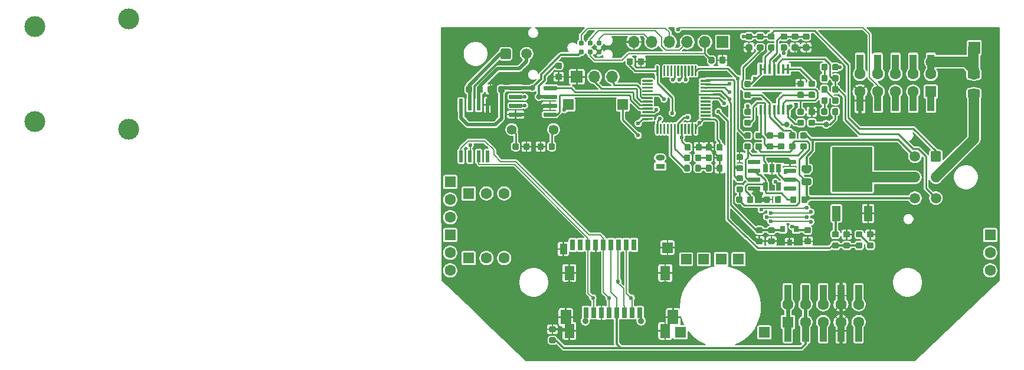
<source format=gbr>
G04 #@! TF.GenerationSoftware,KiCad,Pcbnew,5.1.5+dfsg1-2build2*
G04 #@! TF.CreationDate,2021-11-26T23:02:44+01:00*
G04 #@! TF.ProjectId,mre_addon_v2,6d72655f-6164-4646-9f6e-5f76322e6b69,V2.1*
G04 #@! TF.SameCoordinates,Original*
G04 #@! TF.FileFunction,Copper,L1,Top*
G04 #@! TF.FilePolarity,Positive*
%FSLAX46Y46*%
G04 Gerber Fmt 4.6, Leading zero omitted, Abs format (unit mm)*
G04 Created by KiCad (PCBNEW 5.1.5+dfsg1-2build2) date 2021-11-26 23:02:44*
%MOMM*%
%LPD*%
G04 APERTURE LIST*
%ADD10C,0.100000*%
%ADD11R,1.700000X1.700000*%
%ADD12C,1.500000*%
%ADD13R,0.550000X1.750000*%
%ADD14C,2.999740*%
%ADD15R,1.600000X1.600000*%
%ADD16C,1.600000*%
%ADD17R,1.300000X0.800000*%
%ADD18O,1.300000X0.800000*%
%ADD19R,1.524000X1.524000*%
%ADD20C,1.400000*%
%ADD21C,0.889000*%
%ADD22R,1.524000X2.032000*%
%ADD23R,1.016000X1.524000*%
%ADD24R,0.762000X1.524000*%
%ADD25R,0.800000X1.500000*%
%ADD26R,1.450000X2.000000*%
%ADD27O,1.700000X1.700000*%
%ADD28R,1.000000X3.150000*%
%ADD29R,0.800000X0.900000*%
%ADD30R,0.650000X1.220000*%
%ADD31R,0.450000X1.450000*%
%ADD32R,1.500000X1.500000*%
%ADD33R,5.800000X6.400000*%
%ADD34R,1.200000X2.200000*%
%ADD35C,0.787400*%
%ADD36C,0.600000*%
%ADD37C,0.800000*%
%ADD38C,0.250000*%
%ADD39C,0.200000*%
%ADD40C,0.500000*%
%ADD41C,0.300000*%
%ADD42C,0.600000*%
%ADD43C,1.500000*%
G04 APERTURE END LIST*
G04 #@! TA.AperFunction,SMDPad,CuDef*
D10*
G36*
X126014703Y-145095722D02*
G01*
X126029264Y-145097882D01*
X126043543Y-145101459D01*
X126057403Y-145106418D01*
X126070710Y-145112712D01*
X126083336Y-145120280D01*
X126095159Y-145129048D01*
X126106066Y-145138934D01*
X126115952Y-145149841D01*
X126124720Y-145161664D01*
X126132288Y-145174290D01*
X126138582Y-145187597D01*
X126143541Y-145201457D01*
X126147118Y-145215736D01*
X126149278Y-145230297D01*
X126150000Y-145245000D01*
X126150000Y-145545000D01*
X126149278Y-145559703D01*
X126147118Y-145574264D01*
X126143541Y-145588543D01*
X126138582Y-145602403D01*
X126132288Y-145615710D01*
X126124720Y-145628336D01*
X126115952Y-145640159D01*
X126106066Y-145651066D01*
X126095159Y-145660952D01*
X126083336Y-145669720D01*
X126070710Y-145677288D01*
X126057403Y-145683582D01*
X126043543Y-145688541D01*
X126029264Y-145692118D01*
X126014703Y-145694278D01*
X126000000Y-145695000D01*
X124550000Y-145695000D01*
X124535297Y-145694278D01*
X124520736Y-145692118D01*
X124506457Y-145688541D01*
X124492597Y-145683582D01*
X124479290Y-145677288D01*
X124466664Y-145669720D01*
X124454841Y-145660952D01*
X124443934Y-145651066D01*
X124434048Y-145640159D01*
X124425280Y-145628336D01*
X124417712Y-145615710D01*
X124411418Y-145602403D01*
X124406459Y-145588543D01*
X124402882Y-145574264D01*
X124400722Y-145559703D01*
X124400000Y-145545000D01*
X124400000Y-145245000D01*
X124400722Y-145230297D01*
X124402882Y-145215736D01*
X124406459Y-145201457D01*
X124411418Y-145187597D01*
X124417712Y-145174290D01*
X124425280Y-145161664D01*
X124434048Y-145149841D01*
X124443934Y-145138934D01*
X124454841Y-145129048D01*
X124466664Y-145120280D01*
X124479290Y-145112712D01*
X124492597Y-145106418D01*
X124506457Y-145101459D01*
X124520736Y-145097882D01*
X124535297Y-145095722D01*
X124550000Y-145095000D01*
X126000000Y-145095000D01*
X126014703Y-145095722D01*
G37*
G04 #@! TD.AperFunction*
G04 #@! TA.AperFunction,SMDPad,CuDef*
G36*
X126014703Y-146365722D02*
G01*
X126029264Y-146367882D01*
X126043543Y-146371459D01*
X126057403Y-146376418D01*
X126070710Y-146382712D01*
X126083336Y-146390280D01*
X126095159Y-146399048D01*
X126106066Y-146408934D01*
X126115952Y-146419841D01*
X126124720Y-146431664D01*
X126132288Y-146444290D01*
X126138582Y-146457597D01*
X126143541Y-146471457D01*
X126147118Y-146485736D01*
X126149278Y-146500297D01*
X126150000Y-146515000D01*
X126150000Y-146815000D01*
X126149278Y-146829703D01*
X126147118Y-146844264D01*
X126143541Y-146858543D01*
X126138582Y-146872403D01*
X126132288Y-146885710D01*
X126124720Y-146898336D01*
X126115952Y-146910159D01*
X126106066Y-146921066D01*
X126095159Y-146930952D01*
X126083336Y-146939720D01*
X126070710Y-146947288D01*
X126057403Y-146953582D01*
X126043543Y-146958541D01*
X126029264Y-146962118D01*
X126014703Y-146964278D01*
X126000000Y-146965000D01*
X124550000Y-146965000D01*
X124535297Y-146964278D01*
X124520736Y-146962118D01*
X124506457Y-146958541D01*
X124492597Y-146953582D01*
X124479290Y-146947288D01*
X124466664Y-146939720D01*
X124454841Y-146930952D01*
X124443934Y-146921066D01*
X124434048Y-146910159D01*
X124425280Y-146898336D01*
X124417712Y-146885710D01*
X124411418Y-146872403D01*
X124406459Y-146858543D01*
X124402882Y-146844264D01*
X124400722Y-146829703D01*
X124400000Y-146815000D01*
X124400000Y-146515000D01*
X124400722Y-146500297D01*
X124402882Y-146485736D01*
X124406459Y-146471457D01*
X124411418Y-146457597D01*
X124417712Y-146444290D01*
X124425280Y-146431664D01*
X124434048Y-146419841D01*
X124443934Y-146408934D01*
X124454841Y-146399048D01*
X124466664Y-146390280D01*
X124479290Y-146382712D01*
X124492597Y-146376418D01*
X124506457Y-146371459D01*
X124520736Y-146367882D01*
X124535297Y-146365722D01*
X124550000Y-146365000D01*
X126000000Y-146365000D01*
X126014703Y-146365722D01*
G37*
G04 #@! TD.AperFunction*
G04 #@! TA.AperFunction,SMDPad,CuDef*
G36*
X126014703Y-147635722D02*
G01*
X126029264Y-147637882D01*
X126043543Y-147641459D01*
X126057403Y-147646418D01*
X126070710Y-147652712D01*
X126083336Y-147660280D01*
X126095159Y-147669048D01*
X126106066Y-147678934D01*
X126115952Y-147689841D01*
X126124720Y-147701664D01*
X126132288Y-147714290D01*
X126138582Y-147727597D01*
X126143541Y-147741457D01*
X126147118Y-147755736D01*
X126149278Y-147770297D01*
X126150000Y-147785000D01*
X126150000Y-148085000D01*
X126149278Y-148099703D01*
X126147118Y-148114264D01*
X126143541Y-148128543D01*
X126138582Y-148142403D01*
X126132288Y-148155710D01*
X126124720Y-148168336D01*
X126115952Y-148180159D01*
X126106066Y-148191066D01*
X126095159Y-148200952D01*
X126083336Y-148209720D01*
X126070710Y-148217288D01*
X126057403Y-148223582D01*
X126043543Y-148228541D01*
X126029264Y-148232118D01*
X126014703Y-148234278D01*
X126000000Y-148235000D01*
X124550000Y-148235000D01*
X124535297Y-148234278D01*
X124520736Y-148232118D01*
X124506457Y-148228541D01*
X124492597Y-148223582D01*
X124479290Y-148217288D01*
X124466664Y-148209720D01*
X124454841Y-148200952D01*
X124443934Y-148191066D01*
X124434048Y-148180159D01*
X124425280Y-148168336D01*
X124417712Y-148155710D01*
X124411418Y-148142403D01*
X124406459Y-148128543D01*
X124402882Y-148114264D01*
X124400722Y-148099703D01*
X124400000Y-148085000D01*
X124400000Y-147785000D01*
X124400722Y-147770297D01*
X124402882Y-147755736D01*
X124406459Y-147741457D01*
X124411418Y-147727597D01*
X124417712Y-147714290D01*
X124425280Y-147701664D01*
X124434048Y-147689841D01*
X124443934Y-147678934D01*
X124454841Y-147669048D01*
X124466664Y-147660280D01*
X124479290Y-147652712D01*
X124492597Y-147646418D01*
X124506457Y-147641459D01*
X124520736Y-147637882D01*
X124535297Y-147635722D01*
X124550000Y-147635000D01*
X126000000Y-147635000D01*
X126014703Y-147635722D01*
G37*
G04 #@! TD.AperFunction*
G04 #@! TA.AperFunction,SMDPad,CuDef*
G36*
X126014703Y-148905722D02*
G01*
X126029264Y-148907882D01*
X126043543Y-148911459D01*
X126057403Y-148916418D01*
X126070710Y-148922712D01*
X126083336Y-148930280D01*
X126095159Y-148939048D01*
X126106066Y-148948934D01*
X126115952Y-148959841D01*
X126124720Y-148971664D01*
X126132288Y-148984290D01*
X126138582Y-148997597D01*
X126143541Y-149011457D01*
X126147118Y-149025736D01*
X126149278Y-149040297D01*
X126150000Y-149055000D01*
X126150000Y-149355000D01*
X126149278Y-149369703D01*
X126147118Y-149384264D01*
X126143541Y-149398543D01*
X126138582Y-149412403D01*
X126132288Y-149425710D01*
X126124720Y-149438336D01*
X126115952Y-149450159D01*
X126106066Y-149461066D01*
X126095159Y-149470952D01*
X126083336Y-149479720D01*
X126070710Y-149487288D01*
X126057403Y-149493582D01*
X126043543Y-149498541D01*
X126029264Y-149502118D01*
X126014703Y-149504278D01*
X126000000Y-149505000D01*
X124550000Y-149505000D01*
X124535297Y-149504278D01*
X124520736Y-149502118D01*
X124506457Y-149498541D01*
X124492597Y-149493582D01*
X124479290Y-149487288D01*
X124466664Y-149479720D01*
X124454841Y-149470952D01*
X124443934Y-149461066D01*
X124434048Y-149450159D01*
X124425280Y-149438336D01*
X124417712Y-149425710D01*
X124411418Y-149412403D01*
X124406459Y-149398543D01*
X124402882Y-149384264D01*
X124400722Y-149369703D01*
X124400000Y-149355000D01*
X124400000Y-149055000D01*
X124400722Y-149040297D01*
X124402882Y-149025736D01*
X124406459Y-149011457D01*
X124411418Y-148997597D01*
X124417712Y-148984290D01*
X124425280Y-148971664D01*
X124434048Y-148959841D01*
X124443934Y-148948934D01*
X124454841Y-148939048D01*
X124466664Y-148930280D01*
X124479290Y-148922712D01*
X124492597Y-148916418D01*
X124506457Y-148911459D01*
X124520736Y-148907882D01*
X124535297Y-148905722D01*
X124550000Y-148905000D01*
X126000000Y-148905000D01*
X126014703Y-148905722D01*
G37*
G04 #@! TD.AperFunction*
G04 #@! TA.AperFunction,SMDPad,CuDef*
G36*
X120864703Y-148905722D02*
G01*
X120879264Y-148907882D01*
X120893543Y-148911459D01*
X120907403Y-148916418D01*
X120920710Y-148922712D01*
X120933336Y-148930280D01*
X120945159Y-148939048D01*
X120956066Y-148948934D01*
X120965952Y-148959841D01*
X120974720Y-148971664D01*
X120982288Y-148984290D01*
X120988582Y-148997597D01*
X120993541Y-149011457D01*
X120997118Y-149025736D01*
X120999278Y-149040297D01*
X121000000Y-149055000D01*
X121000000Y-149355000D01*
X120999278Y-149369703D01*
X120997118Y-149384264D01*
X120993541Y-149398543D01*
X120988582Y-149412403D01*
X120982288Y-149425710D01*
X120974720Y-149438336D01*
X120965952Y-149450159D01*
X120956066Y-149461066D01*
X120945159Y-149470952D01*
X120933336Y-149479720D01*
X120920710Y-149487288D01*
X120907403Y-149493582D01*
X120893543Y-149498541D01*
X120879264Y-149502118D01*
X120864703Y-149504278D01*
X120850000Y-149505000D01*
X119400000Y-149505000D01*
X119385297Y-149504278D01*
X119370736Y-149502118D01*
X119356457Y-149498541D01*
X119342597Y-149493582D01*
X119329290Y-149487288D01*
X119316664Y-149479720D01*
X119304841Y-149470952D01*
X119293934Y-149461066D01*
X119284048Y-149450159D01*
X119275280Y-149438336D01*
X119267712Y-149425710D01*
X119261418Y-149412403D01*
X119256459Y-149398543D01*
X119252882Y-149384264D01*
X119250722Y-149369703D01*
X119250000Y-149355000D01*
X119250000Y-149055000D01*
X119250722Y-149040297D01*
X119252882Y-149025736D01*
X119256459Y-149011457D01*
X119261418Y-148997597D01*
X119267712Y-148984290D01*
X119275280Y-148971664D01*
X119284048Y-148959841D01*
X119293934Y-148948934D01*
X119304841Y-148939048D01*
X119316664Y-148930280D01*
X119329290Y-148922712D01*
X119342597Y-148916418D01*
X119356457Y-148911459D01*
X119370736Y-148907882D01*
X119385297Y-148905722D01*
X119400000Y-148905000D01*
X120850000Y-148905000D01*
X120864703Y-148905722D01*
G37*
G04 #@! TD.AperFunction*
G04 #@! TA.AperFunction,SMDPad,CuDef*
G36*
X120864703Y-147635722D02*
G01*
X120879264Y-147637882D01*
X120893543Y-147641459D01*
X120907403Y-147646418D01*
X120920710Y-147652712D01*
X120933336Y-147660280D01*
X120945159Y-147669048D01*
X120956066Y-147678934D01*
X120965952Y-147689841D01*
X120974720Y-147701664D01*
X120982288Y-147714290D01*
X120988582Y-147727597D01*
X120993541Y-147741457D01*
X120997118Y-147755736D01*
X120999278Y-147770297D01*
X121000000Y-147785000D01*
X121000000Y-148085000D01*
X120999278Y-148099703D01*
X120997118Y-148114264D01*
X120993541Y-148128543D01*
X120988582Y-148142403D01*
X120982288Y-148155710D01*
X120974720Y-148168336D01*
X120965952Y-148180159D01*
X120956066Y-148191066D01*
X120945159Y-148200952D01*
X120933336Y-148209720D01*
X120920710Y-148217288D01*
X120907403Y-148223582D01*
X120893543Y-148228541D01*
X120879264Y-148232118D01*
X120864703Y-148234278D01*
X120850000Y-148235000D01*
X119400000Y-148235000D01*
X119385297Y-148234278D01*
X119370736Y-148232118D01*
X119356457Y-148228541D01*
X119342597Y-148223582D01*
X119329290Y-148217288D01*
X119316664Y-148209720D01*
X119304841Y-148200952D01*
X119293934Y-148191066D01*
X119284048Y-148180159D01*
X119275280Y-148168336D01*
X119267712Y-148155710D01*
X119261418Y-148142403D01*
X119256459Y-148128543D01*
X119252882Y-148114264D01*
X119250722Y-148099703D01*
X119250000Y-148085000D01*
X119250000Y-147785000D01*
X119250722Y-147770297D01*
X119252882Y-147755736D01*
X119256459Y-147741457D01*
X119261418Y-147727597D01*
X119267712Y-147714290D01*
X119275280Y-147701664D01*
X119284048Y-147689841D01*
X119293934Y-147678934D01*
X119304841Y-147669048D01*
X119316664Y-147660280D01*
X119329290Y-147652712D01*
X119342597Y-147646418D01*
X119356457Y-147641459D01*
X119370736Y-147637882D01*
X119385297Y-147635722D01*
X119400000Y-147635000D01*
X120850000Y-147635000D01*
X120864703Y-147635722D01*
G37*
G04 #@! TD.AperFunction*
G04 #@! TA.AperFunction,SMDPad,CuDef*
G36*
X120864703Y-146365722D02*
G01*
X120879264Y-146367882D01*
X120893543Y-146371459D01*
X120907403Y-146376418D01*
X120920710Y-146382712D01*
X120933336Y-146390280D01*
X120945159Y-146399048D01*
X120956066Y-146408934D01*
X120965952Y-146419841D01*
X120974720Y-146431664D01*
X120982288Y-146444290D01*
X120988582Y-146457597D01*
X120993541Y-146471457D01*
X120997118Y-146485736D01*
X120999278Y-146500297D01*
X121000000Y-146515000D01*
X121000000Y-146815000D01*
X120999278Y-146829703D01*
X120997118Y-146844264D01*
X120993541Y-146858543D01*
X120988582Y-146872403D01*
X120982288Y-146885710D01*
X120974720Y-146898336D01*
X120965952Y-146910159D01*
X120956066Y-146921066D01*
X120945159Y-146930952D01*
X120933336Y-146939720D01*
X120920710Y-146947288D01*
X120907403Y-146953582D01*
X120893543Y-146958541D01*
X120879264Y-146962118D01*
X120864703Y-146964278D01*
X120850000Y-146965000D01*
X119400000Y-146965000D01*
X119385297Y-146964278D01*
X119370736Y-146962118D01*
X119356457Y-146958541D01*
X119342597Y-146953582D01*
X119329290Y-146947288D01*
X119316664Y-146939720D01*
X119304841Y-146930952D01*
X119293934Y-146921066D01*
X119284048Y-146910159D01*
X119275280Y-146898336D01*
X119267712Y-146885710D01*
X119261418Y-146872403D01*
X119256459Y-146858543D01*
X119252882Y-146844264D01*
X119250722Y-146829703D01*
X119250000Y-146815000D01*
X119250000Y-146515000D01*
X119250722Y-146500297D01*
X119252882Y-146485736D01*
X119256459Y-146471457D01*
X119261418Y-146457597D01*
X119267712Y-146444290D01*
X119275280Y-146431664D01*
X119284048Y-146419841D01*
X119293934Y-146408934D01*
X119304841Y-146399048D01*
X119316664Y-146390280D01*
X119329290Y-146382712D01*
X119342597Y-146376418D01*
X119356457Y-146371459D01*
X119370736Y-146367882D01*
X119385297Y-146365722D01*
X119400000Y-146365000D01*
X120850000Y-146365000D01*
X120864703Y-146365722D01*
G37*
G04 #@! TD.AperFunction*
G04 #@! TA.AperFunction,SMDPad,CuDef*
G36*
X120864703Y-145095722D02*
G01*
X120879264Y-145097882D01*
X120893543Y-145101459D01*
X120907403Y-145106418D01*
X120920710Y-145112712D01*
X120933336Y-145120280D01*
X120945159Y-145129048D01*
X120956066Y-145138934D01*
X120965952Y-145149841D01*
X120974720Y-145161664D01*
X120982288Y-145174290D01*
X120988582Y-145187597D01*
X120993541Y-145201457D01*
X120997118Y-145215736D01*
X120999278Y-145230297D01*
X121000000Y-145245000D01*
X121000000Y-145545000D01*
X120999278Y-145559703D01*
X120997118Y-145574264D01*
X120993541Y-145588543D01*
X120988582Y-145602403D01*
X120982288Y-145615710D01*
X120974720Y-145628336D01*
X120965952Y-145640159D01*
X120956066Y-145651066D01*
X120945159Y-145660952D01*
X120933336Y-145669720D01*
X120920710Y-145677288D01*
X120907403Y-145683582D01*
X120893543Y-145688541D01*
X120879264Y-145692118D01*
X120864703Y-145694278D01*
X120850000Y-145695000D01*
X119400000Y-145695000D01*
X119385297Y-145694278D01*
X119370736Y-145692118D01*
X119356457Y-145688541D01*
X119342597Y-145683582D01*
X119329290Y-145677288D01*
X119316664Y-145669720D01*
X119304841Y-145660952D01*
X119293934Y-145651066D01*
X119284048Y-145640159D01*
X119275280Y-145628336D01*
X119267712Y-145615710D01*
X119261418Y-145602403D01*
X119256459Y-145588543D01*
X119252882Y-145574264D01*
X119250722Y-145559703D01*
X119250000Y-145545000D01*
X119250000Y-145245000D01*
X119250722Y-145230297D01*
X119252882Y-145215736D01*
X119256459Y-145201457D01*
X119261418Y-145187597D01*
X119267712Y-145174290D01*
X119275280Y-145161664D01*
X119284048Y-145149841D01*
X119293934Y-145138934D01*
X119304841Y-145129048D01*
X119316664Y-145120280D01*
X119329290Y-145112712D01*
X119342597Y-145106418D01*
X119356457Y-145101459D01*
X119370736Y-145097882D01*
X119385297Y-145095722D01*
X119400000Y-145095000D01*
X120850000Y-145095000D01*
X120864703Y-145095722D01*
G37*
G04 #@! TD.AperFunction*
G04 #@! TA.AperFunction,SMDPad,CuDef*
G36*
X92377691Y-131176053D02*
G01*
X92398926Y-131179203D01*
X92419750Y-131184419D01*
X92439962Y-131191651D01*
X92459368Y-131200830D01*
X92477781Y-131211866D01*
X92495024Y-131224654D01*
X92510930Y-131239070D01*
X92525346Y-131254976D01*
X92538134Y-131272219D01*
X92549170Y-131290632D01*
X92558349Y-131310038D01*
X92565581Y-131330250D01*
X92570797Y-131351074D01*
X92573947Y-131372309D01*
X92575000Y-131393750D01*
X92575000Y-131831250D01*
X92573947Y-131852691D01*
X92570797Y-131873926D01*
X92565581Y-131894750D01*
X92558349Y-131914962D01*
X92549170Y-131934368D01*
X92538134Y-131952781D01*
X92525346Y-131970024D01*
X92510930Y-131985930D01*
X92495024Y-132000346D01*
X92477781Y-132013134D01*
X92459368Y-132024170D01*
X92439962Y-132033349D01*
X92419750Y-132040581D01*
X92398926Y-132045797D01*
X92377691Y-132048947D01*
X92356250Y-132050000D01*
X91843750Y-132050000D01*
X91822309Y-132048947D01*
X91801074Y-132045797D01*
X91780250Y-132040581D01*
X91760038Y-132033349D01*
X91740632Y-132024170D01*
X91722219Y-132013134D01*
X91704976Y-132000346D01*
X91689070Y-131985930D01*
X91674654Y-131970024D01*
X91661866Y-131952781D01*
X91650830Y-131934368D01*
X91641651Y-131914962D01*
X91634419Y-131894750D01*
X91629203Y-131873926D01*
X91626053Y-131852691D01*
X91625000Y-131831250D01*
X91625000Y-131393750D01*
X91626053Y-131372309D01*
X91629203Y-131351074D01*
X91634419Y-131330250D01*
X91641651Y-131310038D01*
X91650830Y-131290632D01*
X91661866Y-131272219D01*
X91674654Y-131254976D01*
X91689070Y-131239070D01*
X91704976Y-131224654D01*
X91722219Y-131211866D01*
X91740632Y-131200830D01*
X91760038Y-131191651D01*
X91780250Y-131184419D01*
X91801074Y-131179203D01*
X91822309Y-131176053D01*
X91843750Y-131175000D01*
X92356250Y-131175000D01*
X92377691Y-131176053D01*
G37*
G04 #@! TD.AperFunction*
G04 #@! TA.AperFunction,SMDPad,CuDef*
G36*
X92377691Y-132751053D02*
G01*
X92398926Y-132754203D01*
X92419750Y-132759419D01*
X92439962Y-132766651D01*
X92459368Y-132775830D01*
X92477781Y-132786866D01*
X92495024Y-132799654D01*
X92510930Y-132814070D01*
X92525346Y-132829976D01*
X92538134Y-132847219D01*
X92549170Y-132865632D01*
X92558349Y-132885038D01*
X92565581Y-132905250D01*
X92570797Y-132926074D01*
X92573947Y-132947309D01*
X92575000Y-132968750D01*
X92575000Y-133406250D01*
X92573947Y-133427691D01*
X92570797Y-133448926D01*
X92565581Y-133469750D01*
X92558349Y-133489962D01*
X92549170Y-133509368D01*
X92538134Y-133527781D01*
X92525346Y-133545024D01*
X92510930Y-133560930D01*
X92495024Y-133575346D01*
X92477781Y-133588134D01*
X92459368Y-133599170D01*
X92439962Y-133608349D01*
X92419750Y-133615581D01*
X92398926Y-133620797D01*
X92377691Y-133623947D01*
X92356250Y-133625000D01*
X91843750Y-133625000D01*
X91822309Y-133623947D01*
X91801074Y-133620797D01*
X91780250Y-133615581D01*
X91760038Y-133608349D01*
X91740632Y-133599170D01*
X91722219Y-133588134D01*
X91704976Y-133575346D01*
X91689070Y-133560930D01*
X91674654Y-133545024D01*
X91661866Y-133527781D01*
X91650830Y-133509368D01*
X91641651Y-133489962D01*
X91634419Y-133469750D01*
X91629203Y-133448926D01*
X91626053Y-133427691D01*
X91625000Y-133406250D01*
X91625000Y-132968750D01*
X91626053Y-132947309D01*
X91629203Y-132926074D01*
X91634419Y-132905250D01*
X91641651Y-132885038D01*
X91650830Y-132865632D01*
X91661866Y-132847219D01*
X91674654Y-132829976D01*
X91689070Y-132814070D01*
X91704976Y-132799654D01*
X91722219Y-132786866D01*
X91740632Y-132775830D01*
X91760038Y-132766651D01*
X91780250Y-132759419D01*
X91801074Y-132754203D01*
X91822309Y-132751053D01*
X91843750Y-132750000D01*
X92356250Y-132750000D01*
X92377691Y-132751053D01*
G37*
G04 #@! TD.AperFunction*
G04 #@! TA.AperFunction,SMDPad,CuDef*
G36*
X111832351Y-139925361D02*
G01*
X111839632Y-139926441D01*
X111846771Y-139928229D01*
X111853701Y-139930709D01*
X111860355Y-139933856D01*
X111866668Y-139937640D01*
X111872579Y-139942024D01*
X111878033Y-139946967D01*
X111882976Y-139952421D01*
X111887360Y-139958332D01*
X111891144Y-139964645D01*
X111894291Y-139971299D01*
X111896771Y-139978229D01*
X111898559Y-139985368D01*
X111899639Y-139992649D01*
X111900000Y-140000000D01*
X111900000Y-141325000D01*
X111899639Y-141332351D01*
X111898559Y-141339632D01*
X111896771Y-141346771D01*
X111894291Y-141353701D01*
X111891144Y-141360355D01*
X111887360Y-141366668D01*
X111882976Y-141372579D01*
X111878033Y-141378033D01*
X111872579Y-141382976D01*
X111866668Y-141387360D01*
X111860355Y-141391144D01*
X111853701Y-141394291D01*
X111846771Y-141396771D01*
X111839632Y-141398559D01*
X111832351Y-141399639D01*
X111825000Y-141400000D01*
X111675000Y-141400000D01*
X111667649Y-141399639D01*
X111660368Y-141398559D01*
X111653229Y-141396771D01*
X111646299Y-141394291D01*
X111639645Y-141391144D01*
X111633332Y-141387360D01*
X111627421Y-141382976D01*
X111621967Y-141378033D01*
X111617024Y-141372579D01*
X111612640Y-141366668D01*
X111608856Y-141360355D01*
X111605709Y-141353701D01*
X111603229Y-141346771D01*
X111601441Y-141339632D01*
X111600361Y-141332351D01*
X111600000Y-141325000D01*
X111600000Y-140000000D01*
X111600361Y-139992649D01*
X111601441Y-139985368D01*
X111603229Y-139978229D01*
X111605709Y-139971299D01*
X111608856Y-139964645D01*
X111612640Y-139958332D01*
X111617024Y-139952421D01*
X111621967Y-139946967D01*
X111627421Y-139942024D01*
X111633332Y-139937640D01*
X111639645Y-139933856D01*
X111646299Y-139930709D01*
X111653229Y-139928229D01*
X111660368Y-139926441D01*
X111667649Y-139925361D01*
X111675000Y-139925000D01*
X111825000Y-139925000D01*
X111832351Y-139925361D01*
G37*
G04 #@! TD.AperFunction*
G04 #@! TA.AperFunction,SMDPad,CuDef*
G36*
X111332351Y-139925361D02*
G01*
X111339632Y-139926441D01*
X111346771Y-139928229D01*
X111353701Y-139930709D01*
X111360355Y-139933856D01*
X111366668Y-139937640D01*
X111372579Y-139942024D01*
X111378033Y-139946967D01*
X111382976Y-139952421D01*
X111387360Y-139958332D01*
X111391144Y-139964645D01*
X111394291Y-139971299D01*
X111396771Y-139978229D01*
X111398559Y-139985368D01*
X111399639Y-139992649D01*
X111400000Y-140000000D01*
X111400000Y-141325000D01*
X111399639Y-141332351D01*
X111398559Y-141339632D01*
X111396771Y-141346771D01*
X111394291Y-141353701D01*
X111391144Y-141360355D01*
X111387360Y-141366668D01*
X111382976Y-141372579D01*
X111378033Y-141378033D01*
X111372579Y-141382976D01*
X111366668Y-141387360D01*
X111360355Y-141391144D01*
X111353701Y-141394291D01*
X111346771Y-141396771D01*
X111339632Y-141398559D01*
X111332351Y-141399639D01*
X111325000Y-141400000D01*
X111175000Y-141400000D01*
X111167649Y-141399639D01*
X111160368Y-141398559D01*
X111153229Y-141396771D01*
X111146299Y-141394291D01*
X111139645Y-141391144D01*
X111133332Y-141387360D01*
X111127421Y-141382976D01*
X111121967Y-141378033D01*
X111117024Y-141372579D01*
X111112640Y-141366668D01*
X111108856Y-141360355D01*
X111105709Y-141353701D01*
X111103229Y-141346771D01*
X111101441Y-141339632D01*
X111100361Y-141332351D01*
X111100000Y-141325000D01*
X111100000Y-140000000D01*
X111100361Y-139992649D01*
X111101441Y-139985368D01*
X111103229Y-139978229D01*
X111105709Y-139971299D01*
X111108856Y-139964645D01*
X111112640Y-139958332D01*
X111117024Y-139952421D01*
X111121967Y-139946967D01*
X111127421Y-139942024D01*
X111133332Y-139937640D01*
X111139645Y-139933856D01*
X111146299Y-139930709D01*
X111153229Y-139928229D01*
X111160368Y-139926441D01*
X111167649Y-139925361D01*
X111175000Y-139925000D01*
X111325000Y-139925000D01*
X111332351Y-139925361D01*
G37*
G04 #@! TD.AperFunction*
G04 #@! TA.AperFunction,SMDPad,CuDef*
G36*
X110832351Y-139925361D02*
G01*
X110839632Y-139926441D01*
X110846771Y-139928229D01*
X110853701Y-139930709D01*
X110860355Y-139933856D01*
X110866668Y-139937640D01*
X110872579Y-139942024D01*
X110878033Y-139946967D01*
X110882976Y-139952421D01*
X110887360Y-139958332D01*
X110891144Y-139964645D01*
X110894291Y-139971299D01*
X110896771Y-139978229D01*
X110898559Y-139985368D01*
X110899639Y-139992649D01*
X110900000Y-140000000D01*
X110900000Y-141325000D01*
X110899639Y-141332351D01*
X110898559Y-141339632D01*
X110896771Y-141346771D01*
X110894291Y-141353701D01*
X110891144Y-141360355D01*
X110887360Y-141366668D01*
X110882976Y-141372579D01*
X110878033Y-141378033D01*
X110872579Y-141382976D01*
X110866668Y-141387360D01*
X110860355Y-141391144D01*
X110853701Y-141394291D01*
X110846771Y-141396771D01*
X110839632Y-141398559D01*
X110832351Y-141399639D01*
X110825000Y-141400000D01*
X110675000Y-141400000D01*
X110667649Y-141399639D01*
X110660368Y-141398559D01*
X110653229Y-141396771D01*
X110646299Y-141394291D01*
X110639645Y-141391144D01*
X110633332Y-141387360D01*
X110627421Y-141382976D01*
X110621967Y-141378033D01*
X110617024Y-141372579D01*
X110612640Y-141366668D01*
X110608856Y-141360355D01*
X110605709Y-141353701D01*
X110603229Y-141346771D01*
X110601441Y-141339632D01*
X110600361Y-141332351D01*
X110600000Y-141325000D01*
X110600000Y-140000000D01*
X110600361Y-139992649D01*
X110601441Y-139985368D01*
X110603229Y-139978229D01*
X110605709Y-139971299D01*
X110608856Y-139964645D01*
X110612640Y-139958332D01*
X110617024Y-139952421D01*
X110621967Y-139946967D01*
X110627421Y-139942024D01*
X110633332Y-139937640D01*
X110639645Y-139933856D01*
X110646299Y-139930709D01*
X110653229Y-139928229D01*
X110660368Y-139926441D01*
X110667649Y-139925361D01*
X110675000Y-139925000D01*
X110825000Y-139925000D01*
X110832351Y-139925361D01*
G37*
G04 #@! TD.AperFunction*
G04 #@! TA.AperFunction,SMDPad,CuDef*
G36*
X110332351Y-139925361D02*
G01*
X110339632Y-139926441D01*
X110346771Y-139928229D01*
X110353701Y-139930709D01*
X110360355Y-139933856D01*
X110366668Y-139937640D01*
X110372579Y-139942024D01*
X110378033Y-139946967D01*
X110382976Y-139952421D01*
X110387360Y-139958332D01*
X110391144Y-139964645D01*
X110394291Y-139971299D01*
X110396771Y-139978229D01*
X110398559Y-139985368D01*
X110399639Y-139992649D01*
X110400000Y-140000000D01*
X110400000Y-141325000D01*
X110399639Y-141332351D01*
X110398559Y-141339632D01*
X110396771Y-141346771D01*
X110394291Y-141353701D01*
X110391144Y-141360355D01*
X110387360Y-141366668D01*
X110382976Y-141372579D01*
X110378033Y-141378033D01*
X110372579Y-141382976D01*
X110366668Y-141387360D01*
X110360355Y-141391144D01*
X110353701Y-141394291D01*
X110346771Y-141396771D01*
X110339632Y-141398559D01*
X110332351Y-141399639D01*
X110325000Y-141400000D01*
X110175000Y-141400000D01*
X110167649Y-141399639D01*
X110160368Y-141398559D01*
X110153229Y-141396771D01*
X110146299Y-141394291D01*
X110139645Y-141391144D01*
X110133332Y-141387360D01*
X110127421Y-141382976D01*
X110121967Y-141378033D01*
X110117024Y-141372579D01*
X110112640Y-141366668D01*
X110108856Y-141360355D01*
X110105709Y-141353701D01*
X110103229Y-141346771D01*
X110101441Y-141339632D01*
X110100361Y-141332351D01*
X110100000Y-141325000D01*
X110100000Y-140000000D01*
X110100361Y-139992649D01*
X110101441Y-139985368D01*
X110103229Y-139978229D01*
X110105709Y-139971299D01*
X110108856Y-139964645D01*
X110112640Y-139958332D01*
X110117024Y-139952421D01*
X110121967Y-139946967D01*
X110127421Y-139942024D01*
X110133332Y-139937640D01*
X110139645Y-139933856D01*
X110146299Y-139930709D01*
X110153229Y-139928229D01*
X110160368Y-139926441D01*
X110167649Y-139925361D01*
X110175000Y-139925000D01*
X110325000Y-139925000D01*
X110332351Y-139925361D01*
G37*
G04 #@! TD.AperFunction*
G04 #@! TA.AperFunction,SMDPad,CuDef*
G36*
X109832351Y-139925361D02*
G01*
X109839632Y-139926441D01*
X109846771Y-139928229D01*
X109853701Y-139930709D01*
X109860355Y-139933856D01*
X109866668Y-139937640D01*
X109872579Y-139942024D01*
X109878033Y-139946967D01*
X109882976Y-139952421D01*
X109887360Y-139958332D01*
X109891144Y-139964645D01*
X109894291Y-139971299D01*
X109896771Y-139978229D01*
X109898559Y-139985368D01*
X109899639Y-139992649D01*
X109900000Y-140000000D01*
X109900000Y-141325000D01*
X109899639Y-141332351D01*
X109898559Y-141339632D01*
X109896771Y-141346771D01*
X109894291Y-141353701D01*
X109891144Y-141360355D01*
X109887360Y-141366668D01*
X109882976Y-141372579D01*
X109878033Y-141378033D01*
X109872579Y-141382976D01*
X109866668Y-141387360D01*
X109860355Y-141391144D01*
X109853701Y-141394291D01*
X109846771Y-141396771D01*
X109839632Y-141398559D01*
X109832351Y-141399639D01*
X109825000Y-141400000D01*
X109675000Y-141400000D01*
X109667649Y-141399639D01*
X109660368Y-141398559D01*
X109653229Y-141396771D01*
X109646299Y-141394291D01*
X109639645Y-141391144D01*
X109633332Y-141387360D01*
X109627421Y-141382976D01*
X109621967Y-141378033D01*
X109617024Y-141372579D01*
X109612640Y-141366668D01*
X109608856Y-141360355D01*
X109605709Y-141353701D01*
X109603229Y-141346771D01*
X109601441Y-141339632D01*
X109600361Y-141332351D01*
X109600000Y-141325000D01*
X109600000Y-140000000D01*
X109600361Y-139992649D01*
X109601441Y-139985368D01*
X109603229Y-139978229D01*
X109605709Y-139971299D01*
X109608856Y-139964645D01*
X109612640Y-139958332D01*
X109617024Y-139952421D01*
X109621967Y-139946967D01*
X109627421Y-139942024D01*
X109633332Y-139937640D01*
X109639645Y-139933856D01*
X109646299Y-139930709D01*
X109653229Y-139928229D01*
X109660368Y-139926441D01*
X109667649Y-139925361D01*
X109675000Y-139925000D01*
X109825000Y-139925000D01*
X109832351Y-139925361D01*
G37*
G04 #@! TD.AperFunction*
G04 #@! TA.AperFunction,SMDPad,CuDef*
G36*
X109332351Y-139925361D02*
G01*
X109339632Y-139926441D01*
X109346771Y-139928229D01*
X109353701Y-139930709D01*
X109360355Y-139933856D01*
X109366668Y-139937640D01*
X109372579Y-139942024D01*
X109378033Y-139946967D01*
X109382976Y-139952421D01*
X109387360Y-139958332D01*
X109391144Y-139964645D01*
X109394291Y-139971299D01*
X109396771Y-139978229D01*
X109398559Y-139985368D01*
X109399639Y-139992649D01*
X109400000Y-140000000D01*
X109400000Y-141325000D01*
X109399639Y-141332351D01*
X109398559Y-141339632D01*
X109396771Y-141346771D01*
X109394291Y-141353701D01*
X109391144Y-141360355D01*
X109387360Y-141366668D01*
X109382976Y-141372579D01*
X109378033Y-141378033D01*
X109372579Y-141382976D01*
X109366668Y-141387360D01*
X109360355Y-141391144D01*
X109353701Y-141394291D01*
X109346771Y-141396771D01*
X109339632Y-141398559D01*
X109332351Y-141399639D01*
X109325000Y-141400000D01*
X109175000Y-141400000D01*
X109167649Y-141399639D01*
X109160368Y-141398559D01*
X109153229Y-141396771D01*
X109146299Y-141394291D01*
X109139645Y-141391144D01*
X109133332Y-141387360D01*
X109127421Y-141382976D01*
X109121967Y-141378033D01*
X109117024Y-141372579D01*
X109112640Y-141366668D01*
X109108856Y-141360355D01*
X109105709Y-141353701D01*
X109103229Y-141346771D01*
X109101441Y-141339632D01*
X109100361Y-141332351D01*
X109100000Y-141325000D01*
X109100000Y-140000000D01*
X109100361Y-139992649D01*
X109101441Y-139985368D01*
X109103229Y-139978229D01*
X109105709Y-139971299D01*
X109108856Y-139964645D01*
X109112640Y-139958332D01*
X109117024Y-139952421D01*
X109121967Y-139946967D01*
X109127421Y-139942024D01*
X109133332Y-139937640D01*
X109139645Y-139933856D01*
X109146299Y-139930709D01*
X109153229Y-139928229D01*
X109160368Y-139926441D01*
X109167649Y-139925361D01*
X109175000Y-139925000D01*
X109325000Y-139925000D01*
X109332351Y-139925361D01*
G37*
G04 #@! TD.AperFunction*
G04 #@! TA.AperFunction,SMDPad,CuDef*
G36*
X108832351Y-139925361D02*
G01*
X108839632Y-139926441D01*
X108846771Y-139928229D01*
X108853701Y-139930709D01*
X108860355Y-139933856D01*
X108866668Y-139937640D01*
X108872579Y-139942024D01*
X108878033Y-139946967D01*
X108882976Y-139952421D01*
X108887360Y-139958332D01*
X108891144Y-139964645D01*
X108894291Y-139971299D01*
X108896771Y-139978229D01*
X108898559Y-139985368D01*
X108899639Y-139992649D01*
X108900000Y-140000000D01*
X108900000Y-141325000D01*
X108899639Y-141332351D01*
X108898559Y-141339632D01*
X108896771Y-141346771D01*
X108894291Y-141353701D01*
X108891144Y-141360355D01*
X108887360Y-141366668D01*
X108882976Y-141372579D01*
X108878033Y-141378033D01*
X108872579Y-141382976D01*
X108866668Y-141387360D01*
X108860355Y-141391144D01*
X108853701Y-141394291D01*
X108846771Y-141396771D01*
X108839632Y-141398559D01*
X108832351Y-141399639D01*
X108825000Y-141400000D01*
X108675000Y-141400000D01*
X108667649Y-141399639D01*
X108660368Y-141398559D01*
X108653229Y-141396771D01*
X108646299Y-141394291D01*
X108639645Y-141391144D01*
X108633332Y-141387360D01*
X108627421Y-141382976D01*
X108621967Y-141378033D01*
X108617024Y-141372579D01*
X108612640Y-141366668D01*
X108608856Y-141360355D01*
X108605709Y-141353701D01*
X108603229Y-141346771D01*
X108601441Y-141339632D01*
X108600361Y-141332351D01*
X108600000Y-141325000D01*
X108600000Y-140000000D01*
X108600361Y-139992649D01*
X108601441Y-139985368D01*
X108603229Y-139978229D01*
X108605709Y-139971299D01*
X108608856Y-139964645D01*
X108612640Y-139958332D01*
X108617024Y-139952421D01*
X108621967Y-139946967D01*
X108627421Y-139942024D01*
X108633332Y-139937640D01*
X108639645Y-139933856D01*
X108646299Y-139930709D01*
X108653229Y-139928229D01*
X108660368Y-139926441D01*
X108667649Y-139925361D01*
X108675000Y-139925000D01*
X108825000Y-139925000D01*
X108832351Y-139925361D01*
G37*
G04 #@! TD.AperFunction*
G04 #@! TA.AperFunction,SMDPad,CuDef*
G36*
X108332351Y-139925361D02*
G01*
X108339632Y-139926441D01*
X108346771Y-139928229D01*
X108353701Y-139930709D01*
X108360355Y-139933856D01*
X108366668Y-139937640D01*
X108372579Y-139942024D01*
X108378033Y-139946967D01*
X108382976Y-139952421D01*
X108387360Y-139958332D01*
X108391144Y-139964645D01*
X108394291Y-139971299D01*
X108396771Y-139978229D01*
X108398559Y-139985368D01*
X108399639Y-139992649D01*
X108400000Y-140000000D01*
X108400000Y-141325000D01*
X108399639Y-141332351D01*
X108398559Y-141339632D01*
X108396771Y-141346771D01*
X108394291Y-141353701D01*
X108391144Y-141360355D01*
X108387360Y-141366668D01*
X108382976Y-141372579D01*
X108378033Y-141378033D01*
X108372579Y-141382976D01*
X108366668Y-141387360D01*
X108360355Y-141391144D01*
X108353701Y-141394291D01*
X108346771Y-141396771D01*
X108339632Y-141398559D01*
X108332351Y-141399639D01*
X108325000Y-141400000D01*
X108175000Y-141400000D01*
X108167649Y-141399639D01*
X108160368Y-141398559D01*
X108153229Y-141396771D01*
X108146299Y-141394291D01*
X108139645Y-141391144D01*
X108133332Y-141387360D01*
X108127421Y-141382976D01*
X108121967Y-141378033D01*
X108117024Y-141372579D01*
X108112640Y-141366668D01*
X108108856Y-141360355D01*
X108105709Y-141353701D01*
X108103229Y-141346771D01*
X108101441Y-141339632D01*
X108100361Y-141332351D01*
X108100000Y-141325000D01*
X108100000Y-140000000D01*
X108100361Y-139992649D01*
X108101441Y-139985368D01*
X108103229Y-139978229D01*
X108105709Y-139971299D01*
X108108856Y-139964645D01*
X108112640Y-139958332D01*
X108117024Y-139952421D01*
X108121967Y-139946967D01*
X108127421Y-139942024D01*
X108133332Y-139937640D01*
X108139645Y-139933856D01*
X108146299Y-139930709D01*
X108153229Y-139928229D01*
X108160368Y-139926441D01*
X108167649Y-139925361D01*
X108175000Y-139925000D01*
X108325000Y-139925000D01*
X108332351Y-139925361D01*
G37*
G04 #@! TD.AperFunction*
G04 #@! TA.AperFunction,SMDPad,CuDef*
G36*
X107832351Y-139925361D02*
G01*
X107839632Y-139926441D01*
X107846771Y-139928229D01*
X107853701Y-139930709D01*
X107860355Y-139933856D01*
X107866668Y-139937640D01*
X107872579Y-139942024D01*
X107878033Y-139946967D01*
X107882976Y-139952421D01*
X107887360Y-139958332D01*
X107891144Y-139964645D01*
X107894291Y-139971299D01*
X107896771Y-139978229D01*
X107898559Y-139985368D01*
X107899639Y-139992649D01*
X107900000Y-140000000D01*
X107900000Y-141325000D01*
X107899639Y-141332351D01*
X107898559Y-141339632D01*
X107896771Y-141346771D01*
X107894291Y-141353701D01*
X107891144Y-141360355D01*
X107887360Y-141366668D01*
X107882976Y-141372579D01*
X107878033Y-141378033D01*
X107872579Y-141382976D01*
X107866668Y-141387360D01*
X107860355Y-141391144D01*
X107853701Y-141394291D01*
X107846771Y-141396771D01*
X107839632Y-141398559D01*
X107832351Y-141399639D01*
X107825000Y-141400000D01*
X107675000Y-141400000D01*
X107667649Y-141399639D01*
X107660368Y-141398559D01*
X107653229Y-141396771D01*
X107646299Y-141394291D01*
X107639645Y-141391144D01*
X107633332Y-141387360D01*
X107627421Y-141382976D01*
X107621967Y-141378033D01*
X107617024Y-141372579D01*
X107612640Y-141366668D01*
X107608856Y-141360355D01*
X107605709Y-141353701D01*
X107603229Y-141346771D01*
X107601441Y-141339632D01*
X107600361Y-141332351D01*
X107600000Y-141325000D01*
X107600000Y-140000000D01*
X107600361Y-139992649D01*
X107601441Y-139985368D01*
X107603229Y-139978229D01*
X107605709Y-139971299D01*
X107608856Y-139964645D01*
X107612640Y-139958332D01*
X107617024Y-139952421D01*
X107621967Y-139946967D01*
X107627421Y-139942024D01*
X107633332Y-139937640D01*
X107639645Y-139933856D01*
X107646299Y-139930709D01*
X107653229Y-139928229D01*
X107660368Y-139926441D01*
X107667649Y-139925361D01*
X107675000Y-139925000D01*
X107825000Y-139925000D01*
X107832351Y-139925361D01*
G37*
G04 #@! TD.AperFunction*
G04 #@! TA.AperFunction,SMDPad,CuDef*
G36*
X107332351Y-139925361D02*
G01*
X107339632Y-139926441D01*
X107346771Y-139928229D01*
X107353701Y-139930709D01*
X107360355Y-139933856D01*
X107366668Y-139937640D01*
X107372579Y-139942024D01*
X107378033Y-139946967D01*
X107382976Y-139952421D01*
X107387360Y-139958332D01*
X107391144Y-139964645D01*
X107394291Y-139971299D01*
X107396771Y-139978229D01*
X107398559Y-139985368D01*
X107399639Y-139992649D01*
X107400000Y-140000000D01*
X107400000Y-141325000D01*
X107399639Y-141332351D01*
X107398559Y-141339632D01*
X107396771Y-141346771D01*
X107394291Y-141353701D01*
X107391144Y-141360355D01*
X107387360Y-141366668D01*
X107382976Y-141372579D01*
X107378033Y-141378033D01*
X107372579Y-141382976D01*
X107366668Y-141387360D01*
X107360355Y-141391144D01*
X107353701Y-141394291D01*
X107346771Y-141396771D01*
X107339632Y-141398559D01*
X107332351Y-141399639D01*
X107325000Y-141400000D01*
X107175000Y-141400000D01*
X107167649Y-141399639D01*
X107160368Y-141398559D01*
X107153229Y-141396771D01*
X107146299Y-141394291D01*
X107139645Y-141391144D01*
X107133332Y-141387360D01*
X107127421Y-141382976D01*
X107121967Y-141378033D01*
X107117024Y-141372579D01*
X107112640Y-141366668D01*
X107108856Y-141360355D01*
X107105709Y-141353701D01*
X107103229Y-141346771D01*
X107101441Y-141339632D01*
X107100361Y-141332351D01*
X107100000Y-141325000D01*
X107100000Y-140000000D01*
X107100361Y-139992649D01*
X107101441Y-139985368D01*
X107103229Y-139978229D01*
X107105709Y-139971299D01*
X107108856Y-139964645D01*
X107112640Y-139958332D01*
X107117024Y-139952421D01*
X107121967Y-139946967D01*
X107127421Y-139942024D01*
X107133332Y-139937640D01*
X107139645Y-139933856D01*
X107146299Y-139930709D01*
X107153229Y-139928229D01*
X107160368Y-139926441D01*
X107167649Y-139925361D01*
X107175000Y-139925000D01*
X107325000Y-139925000D01*
X107332351Y-139925361D01*
G37*
G04 #@! TD.AperFunction*
G04 #@! TA.AperFunction,SMDPad,CuDef*
G36*
X106832351Y-139925361D02*
G01*
X106839632Y-139926441D01*
X106846771Y-139928229D01*
X106853701Y-139930709D01*
X106860355Y-139933856D01*
X106866668Y-139937640D01*
X106872579Y-139942024D01*
X106878033Y-139946967D01*
X106882976Y-139952421D01*
X106887360Y-139958332D01*
X106891144Y-139964645D01*
X106894291Y-139971299D01*
X106896771Y-139978229D01*
X106898559Y-139985368D01*
X106899639Y-139992649D01*
X106900000Y-140000000D01*
X106900000Y-141325000D01*
X106899639Y-141332351D01*
X106898559Y-141339632D01*
X106896771Y-141346771D01*
X106894291Y-141353701D01*
X106891144Y-141360355D01*
X106887360Y-141366668D01*
X106882976Y-141372579D01*
X106878033Y-141378033D01*
X106872579Y-141382976D01*
X106866668Y-141387360D01*
X106860355Y-141391144D01*
X106853701Y-141394291D01*
X106846771Y-141396771D01*
X106839632Y-141398559D01*
X106832351Y-141399639D01*
X106825000Y-141400000D01*
X106675000Y-141400000D01*
X106667649Y-141399639D01*
X106660368Y-141398559D01*
X106653229Y-141396771D01*
X106646299Y-141394291D01*
X106639645Y-141391144D01*
X106633332Y-141387360D01*
X106627421Y-141382976D01*
X106621967Y-141378033D01*
X106617024Y-141372579D01*
X106612640Y-141366668D01*
X106608856Y-141360355D01*
X106605709Y-141353701D01*
X106603229Y-141346771D01*
X106601441Y-141339632D01*
X106600361Y-141332351D01*
X106600000Y-141325000D01*
X106600000Y-140000000D01*
X106600361Y-139992649D01*
X106601441Y-139985368D01*
X106603229Y-139978229D01*
X106605709Y-139971299D01*
X106608856Y-139964645D01*
X106612640Y-139958332D01*
X106617024Y-139952421D01*
X106621967Y-139946967D01*
X106627421Y-139942024D01*
X106633332Y-139937640D01*
X106639645Y-139933856D01*
X106646299Y-139930709D01*
X106653229Y-139928229D01*
X106660368Y-139926441D01*
X106667649Y-139925361D01*
X106675000Y-139925000D01*
X106825000Y-139925000D01*
X106832351Y-139925361D01*
G37*
G04 #@! TD.AperFunction*
G04 #@! TA.AperFunction,SMDPad,CuDef*
G36*
X106332351Y-139925361D02*
G01*
X106339632Y-139926441D01*
X106346771Y-139928229D01*
X106353701Y-139930709D01*
X106360355Y-139933856D01*
X106366668Y-139937640D01*
X106372579Y-139942024D01*
X106378033Y-139946967D01*
X106382976Y-139952421D01*
X106387360Y-139958332D01*
X106391144Y-139964645D01*
X106394291Y-139971299D01*
X106396771Y-139978229D01*
X106398559Y-139985368D01*
X106399639Y-139992649D01*
X106400000Y-140000000D01*
X106400000Y-141325000D01*
X106399639Y-141332351D01*
X106398559Y-141339632D01*
X106396771Y-141346771D01*
X106394291Y-141353701D01*
X106391144Y-141360355D01*
X106387360Y-141366668D01*
X106382976Y-141372579D01*
X106378033Y-141378033D01*
X106372579Y-141382976D01*
X106366668Y-141387360D01*
X106360355Y-141391144D01*
X106353701Y-141394291D01*
X106346771Y-141396771D01*
X106339632Y-141398559D01*
X106332351Y-141399639D01*
X106325000Y-141400000D01*
X106175000Y-141400000D01*
X106167649Y-141399639D01*
X106160368Y-141398559D01*
X106153229Y-141396771D01*
X106146299Y-141394291D01*
X106139645Y-141391144D01*
X106133332Y-141387360D01*
X106127421Y-141382976D01*
X106121967Y-141378033D01*
X106117024Y-141372579D01*
X106112640Y-141366668D01*
X106108856Y-141360355D01*
X106105709Y-141353701D01*
X106103229Y-141346771D01*
X106101441Y-141339632D01*
X106100361Y-141332351D01*
X106100000Y-141325000D01*
X106100000Y-140000000D01*
X106100361Y-139992649D01*
X106101441Y-139985368D01*
X106103229Y-139978229D01*
X106105709Y-139971299D01*
X106108856Y-139964645D01*
X106112640Y-139958332D01*
X106117024Y-139952421D01*
X106121967Y-139946967D01*
X106127421Y-139942024D01*
X106133332Y-139937640D01*
X106139645Y-139933856D01*
X106146299Y-139930709D01*
X106153229Y-139928229D01*
X106160368Y-139926441D01*
X106167649Y-139925361D01*
X106175000Y-139925000D01*
X106325000Y-139925000D01*
X106332351Y-139925361D01*
G37*
G04 #@! TD.AperFunction*
G04 #@! TA.AperFunction,SMDPad,CuDef*
G36*
X105507351Y-139100361D02*
G01*
X105514632Y-139101441D01*
X105521771Y-139103229D01*
X105528701Y-139105709D01*
X105535355Y-139108856D01*
X105541668Y-139112640D01*
X105547579Y-139117024D01*
X105553033Y-139121967D01*
X105557976Y-139127421D01*
X105562360Y-139133332D01*
X105566144Y-139139645D01*
X105569291Y-139146299D01*
X105571771Y-139153229D01*
X105573559Y-139160368D01*
X105574639Y-139167649D01*
X105575000Y-139175000D01*
X105575000Y-139325000D01*
X105574639Y-139332351D01*
X105573559Y-139339632D01*
X105571771Y-139346771D01*
X105569291Y-139353701D01*
X105566144Y-139360355D01*
X105562360Y-139366668D01*
X105557976Y-139372579D01*
X105553033Y-139378033D01*
X105547579Y-139382976D01*
X105541668Y-139387360D01*
X105535355Y-139391144D01*
X105528701Y-139394291D01*
X105521771Y-139396771D01*
X105514632Y-139398559D01*
X105507351Y-139399639D01*
X105500000Y-139400000D01*
X104175000Y-139400000D01*
X104167649Y-139399639D01*
X104160368Y-139398559D01*
X104153229Y-139396771D01*
X104146299Y-139394291D01*
X104139645Y-139391144D01*
X104133332Y-139387360D01*
X104127421Y-139382976D01*
X104121967Y-139378033D01*
X104117024Y-139372579D01*
X104112640Y-139366668D01*
X104108856Y-139360355D01*
X104105709Y-139353701D01*
X104103229Y-139346771D01*
X104101441Y-139339632D01*
X104100361Y-139332351D01*
X104100000Y-139325000D01*
X104100000Y-139175000D01*
X104100361Y-139167649D01*
X104101441Y-139160368D01*
X104103229Y-139153229D01*
X104105709Y-139146299D01*
X104108856Y-139139645D01*
X104112640Y-139133332D01*
X104117024Y-139127421D01*
X104121967Y-139121967D01*
X104127421Y-139117024D01*
X104133332Y-139112640D01*
X104139645Y-139108856D01*
X104146299Y-139105709D01*
X104153229Y-139103229D01*
X104160368Y-139101441D01*
X104167649Y-139100361D01*
X104175000Y-139100000D01*
X105500000Y-139100000D01*
X105507351Y-139100361D01*
G37*
G04 #@! TD.AperFunction*
G04 #@! TA.AperFunction,SMDPad,CuDef*
G36*
X105507351Y-138600361D02*
G01*
X105514632Y-138601441D01*
X105521771Y-138603229D01*
X105528701Y-138605709D01*
X105535355Y-138608856D01*
X105541668Y-138612640D01*
X105547579Y-138617024D01*
X105553033Y-138621967D01*
X105557976Y-138627421D01*
X105562360Y-138633332D01*
X105566144Y-138639645D01*
X105569291Y-138646299D01*
X105571771Y-138653229D01*
X105573559Y-138660368D01*
X105574639Y-138667649D01*
X105575000Y-138675000D01*
X105575000Y-138825000D01*
X105574639Y-138832351D01*
X105573559Y-138839632D01*
X105571771Y-138846771D01*
X105569291Y-138853701D01*
X105566144Y-138860355D01*
X105562360Y-138866668D01*
X105557976Y-138872579D01*
X105553033Y-138878033D01*
X105547579Y-138882976D01*
X105541668Y-138887360D01*
X105535355Y-138891144D01*
X105528701Y-138894291D01*
X105521771Y-138896771D01*
X105514632Y-138898559D01*
X105507351Y-138899639D01*
X105500000Y-138900000D01*
X104175000Y-138900000D01*
X104167649Y-138899639D01*
X104160368Y-138898559D01*
X104153229Y-138896771D01*
X104146299Y-138894291D01*
X104139645Y-138891144D01*
X104133332Y-138887360D01*
X104127421Y-138882976D01*
X104121967Y-138878033D01*
X104117024Y-138872579D01*
X104112640Y-138866668D01*
X104108856Y-138860355D01*
X104105709Y-138853701D01*
X104103229Y-138846771D01*
X104101441Y-138839632D01*
X104100361Y-138832351D01*
X104100000Y-138825000D01*
X104100000Y-138675000D01*
X104100361Y-138667649D01*
X104101441Y-138660368D01*
X104103229Y-138653229D01*
X104105709Y-138646299D01*
X104108856Y-138639645D01*
X104112640Y-138633332D01*
X104117024Y-138627421D01*
X104121967Y-138621967D01*
X104127421Y-138617024D01*
X104133332Y-138612640D01*
X104139645Y-138608856D01*
X104146299Y-138605709D01*
X104153229Y-138603229D01*
X104160368Y-138601441D01*
X104167649Y-138600361D01*
X104175000Y-138600000D01*
X105500000Y-138600000D01*
X105507351Y-138600361D01*
G37*
G04 #@! TD.AperFunction*
G04 #@! TA.AperFunction,SMDPad,CuDef*
G36*
X105507351Y-138100361D02*
G01*
X105514632Y-138101441D01*
X105521771Y-138103229D01*
X105528701Y-138105709D01*
X105535355Y-138108856D01*
X105541668Y-138112640D01*
X105547579Y-138117024D01*
X105553033Y-138121967D01*
X105557976Y-138127421D01*
X105562360Y-138133332D01*
X105566144Y-138139645D01*
X105569291Y-138146299D01*
X105571771Y-138153229D01*
X105573559Y-138160368D01*
X105574639Y-138167649D01*
X105575000Y-138175000D01*
X105575000Y-138325000D01*
X105574639Y-138332351D01*
X105573559Y-138339632D01*
X105571771Y-138346771D01*
X105569291Y-138353701D01*
X105566144Y-138360355D01*
X105562360Y-138366668D01*
X105557976Y-138372579D01*
X105553033Y-138378033D01*
X105547579Y-138382976D01*
X105541668Y-138387360D01*
X105535355Y-138391144D01*
X105528701Y-138394291D01*
X105521771Y-138396771D01*
X105514632Y-138398559D01*
X105507351Y-138399639D01*
X105500000Y-138400000D01*
X104175000Y-138400000D01*
X104167649Y-138399639D01*
X104160368Y-138398559D01*
X104153229Y-138396771D01*
X104146299Y-138394291D01*
X104139645Y-138391144D01*
X104133332Y-138387360D01*
X104127421Y-138382976D01*
X104121967Y-138378033D01*
X104117024Y-138372579D01*
X104112640Y-138366668D01*
X104108856Y-138360355D01*
X104105709Y-138353701D01*
X104103229Y-138346771D01*
X104101441Y-138339632D01*
X104100361Y-138332351D01*
X104100000Y-138325000D01*
X104100000Y-138175000D01*
X104100361Y-138167649D01*
X104101441Y-138160368D01*
X104103229Y-138153229D01*
X104105709Y-138146299D01*
X104108856Y-138139645D01*
X104112640Y-138133332D01*
X104117024Y-138127421D01*
X104121967Y-138121967D01*
X104127421Y-138117024D01*
X104133332Y-138112640D01*
X104139645Y-138108856D01*
X104146299Y-138105709D01*
X104153229Y-138103229D01*
X104160368Y-138101441D01*
X104167649Y-138100361D01*
X104175000Y-138100000D01*
X105500000Y-138100000D01*
X105507351Y-138100361D01*
G37*
G04 #@! TD.AperFunction*
G04 #@! TA.AperFunction,SMDPad,CuDef*
G36*
X105507351Y-137600361D02*
G01*
X105514632Y-137601441D01*
X105521771Y-137603229D01*
X105528701Y-137605709D01*
X105535355Y-137608856D01*
X105541668Y-137612640D01*
X105547579Y-137617024D01*
X105553033Y-137621967D01*
X105557976Y-137627421D01*
X105562360Y-137633332D01*
X105566144Y-137639645D01*
X105569291Y-137646299D01*
X105571771Y-137653229D01*
X105573559Y-137660368D01*
X105574639Y-137667649D01*
X105575000Y-137675000D01*
X105575000Y-137825000D01*
X105574639Y-137832351D01*
X105573559Y-137839632D01*
X105571771Y-137846771D01*
X105569291Y-137853701D01*
X105566144Y-137860355D01*
X105562360Y-137866668D01*
X105557976Y-137872579D01*
X105553033Y-137878033D01*
X105547579Y-137882976D01*
X105541668Y-137887360D01*
X105535355Y-137891144D01*
X105528701Y-137894291D01*
X105521771Y-137896771D01*
X105514632Y-137898559D01*
X105507351Y-137899639D01*
X105500000Y-137900000D01*
X104175000Y-137900000D01*
X104167649Y-137899639D01*
X104160368Y-137898559D01*
X104153229Y-137896771D01*
X104146299Y-137894291D01*
X104139645Y-137891144D01*
X104133332Y-137887360D01*
X104127421Y-137882976D01*
X104121967Y-137878033D01*
X104117024Y-137872579D01*
X104112640Y-137866668D01*
X104108856Y-137860355D01*
X104105709Y-137853701D01*
X104103229Y-137846771D01*
X104101441Y-137839632D01*
X104100361Y-137832351D01*
X104100000Y-137825000D01*
X104100000Y-137675000D01*
X104100361Y-137667649D01*
X104101441Y-137660368D01*
X104103229Y-137653229D01*
X104105709Y-137646299D01*
X104108856Y-137639645D01*
X104112640Y-137633332D01*
X104117024Y-137627421D01*
X104121967Y-137621967D01*
X104127421Y-137617024D01*
X104133332Y-137612640D01*
X104139645Y-137608856D01*
X104146299Y-137605709D01*
X104153229Y-137603229D01*
X104160368Y-137601441D01*
X104167649Y-137600361D01*
X104175000Y-137600000D01*
X105500000Y-137600000D01*
X105507351Y-137600361D01*
G37*
G04 #@! TD.AperFunction*
G04 #@! TA.AperFunction,SMDPad,CuDef*
G36*
X105507351Y-137100361D02*
G01*
X105514632Y-137101441D01*
X105521771Y-137103229D01*
X105528701Y-137105709D01*
X105535355Y-137108856D01*
X105541668Y-137112640D01*
X105547579Y-137117024D01*
X105553033Y-137121967D01*
X105557976Y-137127421D01*
X105562360Y-137133332D01*
X105566144Y-137139645D01*
X105569291Y-137146299D01*
X105571771Y-137153229D01*
X105573559Y-137160368D01*
X105574639Y-137167649D01*
X105575000Y-137175000D01*
X105575000Y-137325000D01*
X105574639Y-137332351D01*
X105573559Y-137339632D01*
X105571771Y-137346771D01*
X105569291Y-137353701D01*
X105566144Y-137360355D01*
X105562360Y-137366668D01*
X105557976Y-137372579D01*
X105553033Y-137378033D01*
X105547579Y-137382976D01*
X105541668Y-137387360D01*
X105535355Y-137391144D01*
X105528701Y-137394291D01*
X105521771Y-137396771D01*
X105514632Y-137398559D01*
X105507351Y-137399639D01*
X105500000Y-137400000D01*
X104175000Y-137400000D01*
X104167649Y-137399639D01*
X104160368Y-137398559D01*
X104153229Y-137396771D01*
X104146299Y-137394291D01*
X104139645Y-137391144D01*
X104133332Y-137387360D01*
X104127421Y-137382976D01*
X104121967Y-137378033D01*
X104117024Y-137372579D01*
X104112640Y-137366668D01*
X104108856Y-137360355D01*
X104105709Y-137353701D01*
X104103229Y-137346771D01*
X104101441Y-137339632D01*
X104100361Y-137332351D01*
X104100000Y-137325000D01*
X104100000Y-137175000D01*
X104100361Y-137167649D01*
X104101441Y-137160368D01*
X104103229Y-137153229D01*
X104105709Y-137146299D01*
X104108856Y-137139645D01*
X104112640Y-137133332D01*
X104117024Y-137127421D01*
X104121967Y-137121967D01*
X104127421Y-137117024D01*
X104133332Y-137112640D01*
X104139645Y-137108856D01*
X104146299Y-137105709D01*
X104153229Y-137103229D01*
X104160368Y-137101441D01*
X104167649Y-137100361D01*
X104175000Y-137100000D01*
X105500000Y-137100000D01*
X105507351Y-137100361D01*
G37*
G04 #@! TD.AperFunction*
G04 #@! TA.AperFunction,SMDPad,CuDef*
G36*
X105507351Y-136600361D02*
G01*
X105514632Y-136601441D01*
X105521771Y-136603229D01*
X105528701Y-136605709D01*
X105535355Y-136608856D01*
X105541668Y-136612640D01*
X105547579Y-136617024D01*
X105553033Y-136621967D01*
X105557976Y-136627421D01*
X105562360Y-136633332D01*
X105566144Y-136639645D01*
X105569291Y-136646299D01*
X105571771Y-136653229D01*
X105573559Y-136660368D01*
X105574639Y-136667649D01*
X105575000Y-136675000D01*
X105575000Y-136825000D01*
X105574639Y-136832351D01*
X105573559Y-136839632D01*
X105571771Y-136846771D01*
X105569291Y-136853701D01*
X105566144Y-136860355D01*
X105562360Y-136866668D01*
X105557976Y-136872579D01*
X105553033Y-136878033D01*
X105547579Y-136882976D01*
X105541668Y-136887360D01*
X105535355Y-136891144D01*
X105528701Y-136894291D01*
X105521771Y-136896771D01*
X105514632Y-136898559D01*
X105507351Y-136899639D01*
X105500000Y-136900000D01*
X104175000Y-136900000D01*
X104167649Y-136899639D01*
X104160368Y-136898559D01*
X104153229Y-136896771D01*
X104146299Y-136894291D01*
X104139645Y-136891144D01*
X104133332Y-136887360D01*
X104127421Y-136882976D01*
X104121967Y-136878033D01*
X104117024Y-136872579D01*
X104112640Y-136866668D01*
X104108856Y-136860355D01*
X104105709Y-136853701D01*
X104103229Y-136846771D01*
X104101441Y-136839632D01*
X104100361Y-136832351D01*
X104100000Y-136825000D01*
X104100000Y-136675000D01*
X104100361Y-136667649D01*
X104101441Y-136660368D01*
X104103229Y-136653229D01*
X104105709Y-136646299D01*
X104108856Y-136639645D01*
X104112640Y-136633332D01*
X104117024Y-136627421D01*
X104121967Y-136621967D01*
X104127421Y-136617024D01*
X104133332Y-136612640D01*
X104139645Y-136608856D01*
X104146299Y-136605709D01*
X104153229Y-136603229D01*
X104160368Y-136601441D01*
X104167649Y-136600361D01*
X104175000Y-136600000D01*
X105500000Y-136600000D01*
X105507351Y-136600361D01*
G37*
G04 #@! TD.AperFunction*
G04 #@! TA.AperFunction,SMDPad,CuDef*
G36*
X105507351Y-136100361D02*
G01*
X105514632Y-136101441D01*
X105521771Y-136103229D01*
X105528701Y-136105709D01*
X105535355Y-136108856D01*
X105541668Y-136112640D01*
X105547579Y-136117024D01*
X105553033Y-136121967D01*
X105557976Y-136127421D01*
X105562360Y-136133332D01*
X105566144Y-136139645D01*
X105569291Y-136146299D01*
X105571771Y-136153229D01*
X105573559Y-136160368D01*
X105574639Y-136167649D01*
X105575000Y-136175000D01*
X105575000Y-136325000D01*
X105574639Y-136332351D01*
X105573559Y-136339632D01*
X105571771Y-136346771D01*
X105569291Y-136353701D01*
X105566144Y-136360355D01*
X105562360Y-136366668D01*
X105557976Y-136372579D01*
X105553033Y-136378033D01*
X105547579Y-136382976D01*
X105541668Y-136387360D01*
X105535355Y-136391144D01*
X105528701Y-136394291D01*
X105521771Y-136396771D01*
X105514632Y-136398559D01*
X105507351Y-136399639D01*
X105500000Y-136400000D01*
X104175000Y-136400000D01*
X104167649Y-136399639D01*
X104160368Y-136398559D01*
X104153229Y-136396771D01*
X104146299Y-136394291D01*
X104139645Y-136391144D01*
X104133332Y-136387360D01*
X104127421Y-136382976D01*
X104121967Y-136378033D01*
X104117024Y-136372579D01*
X104112640Y-136366668D01*
X104108856Y-136360355D01*
X104105709Y-136353701D01*
X104103229Y-136346771D01*
X104101441Y-136339632D01*
X104100361Y-136332351D01*
X104100000Y-136325000D01*
X104100000Y-136175000D01*
X104100361Y-136167649D01*
X104101441Y-136160368D01*
X104103229Y-136153229D01*
X104105709Y-136146299D01*
X104108856Y-136139645D01*
X104112640Y-136133332D01*
X104117024Y-136127421D01*
X104121967Y-136121967D01*
X104127421Y-136117024D01*
X104133332Y-136112640D01*
X104139645Y-136108856D01*
X104146299Y-136105709D01*
X104153229Y-136103229D01*
X104160368Y-136101441D01*
X104167649Y-136100361D01*
X104175000Y-136100000D01*
X105500000Y-136100000D01*
X105507351Y-136100361D01*
G37*
G04 #@! TD.AperFunction*
G04 #@! TA.AperFunction,SMDPad,CuDef*
G36*
X105507351Y-135600361D02*
G01*
X105514632Y-135601441D01*
X105521771Y-135603229D01*
X105528701Y-135605709D01*
X105535355Y-135608856D01*
X105541668Y-135612640D01*
X105547579Y-135617024D01*
X105553033Y-135621967D01*
X105557976Y-135627421D01*
X105562360Y-135633332D01*
X105566144Y-135639645D01*
X105569291Y-135646299D01*
X105571771Y-135653229D01*
X105573559Y-135660368D01*
X105574639Y-135667649D01*
X105575000Y-135675000D01*
X105575000Y-135825000D01*
X105574639Y-135832351D01*
X105573559Y-135839632D01*
X105571771Y-135846771D01*
X105569291Y-135853701D01*
X105566144Y-135860355D01*
X105562360Y-135866668D01*
X105557976Y-135872579D01*
X105553033Y-135878033D01*
X105547579Y-135882976D01*
X105541668Y-135887360D01*
X105535355Y-135891144D01*
X105528701Y-135894291D01*
X105521771Y-135896771D01*
X105514632Y-135898559D01*
X105507351Y-135899639D01*
X105500000Y-135900000D01*
X104175000Y-135900000D01*
X104167649Y-135899639D01*
X104160368Y-135898559D01*
X104153229Y-135896771D01*
X104146299Y-135894291D01*
X104139645Y-135891144D01*
X104133332Y-135887360D01*
X104127421Y-135882976D01*
X104121967Y-135878033D01*
X104117024Y-135872579D01*
X104112640Y-135866668D01*
X104108856Y-135860355D01*
X104105709Y-135853701D01*
X104103229Y-135846771D01*
X104101441Y-135839632D01*
X104100361Y-135832351D01*
X104100000Y-135825000D01*
X104100000Y-135675000D01*
X104100361Y-135667649D01*
X104101441Y-135660368D01*
X104103229Y-135653229D01*
X104105709Y-135646299D01*
X104108856Y-135639645D01*
X104112640Y-135633332D01*
X104117024Y-135627421D01*
X104121967Y-135621967D01*
X104127421Y-135617024D01*
X104133332Y-135612640D01*
X104139645Y-135608856D01*
X104146299Y-135605709D01*
X104153229Y-135603229D01*
X104160368Y-135601441D01*
X104167649Y-135600361D01*
X104175000Y-135600000D01*
X105500000Y-135600000D01*
X105507351Y-135600361D01*
G37*
G04 #@! TD.AperFunction*
G04 #@! TA.AperFunction,SMDPad,CuDef*
G36*
X105507351Y-135100361D02*
G01*
X105514632Y-135101441D01*
X105521771Y-135103229D01*
X105528701Y-135105709D01*
X105535355Y-135108856D01*
X105541668Y-135112640D01*
X105547579Y-135117024D01*
X105553033Y-135121967D01*
X105557976Y-135127421D01*
X105562360Y-135133332D01*
X105566144Y-135139645D01*
X105569291Y-135146299D01*
X105571771Y-135153229D01*
X105573559Y-135160368D01*
X105574639Y-135167649D01*
X105575000Y-135175000D01*
X105575000Y-135325000D01*
X105574639Y-135332351D01*
X105573559Y-135339632D01*
X105571771Y-135346771D01*
X105569291Y-135353701D01*
X105566144Y-135360355D01*
X105562360Y-135366668D01*
X105557976Y-135372579D01*
X105553033Y-135378033D01*
X105547579Y-135382976D01*
X105541668Y-135387360D01*
X105535355Y-135391144D01*
X105528701Y-135394291D01*
X105521771Y-135396771D01*
X105514632Y-135398559D01*
X105507351Y-135399639D01*
X105500000Y-135400000D01*
X104175000Y-135400000D01*
X104167649Y-135399639D01*
X104160368Y-135398559D01*
X104153229Y-135396771D01*
X104146299Y-135394291D01*
X104139645Y-135391144D01*
X104133332Y-135387360D01*
X104127421Y-135382976D01*
X104121967Y-135378033D01*
X104117024Y-135372579D01*
X104112640Y-135366668D01*
X104108856Y-135360355D01*
X104105709Y-135353701D01*
X104103229Y-135346771D01*
X104101441Y-135339632D01*
X104100361Y-135332351D01*
X104100000Y-135325000D01*
X104100000Y-135175000D01*
X104100361Y-135167649D01*
X104101441Y-135160368D01*
X104103229Y-135153229D01*
X104105709Y-135146299D01*
X104108856Y-135139645D01*
X104112640Y-135133332D01*
X104117024Y-135127421D01*
X104121967Y-135121967D01*
X104127421Y-135117024D01*
X104133332Y-135112640D01*
X104139645Y-135108856D01*
X104146299Y-135105709D01*
X104153229Y-135103229D01*
X104160368Y-135101441D01*
X104167649Y-135100361D01*
X104175000Y-135100000D01*
X105500000Y-135100000D01*
X105507351Y-135100361D01*
G37*
G04 #@! TD.AperFunction*
G04 #@! TA.AperFunction,SMDPad,CuDef*
G36*
X105507351Y-134600361D02*
G01*
X105514632Y-134601441D01*
X105521771Y-134603229D01*
X105528701Y-134605709D01*
X105535355Y-134608856D01*
X105541668Y-134612640D01*
X105547579Y-134617024D01*
X105553033Y-134621967D01*
X105557976Y-134627421D01*
X105562360Y-134633332D01*
X105566144Y-134639645D01*
X105569291Y-134646299D01*
X105571771Y-134653229D01*
X105573559Y-134660368D01*
X105574639Y-134667649D01*
X105575000Y-134675000D01*
X105575000Y-134825000D01*
X105574639Y-134832351D01*
X105573559Y-134839632D01*
X105571771Y-134846771D01*
X105569291Y-134853701D01*
X105566144Y-134860355D01*
X105562360Y-134866668D01*
X105557976Y-134872579D01*
X105553033Y-134878033D01*
X105547579Y-134882976D01*
X105541668Y-134887360D01*
X105535355Y-134891144D01*
X105528701Y-134894291D01*
X105521771Y-134896771D01*
X105514632Y-134898559D01*
X105507351Y-134899639D01*
X105500000Y-134900000D01*
X104175000Y-134900000D01*
X104167649Y-134899639D01*
X104160368Y-134898559D01*
X104153229Y-134896771D01*
X104146299Y-134894291D01*
X104139645Y-134891144D01*
X104133332Y-134887360D01*
X104127421Y-134882976D01*
X104121967Y-134878033D01*
X104117024Y-134872579D01*
X104112640Y-134866668D01*
X104108856Y-134860355D01*
X104105709Y-134853701D01*
X104103229Y-134846771D01*
X104101441Y-134839632D01*
X104100361Y-134832351D01*
X104100000Y-134825000D01*
X104100000Y-134675000D01*
X104100361Y-134667649D01*
X104101441Y-134660368D01*
X104103229Y-134653229D01*
X104105709Y-134646299D01*
X104108856Y-134639645D01*
X104112640Y-134633332D01*
X104117024Y-134627421D01*
X104121967Y-134621967D01*
X104127421Y-134617024D01*
X104133332Y-134612640D01*
X104139645Y-134608856D01*
X104146299Y-134605709D01*
X104153229Y-134603229D01*
X104160368Y-134601441D01*
X104167649Y-134600361D01*
X104175000Y-134600000D01*
X105500000Y-134600000D01*
X105507351Y-134600361D01*
G37*
G04 #@! TD.AperFunction*
G04 #@! TA.AperFunction,SMDPad,CuDef*
G36*
X105507351Y-134100361D02*
G01*
X105514632Y-134101441D01*
X105521771Y-134103229D01*
X105528701Y-134105709D01*
X105535355Y-134108856D01*
X105541668Y-134112640D01*
X105547579Y-134117024D01*
X105553033Y-134121967D01*
X105557976Y-134127421D01*
X105562360Y-134133332D01*
X105566144Y-134139645D01*
X105569291Y-134146299D01*
X105571771Y-134153229D01*
X105573559Y-134160368D01*
X105574639Y-134167649D01*
X105575000Y-134175000D01*
X105575000Y-134325000D01*
X105574639Y-134332351D01*
X105573559Y-134339632D01*
X105571771Y-134346771D01*
X105569291Y-134353701D01*
X105566144Y-134360355D01*
X105562360Y-134366668D01*
X105557976Y-134372579D01*
X105553033Y-134378033D01*
X105547579Y-134382976D01*
X105541668Y-134387360D01*
X105535355Y-134391144D01*
X105528701Y-134394291D01*
X105521771Y-134396771D01*
X105514632Y-134398559D01*
X105507351Y-134399639D01*
X105500000Y-134400000D01*
X104175000Y-134400000D01*
X104167649Y-134399639D01*
X104160368Y-134398559D01*
X104153229Y-134396771D01*
X104146299Y-134394291D01*
X104139645Y-134391144D01*
X104133332Y-134387360D01*
X104127421Y-134382976D01*
X104121967Y-134378033D01*
X104117024Y-134372579D01*
X104112640Y-134366668D01*
X104108856Y-134360355D01*
X104105709Y-134353701D01*
X104103229Y-134346771D01*
X104101441Y-134339632D01*
X104100361Y-134332351D01*
X104100000Y-134325000D01*
X104100000Y-134175000D01*
X104100361Y-134167649D01*
X104101441Y-134160368D01*
X104103229Y-134153229D01*
X104105709Y-134146299D01*
X104108856Y-134139645D01*
X104112640Y-134133332D01*
X104117024Y-134127421D01*
X104121967Y-134121967D01*
X104127421Y-134117024D01*
X104133332Y-134112640D01*
X104139645Y-134108856D01*
X104146299Y-134105709D01*
X104153229Y-134103229D01*
X104160368Y-134101441D01*
X104167649Y-134100361D01*
X104175000Y-134100000D01*
X105500000Y-134100000D01*
X105507351Y-134100361D01*
G37*
G04 #@! TD.AperFunction*
G04 #@! TA.AperFunction,SMDPad,CuDef*
G36*
X105507351Y-133600361D02*
G01*
X105514632Y-133601441D01*
X105521771Y-133603229D01*
X105528701Y-133605709D01*
X105535355Y-133608856D01*
X105541668Y-133612640D01*
X105547579Y-133617024D01*
X105553033Y-133621967D01*
X105557976Y-133627421D01*
X105562360Y-133633332D01*
X105566144Y-133639645D01*
X105569291Y-133646299D01*
X105571771Y-133653229D01*
X105573559Y-133660368D01*
X105574639Y-133667649D01*
X105575000Y-133675000D01*
X105575000Y-133825000D01*
X105574639Y-133832351D01*
X105573559Y-133839632D01*
X105571771Y-133846771D01*
X105569291Y-133853701D01*
X105566144Y-133860355D01*
X105562360Y-133866668D01*
X105557976Y-133872579D01*
X105553033Y-133878033D01*
X105547579Y-133882976D01*
X105541668Y-133887360D01*
X105535355Y-133891144D01*
X105528701Y-133894291D01*
X105521771Y-133896771D01*
X105514632Y-133898559D01*
X105507351Y-133899639D01*
X105500000Y-133900000D01*
X104175000Y-133900000D01*
X104167649Y-133899639D01*
X104160368Y-133898559D01*
X104153229Y-133896771D01*
X104146299Y-133894291D01*
X104139645Y-133891144D01*
X104133332Y-133887360D01*
X104127421Y-133882976D01*
X104121967Y-133878033D01*
X104117024Y-133872579D01*
X104112640Y-133866668D01*
X104108856Y-133860355D01*
X104105709Y-133853701D01*
X104103229Y-133846771D01*
X104101441Y-133839632D01*
X104100361Y-133832351D01*
X104100000Y-133825000D01*
X104100000Y-133675000D01*
X104100361Y-133667649D01*
X104101441Y-133660368D01*
X104103229Y-133653229D01*
X104105709Y-133646299D01*
X104108856Y-133639645D01*
X104112640Y-133633332D01*
X104117024Y-133627421D01*
X104121967Y-133621967D01*
X104127421Y-133617024D01*
X104133332Y-133612640D01*
X104139645Y-133608856D01*
X104146299Y-133605709D01*
X104153229Y-133603229D01*
X104160368Y-133601441D01*
X104167649Y-133600361D01*
X104175000Y-133600000D01*
X105500000Y-133600000D01*
X105507351Y-133600361D01*
G37*
G04 #@! TD.AperFunction*
G04 #@! TA.AperFunction,SMDPad,CuDef*
G36*
X106332351Y-131600361D02*
G01*
X106339632Y-131601441D01*
X106346771Y-131603229D01*
X106353701Y-131605709D01*
X106360355Y-131608856D01*
X106366668Y-131612640D01*
X106372579Y-131617024D01*
X106378033Y-131621967D01*
X106382976Y-131627421D01*
X106387360Y-131633332D01*
X106391144Y-131639645D01*
X106394291Y-131646299D01*
X106396771Y-131653229D01*
X106398559Y-131660368D01*
X106399639Y-131667649D01*
X106400000Y-131675000D01*
X106400000Y-133000000D01*
X106399639Y-133007351D01*
X106398559Y-133014632D01*
X106396771Y-133021771D01*
X106394291Y-133028701D01*
X106391144Y-133035355D01*
X106387360Y-133041668D01*
X106382976Y-133047579D01*
X106378033Y-133053033D01*
X106372579Y-133057976D01*
X106366668Y-133062360D01*
X106360355Y-133066144D01*
X106353701Y-133069291D01*
X106346771Y-133071771D01*
X106339632Y-133073559D01*
X106332351Y-133074639D01*
X106325000Y-133075000D01*
X106175000Y-133075000D01*
X106167649Y-133074639D01*
X106160368Y-133073559D01*
X106153229Y-133071771D01*
X106146299Y-133069291D01*
X106139645Y-133066144D01*
X106133332Y-133062360D01*
X106127421Y-133057976D01*
X106121967Y-133053033D01*
X106117024Y-133047579D01*
X106112640Y-133041668D01*
X106108856Y-133035355D01*
X106105709Y-133028701D01*
X106103229Y-133021771D01*
X106101441Y-133014632D01*
X106100361Y-133007351D01*
X106100000Y-133000000D01*
X106100000Y-131675000D01*
X106100361Y-131667649D01*
X106101441Y-131660368D01*
X106103229Y-131653229D01*
X106105709Y-131646299D01*
X106108856Y-131639645D01*
X106112640Y-131633332D01*
X106117024Y-131627421D01*
X106121967Y-131621967D01*
X106127421Y-131617024D01*
X106133332Y-131612640D01*
X106139645Y-131608856D01*
X106146299Y-131605709D01*
X106153229Y-131603229D01*
X106160368Y-131601441D01*
X106167649Y-131600361D01*
X106175000Y-131600000D01*
X106325000Y-131600000D01*
X106332351Y-131600361D01*
G37*
G04 #@! TD.AperFunction*
G04 #@! TA.AperFunction,SMDPad,CuDef*
G36*
X106832351Y-131600361D02*
G01*
X106839632Y-131601441D01*
X106846771Y-131603229D01*
X106853701Y-131605709D01*
X106860355Y-131608856D01*
X106866668Y-131612640D01*
X106872579Y-131617024D01*
X106878033Y-131621967D01*
X106882976Y-131627421D01*
X106887360Y-131633332D01*
X106891144Y-131639645D01*
X106894291Y-131646299D01*
X106896771Y-131653229D01*
X106898559Y-131660368D01*
X106899639Y-131667649D01*
X106900000Y-131675000D01*
X106900000Y-133000000D01*
X106899639Y-133007351D01*
X106898559Y-133014632D01*
X106896771Y-133021771D01*
X106894291Y-133028701D01*
X106891144Y-133035355D01*
X106887360Y-133041668D01*
X106882976Y-133047579D01*
X106878033Y-133053033D01*
X106872579Y-133057976D01*
X106866668Y-133062360D01*
X106860355Y-133066144D01*
X106853701Y-133069291D01*
X106846771Y-133071771D01*
X106839632Y-133073559D01*
X106832351Y-133074639D01*
X106825000Y-133075000D01*
X106675000Y-133075000D01*
X106667649Y-133074639D01*
X106660368Y-133073559D01*
X106653229Y-133071771D01*
X106646299Y-133069291D01*
X106639645Y-133066144D01*
X106633332Y-133062360D01*
X106627421Y-133057976D01*
X106621967Y-133053033D01*
X106617024Y-133047579D01*
X106612640Y-133041668D01*
X106608856Y-133035355D01*
X106605709Y-133028701D01*
X106603229Y-133021771D01*
X106601441Y-133014632D01*
X106600361Y-133007351D01*
X106600000Y-133000000D01*
X106600000Y-131675000D01*
X106600361Y-131667649D01*
X106601441Y-131660368D01*
X106603229Y-131653229D01*
X106605709Y-131646299D01*
X106608856Y-131639645D01*
X106612640Y-131633332D01*
X106617024Y-131627421D01*
X106621967Y-131621967D01*
X106627421Y-131617024D01*
X106633332Y-131612640D01*
X106639645Y-131608856D01*
X106646299Y-131605709D01*
X106653229Y-131603229D01*
X106660368Y-131601441D01*
X106667649Y-131600361D01*
X106675000Y-131600000D01*
X106825000Y-131600000D01*
X106832351Y-131600361D01*
G37*
G04 #@! TD.AperFunction*
G04 #@! TA.AperFunction,SMDPad,CuDef*
G36*
X107332351Y-131600361D02*
G01*
X107339632Y-131601441D01*
X107346771Y-131603229D01*
X107353701Y-131605709D01*
X107360355Y-131608856D01*
X107366668Y-131612640D01*
X107372579Y-131617024D01*
X107378033Y-131621967D01*
X107382976Y-131627421D01*
X107387360Y-131633332D01*
X107391144Y-131639645D01*
X107394291Y-131646299D01*
X107396771Y-131653229D01*
X107398559Y-131660368D01*
X107399639Y-131667649D01*
X107400000Y-131675000D01*
X107400000Y-133000000D01*
X107399639Y-133007351D01*
X107398559Y-133014632D01*
X107396771Y-133021771D01*
X107394291Y-133028701D01*
X107391144Y-133035355D01*
X107387360Y-133041668D01*
X107382976Y-133047579D01*
X107378033Y-133053033D01*
X107372579Y-133057976D01*
X107366668Y-133062360D01*
X107360355Y-133066144D01*
X107353701Y-133069291D01*
X107346771Y-133071771D01*
X107339632Y-133073559D01*
X107332351Y-133074639D01*
X107325000Y-133075000D01*
X107175000Y-133075000D01*
X107167649Y-133074639D01*
X107160368Y-133073559D01*
X107153229Y-133071771D01*
X107146299Y-133069291D01*
X107139645Y-133066144D01*
X107133332Y-133062360D01*
X107127421Y-133057976D01*
X107121967Y-133053033D01*
X107117024Y-133047579D01*
X107112640Y-133041668D01*
X107108856Y-133035355D01*
X107105709Y-133028701D01*
X107103229Y-133021771D01*
X107101441Y-133014632D01*
X107100361Y-133007351D01*
X107100000Y-133000000D01*
X107100000Y-131675000D01*
X107100361Y-131667649D01*
X107101441Y-131660368D01*
X107103229Y-131653229D01*
X107105709Y-131646299D01*
X107108856Y-131639645D01*
X107112640Y-131633332D01*
X107117024Y-131627421D01*
X107121967Y-131621967D01*
X107127421Y-131617024D01*
X107133332Y-131612640D01*
X107139645Y-131608856D01*
X107146299Y-131605709D01*
X107153229Y-131603229D01*
X107160368Y-131601441D01*
X107167649Y-131600361D01*
X107175000Y-131600000D01*
X107325000Y-131600000D01*
X107332351Y-131600361D01*
G37*
G04 #@! TD.AperFunction*
G04 #@! TA.AperFunction,SMDPad,CuDef*
G36*
X107832351Y-131600361D02*
G01*
X107839632Y-131601441D01*
X107846771Y-131603229D01*
X107853701Y-131605709D01*
X107860355Y-131608856D01*
X107866668Y-131612640D01*
X107872579Y-131617024D01*
X107878033Y-131621967D01*
X107882976Y-131627421D01*
X107887360Y-131633332D01*
X107891144Y-131639645D01*
X107894291Y-131646299D01*
X107896771Y-131653229D01*
X107898559Y-131660368D01*
X107899639Y-131667649D01*
X107900000Y-131675000D01*
X107900000Y-133000000D01*
X107899639Y-133007351D01*
X107898559Y-133014632D01*
X107896771Y-133021771D01*
X107894291Y-133028701D01*
X107891144Y-133035355D01*
X107887360Y-133041668D01*
X107882976Y-133047579D01*
X107878033Y-133053033D01*
X107872579Y-133057976D01*
X107866668Y-133062360D01*
X107860355Y-133066144D01*
X107853701Y-133069291D01*
X107846771Y-133071771D01*
X107839632Y-133073559D01*
X107832351Y-133074639D01*
X107825000Y-133075000D01*
X107675000Y-133075000D01*
X107667649Y-133074639D01*
X107660368Y-133073559D01*
X107653229Y-133071771D01*
X107646299Y-133069291D01*
X107639645Y-133066144D01*
X107633332Y-133062360D01*
X107627421Y-133057976D01*
X107621967Y-133053033D01*
X107617024Y-133047579D01*
X107612640Y-133041668D01*
X107608856Y-133035355D01*
X107605709Y-133028701D01*
X107603229Y-133021771D01*
X107601441Y-133014632D01*
X107600361Y-133007351D01*
X107600000Y-133000000D01*
X107600000Y-131675000D01*
X107600361Y-131667649D01*
X107601441Y-131660368D01*
X107603229Y-131653229D01*
X107605709Y-131646299D01*
X107608856Y-131639645D01*
X107612640Y-131633332D01*
X107617024Y-131627421D01*
X107621967Y-131621967D01*
X107627421Y-131617024D01*
X107633332Y-131612640D01*
X107639645Y-131608856D01*
X107646299Y-131605709D01*
X107653229Y-131603229D01*
X107660368Y-131601441D01*
X107667649Y-131600361D01*
X107675000Y-131600000D01*
X107825000Y-131600000D01*
X107832351Y-131600361D01*
G37*
G04 #@! TD.AperFunction*
G04 #@! TA.AperFunction,SMDPad,CuDef*
G36*
X108332351Y-131600361D02*
G01*
X108339632Y-131601441D01*
X108346771Y-131603229D01*
X108353701Y-131605709D01*
X108360355Y-131608856D01*
X108366668Y-131612640D01*
X108372579Y-131617024D01*
X108378033Y-131621967D01*
X108382976Y-131627421D01*
X108387360Y-131633332D01*
X108391144Y-131639645D01*
X108394291Y-131646299D01*
X108396771Y-131653229D01*
X108398559Y-131660368D01*
X108399639Y-131667649D01*
X108400000Y-131675000D01*
X108400000Y-133000000D01*
X108399639Y-133007351D01*
X108398559Y-133014632D01*
X108396771Y-133021771D01*
X108394291Y-133028701D01*
X108391144Y-133035355D01*
X108387360Y-133041668D01*
X108382976Y-133047579D01*
X108378033Y-133053033D01*
X108372579Y-133057976D01*
X108366668Y-133062360D01*
X108360355Y-133066144D01*
X108353701Y-133069291D01*
X108346771Y-133071771D01*
X108339632Y-133073559D01*
X108332351Y-133074639D01*
X108325000Y-133075000D01*
X108175000Y-133075000D01*
X108167649Y-133074639D01*
X108160368Y-133073559D01*
X108153229Y-133071771D01*
X108146299Y-133069291D01*
X108139645Y-133066144D01*
X108133332Y-133062360D01*
X108127421Y-133057976D01*
X108121967Y-133053033D01*
X108117024Y-133047579D01*
X108112640Y-133041668D01*
X108108856Y-133035355D01*
X108105709Y-133028701D01*
X108103229Y-133021771D01*
X108101441Y-133014632D01*
X108100361Y-133007351D01*
X108100000Y-133000000D01*
X108100000Y-131675000D01*
X108100361Y-131667649D01*
X108101441Y-131660368D01*
X108103229Y-131653229D01*
X108105709Y-131646299D01*
X108108856Y-131639645D01*
X108112640Y-131633332D01*
X108117024Y-131627421D01*
X108121967Y-131621967D01*
X108127421Y-131617024D01*
X108133332Y-131612640D01*
X108139645Y-131608856D01*
X108146299Y-131605709D01*
X108153229Y-131603229D01*
X108160368Y-131601441D01*
X108167649Y-131600361D01*
X108175000Y-131600000D01*
X108325000Y-131600000D01*
X108332351Y-131600361D01*
G37*
G04 #@! TD.AperFunction*
G04 #@! TA.AperFunction,SMDPad,CuDef*
G36*
X108832351Y-131600361D02*
G01*
X108839632Y-131601441D01*
X108846771Y-131603229D01*
X108853701Y-131605709D01*
X108860355Y-131608856D01*
X108866668Y-131612640D01*
X108872579Y-131617024D01*
X108878033Y-131621967D01*
X108882976Y-131627421D01*
X108887360Y-131633332D01*
X108891144Y-131639645D01*
X108894291Y-131646299D01*
X108896771Y-131653229D01*
X108898559Y-131660368D01*
X108899639Y-131667649D01*
X108900000Y-131675000D01*
X108900000Y-133000000D01*
X108899639Y-133007351D01*
X108898559Y-133014632D01*
X108896771Y-133021771D01*
X108894291Y-133028701D01*
X108891144Y-133035355D01*
X108887360Y-133041668D01*
X108882976Y-133047579D01*
X108878033Y-133053033D01*
X108872579Y-133057976D01*
X108866668Y-133062360D01*
X108860355Y-133066144D01*
X108853701Y-133069291D01*
X108846771Y-133071771D01*
X108839632Y-133073559D01*
X108832351Y-133074639D01*
X108825000Y-133075000D01*
X108675000Y-133075000D01*
X108667649Y-133074639D01*
X108660368Y-133073559D01*
X108653229Y-133071771D01*
X108646299Y-133069291D01*
X108639645Y-133066144D01*
X108633332Y-133062360D01*
X108627421Y-133057976D01*
X108621967Y-133053033D01*
X108617024Y-133047579D01*
X108612640Y-133041668D01*
X108608856Y-133035355D01*
X108605709Y-133028701D01*
X108603229Y-133021771D01*
X108601441Y-133014632D01*
X108600361Y-133007351D01*
X108600000Y-133000000D01*
X108600000Y-131675000D01*
X108600361Y-131667649D01*
X108601441Y-131660368D01*
X108603229Y-131653229D01*
X108605709Y-131646299D01*
X108608856Y-131639645D01*
X108612640Y-131633332D01*
X108617024Y-131627421D01*
X108621967Y-131621967D01*
X108627421Y-131617024D01*
X108633332Y-131612640D01*
X108639645Y-131608856D01*
X108646299Y-131605709D01*
X108653229Y-131603229D01*
X108660368Y-131601441D01*
X108667649Y-131600361D01*
X108675000Y-131600000D01*
X108825000Y-131600000D01*
X108832351Y-131600361D01*
G37*
G04 #@! TD.AperFunction*
G04 #@! TA.AperFunction,SMDPad,CuDef*
G36*
X109332351Y-131600361D02*
G01*
X109339632Y-131601441D01*
X109346771Y-131603229D01*
X109353701Y-131605709D01*
X109360355Y-131608856D01*
X109366668Y-131612640D01*
X109372579Y-131617024D01*
X109378033Y-131621967D01*
X109382976Y-131627421D01*
X109387360Y-131633332D01*
X109391144Y-131639645D01*
X109394291Y-131646299D01*
X109396771Y-131653229D01*
X109398559Y-131660368D01*
X109399639Y-131667649D01*
X109400000Y-131675000D01*
X109400000Y-133000000D01*
X109399639Y-133007351D01*
X109398559Y-133014632D01*
X109396771Y-133021771D01*
X109394291Y-133028701D01*
X109391144Y-133035355D01*
X109387360Y-133041668D01*
X109382976Y-133047579D01*
X109378033Y-133053033D01*
X109372579Y-133057976D01*
X109366668Y-133062360D01*
X109360355Y-133066144D01*
X109353701Y-133069291D01*
X109346771Y-133071771D01*
X109339632Y-133073559D01*
X109332351Y-133074639D01*
X109325000Y-133075000D01*
X109175000Y-133075000D01*
X109167649Y-133074639D01*
X109160368Y-133073559D01*
X109153229Y-133071771D01*
X109146299Y-133069291D01*
X109139645Y-133066144D01*
X109133332Y-133062360D01*
X109127421Y-133057976D01*
X109121967Y-133053033D01*
X109117024Y-133047579D01*
X109112640Y-133041668D01*
X109108856Y-133035355D01*
X109105709Y-133028701D01*
X109103229Y-133021771D01*
X109101441Y-133014632D01*
X109100361Y-133007351D01*
X109100000Y-133000000D01*
X109100000Y-131675000D01*
X109100361Y-131667649D01*
X109101441Y-131660368D01*
X109103229Y-131653229D01*
X109105709Y-131646299D01*
X109108856Y-131639645D01*
X109112640Y-131633332D01*
X109117024Y-131627421D01*
X109121967Y-131621967D01*
X109127421Y-131617024D01*
X109133332Y-131612640D01*
X109139645Y-131608856D01*
X109146299Y-131605709D01*
X109153229Y-131603229D01*
X109160368Y-131601441D01*
X109167649Y-131600361D01*
X109175000Y-131600000D01*
X109325000Y-131600000D01*
X109332351Y-131600361D01*
G37*
G04 #@! TD.AperFunction*
G04 #@! TA.AperFunction,SMDPad,CuDef*
G36*
X109832351Y-131600361D02*
G01*
X109839632Y-131601441D01*
X109846771Y-131603229D01*
X109853701Y-131605709D01*
X109860355Y-131608856D01*
X109866668Y-131612640D01*
X109872579Y-131617024D01*
X109878033Y-131621967D01*
X109882976Y-131627421D01*
X109887360Y-131633332D01*
X109891144Y-131639645D01*
X109894291Y-131646299D01*
X109896771Y-131653229D01*
X109898559Y-131660368D01*
X109899639Y-131667649D01*
X109900000Y-131675000D01*
X109900000Y-133000000D01*
X109899639Y-133007351D01*
X109898559Y-133014632D01*
X109896771Y-133021771D01*
X109894291Y-133028701D01*
X109891144Y-133035355D01*
X109887360Y-133041668D01*
X109882976Y-133047579D01*
X109878033Y-133053033D01*
X109872579Y-133057976D01*
X109866668Y-133062360D01*
X109860355Y-133066144D01*
X109853701Y-133069291D01*
X109846771Y-133071771D01*
X109839632Y-133073559D01*
X109832351Y-133074639D01*
X109825000Y-133075000D01*
X109675000Y-133075000D01*
X109667649Y-133074639D01*
X109660368Y-133073559D01*
X109653229Y-133071771D01*
X109646299Y-133069291D01*
X109639645Y-133066144D01*
X109633332Y-133062360D01*
X109627421Y-133057976D01*
X109621967Y-133053033D01*
X109617024Y-133047579D01*
X109612640Y-133041668D01*
X109608856Y-133035355D01*
X109605709Y-133028701D01*
X109603229Y-133021771D01*
X109601441Y-133014632D01*
X109600361Y-133007351D01*
X109600000Y-133000000D01*
X109600000Y-131675000D01*
X109600361Y-131667649D01*
X109601441Y-131660368D01*
X109603229Y-131653229D01*
X109605709Y-131646299D01*
X109608856Y-131639645D01*
X109612640Y-131633332D01*
X109617024Y-131627421D01*
X109621967Y-131621967D01*
X109627421Y-131617024D01*
X109633332Y-131612640D01*
X109639645Y-131608856D01*
X109646299Y-131605709D01*
X109653229Y-131603229D01*
X109660368Y-131601441D01*
X109667649Y-131600361D01*
X109675000Y-131600000D01*
X109825000Y-131600000D01*
X109832351Y-131600361D01*
G37*
G04 #@! TD.AperFunction*
G04 #@! TA.AperFunction,SMDPad,CuDef*
G36*
X110332351Y-131600361D02*
G01*
X110339632Y-131601441D01*
X110346771Y-131603229D01*
X110353701Y-131605709D01*
X110360355Y-131608856D01*
X110366668Y-131612640D01*
X110372579Y-131617024D01*
X110378033Y-131621967D01*
X110382976Y-131627421D01*
X110387360Y-131633332D01*
X110391144Y-131639645D01*
X110394291Y-131646299D01*
X110396771Y-131653229D01*
X110398559Y-131660368D01*
X110399639Y-131667649D01*
X110400000Y-131675000D01*
X110400000Y-133000000D01*
X110399639Y-133007351D01*
X110398559Y-133014632D01*
X110396771Y-133021771D01*
X110394291Y-133028701D01*
X110391144Y-133035355D01*
X110387360Y-133041668D01*
X110382976Y-133047579D01*
X110378033Y-133053033D01*
X110372579Y-133057976D01*
X110366668Y-133062360D01*
X110360355Y-133066144D01*
X110353701Y-133069291D01*
X110346771Y-133071771D01*
X110339632Y-133073559D01*
X110332351Y-133074639D01*
X110325000Y-133075000D01*
X110175000Y-133075000D01*
X110167649Y-133074639D01*
X110160368Y-133073559D01*
X110153229Y-133071771D01*
X110146299Y-133069291D01*
X110139645Y-133066144D01*
X110133332Y-133062360D01*
X110127421Y-133057976D01*
X110121967Y-133053033D01*
X110117024Y-133047579D01*
X110112640Y-133041668D01*
X110108856Y-133035355D01*
X110105709Y-133028701D01*
X110103229Y-133021771D01*
X110101441Y-133014632D01*
X110100361Y-133007351D01*
X110100000Y-133000000D01*
X110100000Y-131675000D01*
X110100361Y-131667649D01*
X110101441Y-131660368D01*
X110103229Y-131653229D01*
X110105709Y-131646299D01*
X110108856Y-131639645D01*
X110112640Y-131633332D01*
X110117024Y-131627421D01*
X110121967Y-131621967D01*
X110127421Y-131617024D01*
X110133332Y-131612640D01*
X110139645Y-131608856D01*
X110146299Y-131605709D01*
X110153229Y-131603229D01*
X110160368Y-131601441D01*
X110167649Y-131600361D01*
X110175000Y-131600000D01*
X110325000Y-131600000D01*
X110332351Y-131600361D01*
G37*
G04 #@! TD.AperFunction*
G04 #@! TA.AperFunction,SMDPad,CuDef*
G36*
X110832351Y-131600361D02*
G01*
X110839632Y-131601441D01*
X110846771Y-131603229D01*
X110853701Y-131605709D01*
X110860355Y-131608856D01*
X110866668Y-131612640D01*
X110872579Y-131617024D01*
X110878033Y-131621967D01*
X110882976Y-131627421D01*
X110887360Y-131633332D01*
X110891144Y-131639645D01*
X110894291Y-131646299D01*
X110896771Y-131653229D01*
X110898559Y-131660368D01*
X110899639Y-131667649D01*
X110900000Y-131675000D01*
X110900000Y-133000000D01*
X110899639Y-133007351D01*
X110898559Y-133014632D01*
X110896771Y-133021771D01*
X110894291Y-133028701D01*
X110891144Y-133035355D01*
X110887360Y-133041668D01*
X110882976Y-133047579D01*
X110878033Y-133053033D01*
X110872579Y-133057976D01*
X110866668Y-133062360D01*
X110860355Y-133066144D01*
X110853701Y-133069291D01*
X110846771Y-133071771D01*
X110839632Y-133073559D01*
X110832351Y-133074639D01*
X110825000Y-133075000D01*
X110675000Y-133075000D01*
X110667649Y-133074639D01*
X110660368Y-133073559D01*
X110653229Y-133071771D01*
X110646299Y-133069291D01*
X110639645Y-133066144D01*
X110633332Y-133062360D01*
X110627421Y-133057976D01*
X110621967Y-133053033D01*
X110617024Y-133047579D01*
X110612640Y-133041668D01*
X110608856Y-133035355D01*
X110605709Y-133028701D01*
X110603229Y-133021771D01*
X110601441Y-133014632D01*
X110600361Y-133007351D01*
X110600000Y-133000000D01*
X110600000Y-131675000D01*
X110600361Y-131667649D01*
X110601441Y-131660368D01*
X110603229Y-131653229D01*
X110605709Y-131646299D01*
X110608856Y-131639645D01*
X110612640Y-131633332D01*
X110617024Y-131627421D01*
X110621967Y-131621967D01*
X110627421Y-131617024D01*
X110633332Y-131612640D01*
X110639645Y-131608856D01*
X110646299Y-131605709D01*
X110653229Y-131603229D01*
X110660368Y-131601441D01*
X110667649Y-131600361D01*
X110675000Y-131600000D01*
X110825000Y-131600000D01*
X110832351Y-131600361D01*
G37*
G04 #@! TD.AperFunction*
G04 #@! TA.AperFunction,SMDPad,CuDef*
G36*
X111332351Y-131600361D02*
G01*
X111339632Y-131601441D01*
X111346771Y-131603229D01*
X111353701Y-131605709D01*
X111360355Y-131608856D01*
X111366668Y-131612640D01*
X111372579Y-131617024D01*
X111378033Y-131621967D01*
X111382976Y-131627421D01*
X111387360Y-131633332D01*
X111391144Y-131639645D01*
X111394291Y-131646299D01*
X111396771Y-131653229D01*
X111398559Y-131660368D01*
X111399639Y-131667649D01*
X111400000Y-131675000D01*
X111400000Y-133000000D01*
X111399639Y-133007351D01*
X111398559Y-133014632D01*
X111396771Y-133021771D01*
X111394291Y-133028701D01*
X111391144Y-133035355D01*
X111387360Y-133041668D01*
X111382976Y-133047579D01*
X111378033Y-133053033D01*
X111372579Y-133057976D01*
X111366668Y-133062360D01*
X111360355Y-133066144D01*
X111353701Y-133069291D01*
X111346771Y-133071771D01*
X111339632Y-133073559D01*
X111332351Y-133074639D01*
X111325000Y-133075000D01*
X111175000Y-133075000D01*
X111167649Y-133074639D01*
X111160368Y-133073559D01*
X111153229Y-133071771D01*
X111146299Y-133069291D01*
X111139645Y-133066144D01*
X111133332Y-133062360D01*
X111127421Y-133057976D01*
X111121967Y-133053033D01*
X111117024Y-133047579D01*
X111112640Y-133041668D01*
X111108856Y-133035355D01*
X111105709Y-133028701D01*
X111103229Y-133021771D01*
X111101441Y-133014632D01*
X111100361Y-133007351D01*
X111100000Y-133000000D01*
X111100000Y-131675000D01*
X111100361Y-131667649D01*
X111101441Y-131660368D01*
X111103229Y-131653229D01*
X111105709Y-131646299D01*
X111108856Y-131639645D01*
X111112640Y-131633332D01*
X111117024Y-131627421D01*
X111121967Y-131621967D01*
X111127421Y-131617024D01*
X111133332Y-131612640D01*
X111139645Y-131608856D01*
X111146299Y-131605709D01*
X111153229Y-131603229D01*
X111160368Y-131601441D01*
X111167649Y-131600361D01*
X111175000Y-131600000D01*
X111325000Y-131600000D01*
X111332351Y-131600361D01*
G37*
G04 #@! TD.AperFunction*
G04 #@! TA.AperFunction,SMDPad,CuDef*
G36*
X111832351Y-131600361D02*
G01*
X111839632Y-131601441D01*
X111846771Y-131603229D01*
X111853701Y-131605709D01*
X111860355Y-131608856D01*
X111866668Y-131612640D01*
X111872579Y-131617024D01*
X111878033Y-131621967D01*
X111882976Y-131627421D01*
X111887360Y-131633332D01*
X111891144Y-131639645D01*
X111894291Y-131646299D01*
X111896771Y-131653229D01*
X111898559Y-131660368D01*
X111899639Y-131667649D01*
X111900000Y-131675000D01*
X111900000Y-133000000D01*
X111899639Y-133007351D01*
X111898559Y-133014632D01*
X111896771Y-133021771D01*
X111894291Y-133028701D01*
X111891144Y-133035355D01*
X111887360Y-133041668D01*
X111882976Y-133047579D01*
X111878033Y-133053033D01*
X111872579Y-133057976D01*
X111866668Y-133062360D01*
X111860355Y-133066144D01*
X111853701Y-133069291D01*
X111846771Y-133071771D01*
X111839632Y-133073559D01*
X111832351Y-133074639D01*
X111825000Y-133075000D01*
X111675000Y-133075000D01*
X111667649Y-133074639D01*
X111660368Y-133073559D01*
X111653229Y-133071771D01*
X111646299Y-133069291D01*
X111639645Y-133066144D01*
X111633332Y-133062360D01*
X111627421Y-133057976D01*
X111621967Y-133053033D01*
X111617024Y-133047579D01*
X111612640Y-133041668D01*
X111608856Y-133035355D01*
X111605709Y-133028701D01*
X111603229Y-133021771D01*
X111601441Y-133014632D01*
X111600361Y-133007351D01*
X111600000Y-133000000D01*
X111600000Y-131675000D01*
X111600361Y-131667649D01*
X111601441Y-131660368D01*
X111603229Y-131653229D01*
X111605709Y-131646299D01*
X111608856Y-131639645D01*
X111612640Y-131633332D01*
X111617024Y-131627421D01*
X111621967Y-131621967D01*
X111627421Y-131617024D01*
X111633332Y-131612640D01*
X111639645Y-131608856D01*
X111646299Y-131605709D01*
X111653229Y-131603229D01*
X111660368Y-131601441D01*
X111667649Y-131600361D01*
X111675000Y-131600000D01*
X111825000Y-131600000D01*
X111832351Y-131600361D01*
G37*
G04 #@! TD.AperFunction*
G04 #@! TA.AperFunction,SMDPad,CuDef*
G36*
X113832351Y-133600361D02*
G01*
X113839632Y-133601441D01*
X113846771Y-133603229D01*
X113853701Y-133605709D01*
X113860355Y-133608856D01*
X113866668Y-133612640D01*
X113872579Y-133617024D01*
X113878033Y-133621967D01*
X113882976Y-133627421D01*
X113887360Y-133633332D01*
X113891144Y-133639645D01*
X113894291Y-133646299D01*
X113896771Y-133653229D01*
X113898559Y-133660368D01*
X113899639Y-133667649D01*
X113900000Y-133675000D01*
X113900000Y-133825000D01*
X113899639Y-133832351D01*
X113898559Y-133839632D01*
X113896771Y-133846771D01*
X113894291Y-133853701D01*
X113891144Y-133860355D01*
X113887360Y-133866668D01*
X113882976Y-133872579D01*
X113878033Y-133878033D01*
X113872579Y-133882976D01*
X113866668Y-133887360D01*
X113860355Y-133891144D01*
X113853701Y-133894291D01*
X113846771Y-133896771D01*
X113839632Y-133898559D01*
X113832351Y-133899639D01*
X113825000Y-133900000D01*
X112500000Y-133900000D01*
X112492649Y-133899639D01*
X112485368Y-133898559D01*
X112478229Y-133896771D01*
X112471299Y-133894291D01*
X112464645Y-133891144D01*
X112458332Y-133887360D01*
X112452421Y-133882976D01*
X112446967Y-133878033D01*
X112442024Y-133872579D01*
X112437640Y-133866668D01*
X112433856Y-133860355D01*
X112430709Y-133853701D01*
X112428229Y-133846771D01*
X112426441Y-133839632D01*
X112425361Y-133832351D01*
X112425000Y-133825000D01*
X112425000Y-133675000D01*
X112425361Y-133667649D01*
X112426441Y-133660368D01*
X112428229Y-133653229D01*
X112430709Y-133646299D01*
X112433856Y-133639645D01*
X112437640Y-133633332D01*
X112442024Y-133627421D01*
X112446967Y-133621967D01*
X112452421Y-133617024D01*
X112458332Y-133612640D01*
X112464645Y-133608856D01*
X112471299Y-133605709D01*
X112478229Y-133603229D01*
X112485368Y-133601441D01*
X112492649Y-133600361D01*
X112500000Y-133600000D01*
X113825000Y-133600000D01*
X113832351Y-133600361D01*
G37*
G04 #@! TD.AperFunction*
G04 #@! TA.AperFunction,SMDPad,CuDef*
G36*
X113832351Y-134100361D02*
G01*
X113839632Y-134101441D01*
X113846771Y-134103229D01*
X113853701Y-134105709D01*
X113860355Y-134108856D01*
X113866668Y-134112640D01*
X113872579Y-134117024D01*
X113878033Y-134121967D01*
X113882976Y-134127421D01*
X113887360Y-134133332D01*
X113891144Y-134139645D01*
X113894291Y-134146299D01*
X113896771Y-134153229D01*
X113898559Y-134160368D01*
X113899639Y-134167649D01*
X113900000Y-134175000D01*
X113900000Y-134325000D01*
X113899639Y-134332351D01*
X113898559Y-134339632D01*
X113896771Y-134346771D01*
X113894291Y-134353701D01*
X113891144Y-134360355D01*
X113887360Y-134366668D01*
X113882976Y-134372579D01*
X113878033Y-134378033D01*
X113872579Y-134382976D01*
X113866668Y-134387360D01*
X113860355Y-134391144D01*
X113853701Y-134394291D01*
X113846771Y-134396771D01*
X113839632Y-134398559D01*
X113832351Y-134399639D01*
X113825000Y-134400000D01*
X112500000Y-134400000D01*
X112492649Y-134399639D01*
X112485368Y-134398559D01*
X112478229Y-134396771D01*
X112471299Y-134394291D01*
X112464645Y-134391144D01*
X112458332Y-134387360D01*
X112452421Y-134382976D01*
X112446967Y-134378033D01*
X112442024Y-134372579D01*
X112437640Y-134366668D01*
X112433856Y-134360355D01*
X112430709Y-134353701D01*
X112428229Y-134346771D01*
X112426441Y-134339632D01*
X112425361Y-134332351D01*
X112425000Y-134325000D01*
X112425000Y-134175000D01*
X112425361Y-134167649D01*
X112426441Y-134160368D01*
X112428229Y-134153229D01*
X112430709Y-134146299D01*
X112433856Y-134139645D01*
X112437640Y-134133332D01*
X112442024Y-134127421D01*
X112446967Y-134121967D01*
X112452421Y-134117024D01*
X112458332Y-134112640D01*
X112464645Y-134108856D01*
X112471299Y-134105709D01*
X112478229Y-134103229D01*
X112485368Y-134101441D01*
X112492649Y-134100361D01*
X112500000Y-134100000D01*
X113825000Y-134100000D01*
X113832351Y-134100361D01*
G37*
G04 #@! TD.AperFunction*
G04 #@! TA.AperFunction,SMDPad,CuDef*
G36*
X113832351Y-134600361D02*
G01*
X113839632Y-134601441D01*
X113846771Y-134603229D01*
X113853701Y-134605709D01*
X113860355Y-134608856D01*
X113866668Y-134612640D01*
X113872579Y-134617024D01*
X113878033Y-134621967D01*
X113882976Y-134627421D01*
X113887360Y-134633332D01*
X113891144Y-134639645D01*
X113894291Y-134646299D01*
X113896771Y-134653229D01*
X113898559Y-134660368D01*
X113899639Y-134667649D01*
X113900000Y-134675000D01*
X113900000Y-134825000D01*
X113899639Y-134832351D01*
X113898559Y-134839632D01*
X113896771Y-134846771D01*
X113894291Y-134853701D01*
X113891144Y-134860355D01*
X113887360Y-134866668D01*
X113882976Y-134872579D01*
X113878033Y-134878033D01*
X113872579Y-134882976D01*
X113866668Y-134887360D01*
X113860355Y-134891144D01*
X113853701Y-134894291D01*
X113846771Y-134896771D01*
X113839632Y-134898559D01*
X113832351Y-134899639D01*
X113825000Y-134900000D01*
X112500000Y-134900000D01*
X112492649Y-134899639D01*
X112485368Y-134898559D01*
X112478229Y-134896771D01*
X112471299Y-134894291D01*
X112464645Y-134891144D01*
X112458332Y-134887360D01*
X112452421Y-134882976D01*
X112446967Y-134878033D01*
X112442024Y-134872579D01*
X112437640Y-134866668D01*
X112433856Y-134860355D01*
X112430709Y-134853701D01*
X112428229Y-134846771D01*
X112426441Y-134839632D01*
X112425361Y-134832351D01*
X112425000Y-134825000D01*
X112425000Y-134675000D01*
X112425361Y-134667649D01*
X112426441Y-134660368D01*
X112428229Y-134653229D01*
X112430709Y-134646299D01*
X112433856Y-134639645D01*
X112437640Y-134633332D01*
X112442024Y-134627421D01*
X112446967Y-134621967D01*
X112452421Y-134617024D01*
X112458332Y-134612640D01*
X112464645Y-134608856D01*
X112471299Y-134605709D01*
X112478229Y-134603229D01*
X112485368Y-134601441D01*
X112492649Y-134600361D01*
X112500000Y-134600000D01*
X113825000Y-134600000D01*
X113832351Y-134600361D01*
G37*
G04 #@! TD.AperFunction*
G04 #@! TA.AperFunction,SMDPad,CuDef*
G36*
X113832351Y-135100361D02*
G01*
X113839632Y-135101441D01*
X113846771Y-135103229D01*
X113853701Y-135105709D01*
X113860355Y-135108856D01*
X113866668Y-135112640D01*
X113872579Y-135117024D01*
X113878033Y-135121967D01*
X113882976Y-135127421D01*
X113887360Y-135133332D01*
X113891144Y-135139645D01*
X113894291Y-135146299D01*
X113896771Y-135153229D01*
X113898559Y-135160368D01*
X113899639Y-135167649D01*
X113900000Y-135175000D01*
X113900000Y-135325000D01*
X113899639Y-135332351D01*
X113898559Y-135339632D01*
X113896771Y-135346771D01*
X113894291Y-135353701D01*
X113891144Y-135360355D01*
X113887360Y-135366668D01*
X113882976Y-135372579D01*
X113878033Y-135378033D01*
X113872579Y-135382976D01*
X113866668Y-135387360D01*
X113860355Y-135391144D01*
X113853701Y-135394291D01*
X113846771Y-135396771D01*
X113839632Y-135398559D01*
X113832351Y-135399639D01*
X113825000Y-135400000D01*
X112500000Y-135400000D01*
X112492649Y-135399639D01*
X112485368Y-135398559D01*
X112478229Y-135396771D01*
X112471299Y-135394291D01*
X112464645Y-135391144D01*
X112458332Y-135387360D01*
X112452421Y-135382976D01*
X112446967Y-135378033D01*
X112442024Y-135372579D01*
X112437640Y-135366668D01*
X112433856Y-135360355D01*
X112430709Y-135353701D01*
X112428229Y-135346771D01*
X112426441Y-135339632D01*
X112425361Y-135332351D01*
X112425000Y-135325000D01*
X112425000Y-135175000D01*
X112425361Y-135167649D01*
X112426441Y-135160368D01*
X112428229Y-135153229D01*
X112430709Y-135146299D01*
X112433856Y-135139645D01*
X112437640Y-135133332D01*
X112442024Y-135127421D01*
X112446967Y-135121967D01*
X112452421Y-135117024D01*
X112458332Y-135112640D01*
X112464645Y-135108856D01*
X112471299Y-135105709D01*
X112478229Y-135103229D01*
X112485368Y-135101441D01*
X112492649Y-135100361D01*
X112500000Y-135100000D01*
X113825000Y-135100000D01*
X113832351Y-135100361D01*
G37*
G04 #@! TD.AperFunction*
G04 #@! TA.AperFunction,SMDPad,CuDef*
G36*
X113832351Y-135600361D02*
G01*
X113839632Y-135601441D01*
X113846771Y-135603229D01*
X113853701Y-135605709D01*
X113860355Y-135608856D01*
X113866668Y-135612640D01*
X113872579Y-135617024D01*
X113878033Y-135621967D01*
X113882976Y-135627421D01*
X113887360Y-135633332D01*
X113891144Y-135639645D01*
X113894291Y-135646299D01*
X113896771Y-135653229D01*
X113898559Y-135660368D01*
X113899639Y-135667649D01*
X113900000Y-135675000D01*
X113900000Y-135825000D01*
X113899639Y-135832351D01*
X113898559Y-135839632D01*
X113896771Y-135846771D01*
X113894291Y-135853701D01*
X113891144Y-135860355D01*
X113887360Y-135866668D01*
X113882976Y-135872579D01*
X113878033Y-135878033D01*
X113872579Y-135882976D01*
X113866668Y-135887360D01*
X113860355Y-135891144D01*
X113853701Y-135894291D01*
X113846771Y-135896771D01*
X113839632Y-135898559D01*
X113832351Y-135899639D01*
X113825000Y-135900000D01*
X112500000Y-135900000D01*
X112492649Y-135899639D01*
X112485368Y-135898559D01*
X112478229Y-135896771D01*
X112471299Y-135894291D01*
X112464645Y-135891144D01*
X112458332Y-135887360D01*
X112452421Y-135882976D01*
X112446967Y-135878033D01*
X112442024Y-135872579D01*
X112437640Y-135866668D01*
X112433856Y-135860355D01*
X112430709Y-135853701D01*
X112428229Y-135846771D01*
X112426441Y-135839632D01*
X112425361Y-135832351D01*
X112425000Y-135825000D01*
X112425000Y-135675000D01*
X112425361Y-135667649D01*
X112426441Y-135660368D01*
X112428229Y-135653229D01*
X112430709Y-135646299D01*
X112433856Y-135639645D01*
X112437640Y-135633332D01*
X112442024Y-135627421D01*
X112446967Y-135621967D01*
X112452421Y-135617024D01*
X112458332Y-135612640D01*
X112464645Y-135608856D01*
X112471299Y-135605709D01*
X112478229Y-135603229D01*
X112485368Y-135601441D01*
X112492649Y-135600361D01*
X112500000Y-135600000D01*
X113825000Y-135600000D01*
X113832351Y-135600361D01*
G37*
G04 #@! TD.AperFunction*
G04 #@! TA.AperFunction,SMDPad,CuDef*
G36*
X113832351Y-136100361D02*
G01*
X113839632Y-136101441D01*
X113846771Y-136103229D01*
X113853701Y-136105709D01*
X113860355Y-136108856D01*
X113866668Y-136112640D01*
X113872579Y-136117024D01*
X113878033Y-136121967D01*
X113882976Y-136127421D01*
X113887360Y-136133332D01*
X113891144Y-136139645D01*
X113894291Y-136146299D01*
X113896771Y-136153229D01*
X113898559Y-136160368D01*
X113899639Y-136167649D01*
X113900000Y-136175000D01*
X113900000Y-136325000D01*
X113899639Y-136332351D01*
X113898559Y-136339632D01*
X113896771Y-136346771D01*
X113894291Y-136353701D01*
X113891144Y-136360355D01*
X113887360Y-136366668D01*
X113882976Y-136372579D01*
X113878033Y-136378033D01*
X113872579Y-136382976D01*
X113866668Y-136387360D01*
X113860355Y-136391144D01*
X113853701Y-136394291D01*
X113846771Y-136396771D01*
X113839632Y-136398559D01*
X113832351Y-136399639D01*
X113825000Y-136400000D01*
X112500000Y-136400000D01*
X112492649Y-136399639D01*
X112485368Y-136398559D01*
X112478229Y-136396771D01*
X112471299Y-136394291D01*
X112464645Y-136391144D01*
X112458332Y-136387360D01*
X112452421Y-136382976D01*
X112446967Y-136378033D01*
X112442024Y-136372579D01*
X112437640Y-136366668D01*
X112433856Y-136360355D01*
X112430709Y-136353701D01*
X112428229Y-136346771D01*
X112426441Y-136339632D01*
X112425361Y-136332351D01*
X112425000Y-136325000D01*
X112425000Y-136175000D01*
X112425361Y-136167649D01*
X112426441Y-136160368D01*
X112428229Y-136153229D01*
X112430709Y-136146299D01*
X112433856Y-136139645D01*
X112437640Y-136133332D01*
X112442024Y-136127421D01*
X112446967Y-136121967D01*
X112452421Y-136117024D01*
X112458332Y-136112640D01*
X112464645Y-136108856D01*
X112471299Y-136105709D01*
X112478229Y-136103229D01*
X112485368Y-136101441D01*
X112492649Y-136100361D01*
X112500000Y-136100000D01*
X113825000Y-136100000D01*
X113832351Y-136100361D01*
G37*
G04 #@! TD.AperFunction*
G04 #@! TA.AperFunction,SMDPad,CuDef*
G36*
X113832351Y-136600361D02*
G01*
X113839632Y-136601441D01*
X113846771Y-136603229D01*
X113853701Y-136605709D01*
X113860355Y-136608856D01*
X113866668Y-136612640D01*
X113872579Y-136617024D01*
X113878033Y-136621967D01*
X113882976Y-136627421D01*
X113887360Y-136633332D01*
X113891144Y-136639645D01*
X113894291Y-136646299D01*
X113896771Y-136653229D01*
X113898559Y-136660368D01*
X113899639Y-136667649D01*
X113900000Y-136675000D01*
X113900000Y-136825000D01*
X113899639Y-136832351D01*
X113898559Y-136839632D01*
X113896771Y-136846771D01*
X113894291Y-136853701D01*
X113891144Y-136860355D01*
X113887360Y-136866668D01*
X113882976Y-136872579D01*
X113878033Y-136878033D01*
X113872579Y-136882976D01*
X113866668Y-136887360D01*
X113860355Y-136891144D01*
X113853701Y-136894291D01*
X113846771Y-136896771D01*
X113839632Y-136898559D01*
X113832351Y-136899639D01*
X113825000Y-136900000D01*
X112500000Y-136900000D01*
X112492649Y-136899639D01*
X112485368Y-136898559D01*
X112478229Y-136896771D01*
X112471299Y-136894291D01*
X112464645Y-136891144D01*
X112458332Y-136887360D01*
X112452421Y-136882976D01*
X112446967Y-136878033D01*
X112442024Y-136872579D01*
X112437640Y-136866668D01*
X112433856Y-136860355D01*
X112430709Y-136853701D01*
X112428229Y-136846771D01*
X112426441Y-136839632D01*
X112425361Y-136832351D01*
X112425000Y-136825000D01*
X112425000Y-136675000D01*
X112425361Y-136667649D01*
X112426441Y-136660368D01*
X112428229Y-136653229D01*
X112430709Y-136646299D01*
X112433856Y-136639645D01*
X112437640Y-136633332D01*
X112442024Y-136627421D01*
X112446967Y-136621967D01*
X112452421Y-136617024D01*
X112458332Y-136612640D01*
X112464645Y-136608856D01*
X112471299Y-136605709D01*
X112478229Y-136603229D01*
X112485368Y-136601441D01*
X112492649Y-136600361D01*
X112500000Y-136600000D01*
X113825000Y-136600000D01*
X113832351Y-136600361D01*
G37*
G04 #@! TD.AperFunction*
G04 #@! TA.AperFunction,SMDPad,CuDef*
G36*
X113832351Y-137100361D02*
G01*
X113839632Y-137101441D01*
X113846771Y-137103229D01*
X113853701Y-137105709D01*
X113860355Y-137108856D01*
X113866668Y-137112640D01*
X113872579Y-137117024D01*
X113878033Y-137121967D01*
X113882976Y-137127421D01*
X113887360Y-137133332D01*
X113891144Y-137139645D01*
X113894291Y-137146299D01*
X113896771Y-137153229D01*
X113898559Y-137160368D01*
X113899639Y-137167649D01*
X113900000Y-137175000D01*
X113900000Y-137325000D01*
X113899639Y-137332351D01*
X113898559Y-137339632D01*
X113896771Y-137346771D01*
X113894291Y-137353701D01*
X113891144Y-137360355D01*
X113887360Y-137366668D01*
X113882976Y-137372579D01*
X113878033Y-137378033D01*
X113872579Y-137382976D01*
X113866668Y-137387360D01*
X113860355Y-137391144D01*
X113853701Y-137394291D01*
X113846771Y-137396771D01*
X113839632Y-137398559D01*
X113832351Y-137399639D01*
X113825000Y-137400000D01*
X112500000Y-137400000D01*
X112492649Y-137399639D01*
X112485368Y-137398559D01*
X112478229Y-137396771D01*
X112471299Y-137394291D01*
X112464645Y-137391144D01*
X112458332Y-137387360D01*
X112452421Y-137382976D01*
X112446967Y-137378033D01*
X112442024Y-137372579D01*
X112437640Y-137366668D01*
X112433856Y-137360355D01*
X112430709Y-137353701D01*
X112428229Y-137346771D01*
X112426441Y-137339632D01*
X112425361Y-137332351D01*
X112425000Y-137325000D01*
X112425000Y-137175000D01*
X112425361Y-137167649D01*
X112426441Y-137160368D01*
X112428229Y-137153229D01*
X112430709Y-137146299D01*
X112433856Y-137139645D01*
X112437640Y-137133332D01*
X112442024Y-137127421D01*
X112446967Y-137121967D01*
X112452421Y-137117024D01*
X112458332Y-137112640D01*
X112464645Y-137108856D01*
X112471299Y-137105709D01*
X112478229Y-137103229D01*
X112485368Y-137101441D01*
X112492649Y-137100361D01*
X112500000Y-137100000D01*
X113825000Y-137100000D01*
X113832351Y-137100361D01*
G37*
G04 #@! TD.AperFunction*
G04 #@! TA.AperFunction,SMDPad,CuDef*
G36*
X113832351Y-137600361D02*
G01*
X113839632Y-137601441D01*
X113846771Y-137603229D01*
X113853701Y-137605709D01*
X113860355Y-137608856D01*
X113866668Y-137612640D01*
X113872579Y-137617024D01*
X113878033Y-137621967D01*
X113882976Y-137627421D01*
X113887360Y-137633332D01*
X113891144Y-137639645D01*
X113894291Y-137646299D01*
X113896771Y-137653229D01*
X113898559Y-137660368D01*
X113899639Y-137667649D01*
X113900000Y-137675000D01*
X113900000Y-137825000D01*
X113899639Y-137832351D01*
X113898559Y-137839632D01*
X113896771Y-137846771D01*
X113894291Y-137853701D01*
X113891144Y-137860355D01*
X113887360Y-137866668D01*
X113882976Y-137872579D01*
X113878033Y-137878033D01*
X113872579Y-137882976D01*
X113866668Y-137887360D01*
X113860355Y-137891144D01*
X113853701Y-137894291D01*
X113846771Y-137896771D01*
X113839632Y-137898559D01*
X113832351Y-137899639D01*
X113825000Y-137900000D01*
X112500000Y-137900000D01*
X112492649Y-137899639D01*
X112485368Y-137898559D01*
X112478229Y-137896771D01*
X112471299Y-137894291D01*
X112464645Y-137891144D01*
X112458332Y-137887360D01*
X112452421Y-137882976D01*
X112446967Y-137878033D01*
X112442024Y-137872579D01*
X112437640Y-137866668D01*
X112433856Y-137860355D01*
X112430709Y-137853701D01*
X112428229Y-137846771D01*
X112426441Y-137839632D01*
X112425361Y-137832351D01*
X112425000Y-137825000D01*
X112425000Y-137675000D01*
X112425361Y-137667649D01*
X112426441Y-137660368D01*
X112428229Y-137653229D01*
X112430709Y-137646299D01*
X112433856Y-137639645D01*
X112437640Y-137633332D01*
X112442024Y-137627421D01*
X112446967Y-137621967D01*
X112452421Y-137617024D01*
X112458332Y-137612640D01*
X112464645Y-137608856D01*
X112471299Y-137605709D01*
X112478229Y-137603229D01*
X112485368Y-137601441D01*
X112492649Y-137600361D01*
X112500000Y-137600000D01*
X113825000Y-137600000D01*
X113832351Y-137600361D01*
G37*
G04 #@! TD.AperFunction*
G04 #@! TA.AperFunction,SMDPad,CuDef*
G36*
X113832351Y-138100361D02*
G01*
X113839632Y-138101441D01*
X113846771Y-138103229D01*
X113853701Y-138105709D01*
X113860355Y-138108856D01*
X113866668Y-138112640D01*
X113872579Y-138117024D01*
X113878033Y-138121967D01*
X113882976Y-138127421D01*
X113887360Y-138133332D01*
X113891144Y-138139645D01*
X113894291Y-138146299D01*
X113896771Y-138153229D01*
X113898559Y-138160368D01*
X113899639Y-138167649D01*
X113900000Y-138175000D01*
X113900000Y-138325000D01*
X113899639Y-138332351D01*
X113898559Y-138339632D01*
X113896771Y-138346771D01*
X113894291Y-138353701D01*
X113891144Y-138360355D01*
X113887360Y-138366668D01*
X113882976Y-138372579D01*
X113878033Y-138378033D01*
X113872579Y-138382976D01*
X113866668Y-138387360D01*
X113860355Y-138391144D01*
X113853701Y-138394291D01*
X113846771Y-138396771D01*
X113839632Y-138398559D01*
X113832351Y-138399639D01*
X113825000Y-138400000D01*
X112500000Y-138400000D01*
X112492649Y-138399639D01*
X112485368Y-138398559D01*
X112478229Y-138396771D01*
X112471299Y-138394291D01*
X112464645Y-138391144D01*
X112458332Y-138387360D01*
X112452421Y-138382976D01*
X112446967Y-138378033D01*
X112442024Y-138372579D01*
X112437640Y-138366668D01*
X112433856Y-138360355D01*
X112430709Y-138353701D01*
X112428229Y-138346771D01*
X112426441Y-138339632D01*
X112425361Y-138332351D01*
X112425000Y-138325000D01*
X112425000Y-138175000D01*
X112425361Y-138167649D01*
X112426441Y-138160368D01*
X112428229Y-138153229D01*
X112430709Y-138146299D01*
X112433856Y-138139645D01*
X112437640Y-138133332D01*
X112442024Y-138127421D01*
X112446967Y-138121967D01*
X112452421Y-138117024D01*
X112458332Y-138112640D01*
X112464645Y-138108856D01*
X112471299Y-138105709D01*
X112478229Y-138103229D01*
X112485368Y-138101441D01*
X112492649Y-138100361D01*
X112500000Y-138100000D01*
X113825000Y-138100000D01*
X113832351Y-138100361D01*
G37*
G04 #@! TD.AperFunction*
G04 #@! TA.AperFunction,SMDPad,CuDef*
G36*
X113832351Y-138600361D02*
G01*
X113839632Y-138601441D01*
X113846771Y-138603229D01*
X113853701Y-138605709D01*
X113860355Y-138608856D01*
X113866668Y-138612640D01*
X113872579Y-138617024D01*
X113878033Y-138621967D01*
X113882976Y-138627421D01*
X113887360Y-138633332D01*
X113891144Y-138639645D01*
X113894291Y-138646299D01*
X113896771Y-138653229D01*
X113898559Y-138660368D01*
X113899639Y-138667649D01*
X113900000Y-138675000D01*
X113900000Y-138825000D01*
X113899639Y-138832351D01*
X113898559Y-138839632D01*
X113896771Y-138846771D01*
X113894291Y-138853701D01*
X113891144Y-138860355D01*
X113887360Y-138866668D01*
X113882976Y-138872579D01*
X113878033Y-138878033D01*
X113872579Y-138882976D01*
X113866668Y-138887360D01*
X113860355Y-138891144D01*
X113853701Y-138894291D01*
X113846771Y-138896771D01*
X113839632Y-138898559D01*
X113832351Y-138899639D01*
X113825000Y-138900000D01*
X112500000Y-138900000D01*
X112492649Y-138899639D01*
X112485368Y-138898559D01*
X112478229Y-138896771D01*
X112471299Y-138894291D01*
X112464645Y-138891144D01*
X112458332Y-138887360D01*
X112452421Y-138882976D01*
X112446967Y-138878033D01*
X112442024Y-138872579D01*
X112437640Y-138866668D01*
X112433856Y-138860355D01*
X112430709Y-138853701D01*
X112428229Y-138846771D01*
X112426441Y-138839632D01*
X112425361Y-138832351D01*
X112425000Y-138825000D01*
X112425000Y-138675000D01*
X112425361Y-138667649D01*
X112426441Y-138660368D01*
X112428229Y-138653229D01*
X112430709Y-138646299D01*
X112433856Y-138639645D01*
X112437640Y-138633332D01*
X112442024Y-138627421D01*
X112446967Y-138621967D01*
X112452421Y-138617024D01*
X112458332Y-138612640D01*
X112464645Y-138608856D01*
X112471299Y-138605709D01*
X112478229Y-138603229D01*
X112485368Y-138601441D01*
X112492649Y-138600361D01*
X112500000Y-138600000D01*
X113825000Y-138600000D01*
X113832351Y-138600361D01*
G37*
G04 #@! TD.AperFunction*
G04 #@! TA.AperFunction,SMDPad,CuDef*
G36*
X113832351Y-139100361D02*
G01*
X113839632Y-139101441D01*
X113846771Y-139103229D01*
X113853701Y-139105709D01*
X113860355Y-139108856D01*
X113866668Y-139112640D01*
X113872579Y-139117024D01*
X113878033Y-139121967D01*
X113882976Y-139127421D01*
X113887360Y-139133332D01*
X113891144Y-139139645D01*
X113894291Y-139146299D01*
X113896771Y-139153229D01*
X113898559Y-139160368D01*
X113899639Y-139167649D01*
X113900000Y-139175000D01*
X113900000Y-139325000D01*
X113899639Y-139332351D01*
X113898559Y-139339632D01*
X113896771Y-139346771D01*
X113894291Y-139353701D01*
X113891144Y-139360355D01*
X113887360Y-139366668D01*
X113882976Y-139372579D01*
X113878033Y-139378033D01*
X113872579Y-139382976D01*
X113866668Y-139387360D01*
X113860355Y-139391144D01*
X113853701Y-139394291D01*
X113846771Y-139396771D01*
X113839632Y-139398559D01*
X113832351Y-139399639D01*
X113825000Y-139400000D01*
X112500000Y-139400000D01*
X112492649Y-139399639D01*
X112485368Y-139398559D01*
X112478229Y-139396771D01*
X112471299Y-139394291D01*
X112464645Y-139391144D01*
X112458332Y-139387360D01*
X112452421Y-139382976D01*
X112446967Y-139378033D01*
X112442024Y-139372579D01*
X112437640Y-139366668D01*
X112433856Y-139360355D01*
X112430709Y-139353701D01*
X112428229Y-139346771D01*
X112426441Y-139339632D01*
X112425361Y-139332351D01*
X112425000Y-139325000D01*
X112425000Y-139175000D01*
X112425361Y-139167649D01*
X112426441Y-139160368D01*
X112428229Y-139153229D01*
X112430709Y-139146299D01*
X112433856Y-139139645D01*
X112437640Y-139133332D01*
X112442024Y-139127421D01*
X112446967Y-139121967D01*
X112452421Y-139117024D01*
X112458332Y-139112640D01*
X112464645Y-139108856D01*
X112471299Y-139105709D01*
X112478229Y-139103229D01*
X112485368Y-139101441D01*
X112492649Y-139100361D01*
X112500000Y-139100000D01*
X113825000Y-139100000D01*
X113832351Y-139100361D01*
G37*
G04 #@! TD.AperFunction*
D11*
X151700000Y-129000000D03*
D12*
X87500000Y-129900000D03*
G04 #@! TA.AperFunction,ComponentPad*
D10*
G36*
X85024053Y-129151206D02*
G01*
X85048370Y-129154813D01*
X85072216Y-129160786D01*
X85095362Y-129169068D01*
X85117585Y-129179579D01*
X85138670Y-129192217D01*
X85158416Y-129206861D01*
X85176630Y-129223370D01*
X85193139Y-129241584D01*
X85207783Y-129261330D01*
X85220421Y-129282415D01*
X85230932Y-129304638D01*
X85239214Y-129327784D01*
X85245187Y-129351630D01*
X85248794Y-129375947D01*
X85250000Y-129400500D01*
X85250000Y-130399500D01*
X85248794Y-130424053D01*
X85245187Y-130448370D01*
X85239214Y-130472216D01*
X85230932Y-130495362D01*
X85220421Y-130517585D01*
X85207783Y-130538670D01*
X85193139Y-130558416D01*
X85176630Y-130576630D01*
X85158416Y-130593139D01*
X85138670Y-130607783D01*
X85117585Y-130620421D01*
X85095362Y-130630932D01*
X85072216Y-130639214D01*
X85048370Y-130645187D01*
X85024053Y-130648794D01*
X84999500Y-130650000D01*
X84000500Y-130650000D01*
X83975947Y-130648794D01*
X83951630Y-130645187D01*
X83927784Y-130639214D01*
X83904638Y-130630932D01*
X83882415Y-130620421D01*
X83861330Y-130607783D01*
X83841584Y-130593139D01*
X83823370Y-130576630D01*
X83806861Y-130558416D01*
X83792217Y-130538670D01*
X83779579Y-130517585D01*
X83769068Y-130495362D01*
X83760786Y-130472216D01*
X83754813Y-130448370D01*
X83751206Y-130424053D01*
X83750000Y-130399500D01*
X83750000Y-129400500D01*
X83751206Y-129375947D01*
X83754813Y-129351630D01*
X83760786Y-129327784D01*
X83769068Y-129304638D01*
X83779579Y-129282415D01*
X83792217Y-129261330D01*
X83806861Y-129241584D01*
X83823370Y-129223370D01*
X83841584Y-129206861D01*
X83861330Y-129192217D01*
X83882415Y-129179579D01*
X83904638Y-129169068D01*
X83927784Y-129160786D01*
X83951630Y-129154813D01*
X83975947Y-129151206D01*
X84000500Y-129150000D01*
X84999500Y-129150000D01*
X85024053Y-129151206D01*
G37*
G04 #@! TD.AperFunction*
D13*
X81905000Y-144600000D03*
X80635000Y-144600000D03*
X79365000Y-144600000D03*
X78095000Y-144600000D03*
X78095000Y-137200000D03*
X79365000Y-137200000D03*
X80635000Y-137200000D03*
X81905000Y-137200000D03*
D14*
X16951220Y-139599580D03*
X16951220Y-126000420D03*
X30448780Y-140699400D03*
X30448780Y-124900600D03*
D12*
X87500000Y-129900000D03*
G04 #@! TA.AperFunction,ComponentPad*
D10*
G36*
X85024504Y-129151204D02*
G01*
X85048773Y-129154804D01*
X85072571Y-129160765D01*
X85095671Y-129169030D01*
X85117849Y-129179520D01*
X85138893Y-129192133D01*
X85158598Y-129206747D01*
X85176777Y-129223223D01*
X85193253Y-129241402D01*
X85207867Y-129261107D01*
X85220480Y-129282151D01*
X85230970Y-129304329D01*
X85239235Y-129327429D01*
X85245196Y-129351227D01*
X85248796Y-129375496D01*
X85250000Y-129400000D01*
X85250000Y-130400000D01*
X85248796Y-130424504D01*
X85245196Y-130448773D01*
X85239235Y-130472571D01*
X85230970Y-130495671D01*
X85220480Y-130517849D01*
X85207867Y-130538893D01*
X85193253Y-130558598D01*
X85176777Y-130576777D01*
X85158598Y-130593253D01*
X85138893Y-130607867D01*
X85117849Y-130620480D01*
X85095671Y-130630970D01*
X85072571Y-130639235D01*
X85048773Y-130645196D01*
X85024504Y-130648796D01*
X85000000Y-130650000D01*
X84000000Y-130650000D01*
X83975496Y-130648796D01*
X83951227Y-130645196D01*
X83927429Y-130639235D01*
X83904329Y-130630970D01*
X83882151Y-130620480D01*
X83861107Y-130607867D01*
X83841402Y-130593253D01*
X83823223Y-130576777D01*
X83806747Y-130558598D01*
X83792133Y-130538893D01*
X83779520Y-130517849D01*
X83769030Y-130495671D01*
X83760765Y-130472571D01*
X83754804Y-130448773D01*
X83751204Y-130424504D01*
X83750000Y-130400000D01*
X83750000Y-129400000D01*
X83751204Y-129375496D01*
X83754804Y-129351227D01*
X83760765Y-129327429D01*
X83769030Y-129304329D01*
X83779520Y-129282151D01*
X83792133Y-129261107D01*
X83806747Y-129241402D01*
X83823223Y-129223223D01*
X83841402Y-129206747D01*
X83861107Y-129192133D01*
X83882151Y-129179520D01*
X83904329Y-129169030D01*
X83927429Y-129160765D01*
X83951227Y-129154804D01*
X83975496Y-129151204D01*
X84000000Y-129150000D01*
X85000000Y-129150000D01*
X85024504Y-129151204D01*
G37*
G04 #@! TD.AperFunction*
G04 #@! TA.AperFunction,SMDPad,CuDef*
G36*
X82552691Y-134526053D02*
G01*
X82573926Y-134529203D01*
X82594750Y-134534419D01*
X82614962Y-134541651D01*
X82634368Y-134550830D01*
X82652781Y-134561866D01*
X82670024Y-134574654D01*
X82685930Y-134589070D01*
X82700346Y-134604976D01*
X82713134Y-134622219D01*
X82724170Y-134640632D01*
X82733349Y-134660038D01*
X82740581Y-134680250D01*
X82745797Y-134701074D01*
X82748947Y-134722309D01*
X82750000Y-134743750D01*
X82750000Y-135256250D01*
X82748947Y-135277691D01*
X82745797Y-135298926D01*
X82740581Y-135319750D01*
X82733349Y-135339962D01*
X82724170Y-135359368D01*
X82713134Y-135377781D01*
X82700346Y-135395024D01*
X82685930Y-135410930D01*
X82670024Y-135425346D01*
X82652781Y-135438134D01*
X82634368Y-135449170D01*
X82614962Y-135458349D01*
X82594750Y-135465581D01*
X82573926Y-135470797D01*
X82552691Y-135473947D01*
X82531250Y-135475000D01*
X82093750Y-135475000D01*
X82072309Y-135473947D01*
X82051074Y-135470797D01*
X82030250Y-135465581D01*
X82010038Y-135458349D01*
X81990632Y-135449170D01*
X81972219Y-135438134D01*
X81954976Y-135425346D01*
X81939070Y-135410930D01*
X81924654Y-135395024D01*
X81911866Y-135377781D01*
X81900830Y-135359368D01*
X81891651Y-135339962D01*
X81884419Y-135319750D01*
X81879203Y-135298926D01*
X81876053Y-135277691D01*
X81875000Y-135256250D01*
X81875000Y-134743750D01*
X81876053Y-134722309D01*
X81879203Y-134701074D01*
X81884419Y-134680250D01*
X81891651Y-134660038D01*
X81900830Y-134640632D01*
X81911866Y-134622219D01*
X81924654Y-134604976D01*
X81939070Y-134589070D01*
X81954976Y-134574654D01*
X81972219Y-134561866D01*
X81990632Y-134550830D01*
X82010038Y-134541651D01*
X82030250Y-134534419D01*
X82051074Y-134529203D01*
X82072309Y-134526053D01*
X82093750Y-134525000D01*
X82531250Y-134525000D01*
X82552691Y-134526053D01*
G37*
G04 #@! TD.AperFunction*
G04 #@! TA.AperFunction,SMDPad,CuDef*
G36*
X84127691Y-134526053D02*
G01*
X84148926Y-134529203D01*
X84169750Y-134534419D01*
X84189962Y-134541651D01*
X84209368Y-134550830D01*
X84227781Y-134561866D01*
X84245024Y-134574654D01*
X84260930Y-134589070D01*
X84275346Y-134604976D01*
X84288134Y-134622219D01*
X84299170Y-134640632D01*
X84308349Y-134660038D01*
X84315581Y-134680250D01*
X84320797Y-134701074D01*
X84323947Y-134722309D01*
X84325000Y-134743750D01*
X84325000Y-135256250D01*
X84323947Y-135277691D01*
X84320797Y-135298926D01*
X84315581Y-135319750D01*
X84308349Y-135339962D01*
X84299170Y-135359368D01*
X84288134Y-135377781D01*
X84275346Y-135395024D01*
X84260930Y-135410930D01*
X84245024Y-135425346D01*
X84227781Y-135438134D01*
X84209368Y-135449170D01*
X84189962Y-135458349D01*
X84169750Y-135465581D01*
X84148926Y-135470797D01*
X84127691Y-135473947D01*
X84106250Y-135475000D01*
X83668750Y-135475000D01*
X83647309Y-135473947D01*
X83626074Y-135470797D01*
X83605250Y-135465581D01*
X83585038Y-135458349D01*
X83565632Y-135449170D01*
X83547219Y-135438134D01*
X83529976Y-135425346D01*
X83514070Y-135410930D01*
X83499654Y-135395024D01*
X83486866Y-135377781D01*
X83475830Y-135359368D01*
X83466651Y-135339962D01*
X83459419Y-135319750D01*
X83454203Y-135298926D01*
X83451053Y-135277691D01*
X83450000Y-135256250D01*
X83450000Y-134743750D01*
X83451053Y-134722309D01*
X83454203Y-134701074D01*
X83459419Y-134680250D01*
X83466651Y-134660038D01*
X83475830Y-134640632D01*
X83486866Y-134622219D01*
X83499654Y-134604976D01*
X83514070Y-134589070D01*
X83529976Y-134574654D01*
X83547219Y-134561866D01*
X83565632Y-134550830D01*
X83585038Y-134541651D01*
X83605250Y-134534419D01*
X83626074Y-134529203D01*
X83647309Y-134526053D01*
X83668750Y-134525000D01*
X84106250Y-134525000D01*
X84127691Y-134526053D01*
G37*
G04 #@! TD.AperFunction*
G04 #@! TA.AperFunction,SMDPad,CuDef*
G36*
X81040191Y-134526053D02*
G01*
X81061426Y-134529203D01*
X81082250Y-134534419D01*
X81102462Y-134541651D01*
X81121868Y-134550830D01*
X81140281Y-134561866D01*
X81157524Y-134574654D01*
X81173430Y-134589070D01*
X81187846Y-134604976D01*
X81200634Y-134622219D01*
X81211670Y-134640632D01*
X81220849Y-134660038D01*
X81228081Y-134680250D01*
X81233297Y-134701074D01*
X81236447Y-134722309D01*
X81237500Y-134743750D01*
X81237500Y-135256250D01*
X81236447Y-135277691D01*
X81233297Y-135298926D01*
X81228081Y-135319750D01*
X81220849Y-135339962D01*
X81211670Y-135359368D01*
X81200634Y-135377781D01*
X81187846Y-135395024D01*
X81173430Y-135410930D01*
X81157524Y-135425346D01*
X81140281Y-135438134D01*
X81121868Y-135449170D01*
X81102462Y-135458349D01*
X81082250Y-135465581D01*
X81061426Y-135470797D01*
X81040191Y-135473947D01*
X81018750Y-135475000D01*
X80581250Y-135475000D01*
X80559809Y-135473947D01*
X80538574Y-135470797D01*
X80517750Y-135465581D01*
X80497538Y-135458349D01*
X80478132Y-135449170D01*
X80459719Y-135438134D01*
X80442476Y-135425346D01*
X80426570Y-135410930D01*
X80412154Y-135395024D01*
X80399366Y-135377781D01*
X80388330Y-135359368D01*
X80379151Y-135339962D01*
X80371919Y-135319750D01*
X80366703Y-135298926D01*
X80363553Y-135277691D01*
X80362500Y-135256250D01*
X80362500Y-134743750D01*
X80363553Y-134722309D01*
X80366703Y-134701074D01*
X80371919Y-134680250D01*
X80379151Y-134660038D01*
X80388330Y-134640632D01*
X80399366Y-134622219D01*
X80412154Y-134604976D01*
X80426570Y-134589070D01*
X80442476Y-134574654D01*
X80459719Y-134561866D01*
X80478132Y-134550830D01*
X80497538Y-134541651D01*
X80517750Y-134534419D01*
X80538574Y-134529203D01*
X80559809Y-134526053D01*
X80581250Y-134525000D01*
X81018750Y-134525000D01*
X81040191Y-134526053D01*
G37*
G04 #@! TD.AperFunction*
G04 #@! TA.AperFunction,SMDPad,CuDef*
G36*
X79465191Y-134526053D02*
G01*
X79486426Y-134529203D01*
X79507250Y-134534419D01*
X79527462Y-134541651D01*
X79546868Y-134550830D01*
X79565281Y-134561866D01*
X79582524Y-134574654D01*
X79598430Y-134589070D01*
X79612846Y-134604976D01*
X79625634Y-134622219D01*
X79636670Y-134640632D01*
X79645849Y-134660038D01*
X79653081Y-134680250D01*
X79658297Y-134701074D01*
X79661447Y-134722309D01*
X79662500Y-134743750D01*
X79662500Y-135256250D01*
X79661447Y-135277691D01*
X79658297Y-135298926D01*
X79653081Y-135319750D01*
X79645849Y-135339962D01*
X79636670Y-135359368D01*
X79625634Y-135377781D01*
X79612846Y-135395024D01*
X79598430Y-135410930D01*
X79582524Y-135425346D01*
X79565281Y-135438134D01*
X79546868Y-135449170D01*
X79527462Y-135458349D01*
X79507250Y-135465581D01*
X79486426Y-135470797D01*
X79465191Y-135473947D01*
X79443750Y-135475000D01*
X79006250Y-135475000D01*
X78984809Y-135473947D01*
X78963574Y-135470797D01*
X78942750Y-135465581D01*
X78922538Y-135458349D01*
X78903132Y-135449170D01*
X78884719Y-135438134D01*
X78867476Y-135425346D01*
X78851570Y-135410930D01*
X78837154Y-135395024D01*
X78824366Y-135377781D01*
X78813330Y-135359368D01*
X78804151Y-135339962D01*
X78796919Y-135319750D01*
X78791703Y-135298926D01*
X78788553Y-135277691D01*
X78787500Y-135256250D01*
X78787500Y-134743750D01*
X78788553Y-134722309D01*
X78791703Y-134701074D01*
X78796919Y-134680250D01*
X78804151Y-134660038D01*
X78813330Y-134640632D01*
X78824366Y-134622219D01*
X78837154Y-134604976D01*
X78851570Y-134589070D01*
X78867476Y-134574654D01*
X78884719Y-134561866D01*
X78903132Y-134550830D01*
X78922538Y-134541651D01*
X78942750Y-134534419D01*
X78963574Y-134529203D01*
X78984809Y-134526053D01*
X79006250Y-134525000D01*
X79443750Y-134525000D01*
X79465191Y-134526053D01*
G37*
G04 #@! TD.AperFunction*
D15*
X117900600Y-159360800D03*
X115400600Y-159360800D03*
D16*
X127513080Y-165839060D03*
X130053080Y-165839060D03*
X135133080Y-165839060D03*
X135133080Y-168379060D03*
X130053080Y-168379060D03*
X132593080Y-168379060D03*
X127513080Y-168379060D03*
X132593080Y-165839060D03*
X124973080Y-165839060D03*
D15*
X124973080Y-168379060D03*
X154000200Y-155910200D03*
D16*
X154000200Y-158450200D03*
X154000200Y-160990200D03*
D15*
X121615200Y-169880200D03*
X109550200Y-169880200D03*
X76530200Y-155910200D03*
D16*
X76530200Y-158450200D03*
X76530200Y-160990200D03*
D15*
X76530200Y-148290200D03*
D16*
X76530200Y-150830200D03*
X76530200Y-153370200D03*
D15*
X79197200Y-159212200D03*
D16*
X81737200Y-159212200D03*
X84277200Y-159212200D03*
D15*
X79197200Y-149941200D03*
D16*
X81737200Y-149941200D03*
X84277200Y-149941200D03*
D15*
X145478500Y-135336200D03*
D16*
X142938500Y-135336200D03*
X140398500Y-135336200D03*
X137858500Y-135336200D03*
X135318500Y-135336200D03*
X145478500Y-132796200D03*
X142938500Y-132796200D03*
X140398500Y-132796200D03*
X137858500Y-132796200D03*
X135318500Y-132796200D03*
D17*
X106654600Y-146055000D03*
D18*
X106654600Y-144810400D03*
D19*
X112900600Y-159360800D03*
X110400600Y-159360800D03*
D20*
X91360600Y-140771800D03*
X85360600Y-140771800D03*
D21*
X103914000Y-168207000D03*
X95914000Y-168207000D03*
D19*
X107695000Y-157699000D03*
D22*
X108514000Y-167680000D03*
X93114000Y-167680000D03*
D23*
X92768000Y-157907000D03*
D24*
X94114000Y-157307000D03*
X95214000Y-157307000D03*
X96314000Y-157307000D03*
X97414000Y-157307000D03*
X98514000Y-157307000D03*
X99614000Y-157307000D03*
X100714000Y-157307000D03*
X101814000Y-157307000D03*
X102914000Y-157307000D03*
D25*
X103710000Y-167035000D03*
X102610000Y-167035000D03*
X101510000Y-167035000D03*
X100410000Y-167035000D03*
X99310000Y-167035000D03*
X98210000Y-167035000D03*
X97110000Y-167035000D03*
X96010000Y-167035000D03*
D26*
X93635000Y-161335000D03*
X107385000Y-161335000D03*
X107385000Y-169635000D03*
X93635000Y-169635000D03*
G04 #@! TA.AperFunction,SMDPad,CuDef*
D10*
G36*
X91477691Y-170551053D02*
G01*
X91498926Y-170554203D01*
X91519750Y-170559419D01*
X91539962Y-170566651D01*
X91559368Y-170575830D01*
X91577781Y-170586866D01*
X91595024Y-170599654D01*
X91610930Y-170614070D01*
X91625346Y-170629976D01*
X91638134Y-170647219D01*
X91649170Y-170665632D01*
X91658349Y-170685038D01*
X91665581Y-170705250D01*
X91670797Y-170726074D01*
X91673947Y-170747309D01*
X91675000Y-170768750D01*
X91675000Y-171206250D01*
X91673947Y-171227691D01*
X91670797Y-171248926D01*
X91665581Y-171269750D01*
X91658349Y-171289962D01*
X91649170Y-171309368D01*
X91638134Y-171327781D01*
X91625346Y-171345024D01*
X91610930Y-171360930D01*
X91595024Y-171375346D01*
X91577781Y-171388134D01*
X91559368Y-171399170D01*
X91539962Y-171408349D01*
X91519750Y-171415581D01*
X91498926Y-171420797D01*
X91477691Y-171423947D01*
X91456250Y-171425000D01*
X90943750Y-171425000D01*
X90922309Y-171423947D01*
X90901074Y-171420797D01*
X90880250Y-171415581D01*
X90860038Y-171408349D01*
X90840632Y-171399170D01*
X90822219Y-171388134D01*
X90804976Y-171375346D01*
X90789070Y-171360930D01*
X90774654Y-171345024D01*
X90761866Y-171327781D01*
X90750830Y-171309368D01*
X90741651Y-171289962D01*
X90734419Y-171269750D01*
X90729203Y-171248926D01*
X90726053Y-171227691D01*
X90725000Y-171206250D01*
X90725000Y-170768750D01*
X90726053Y-170747309D01*
X90729203Y-170726074D01*
X90734419Y-170705250D01*
X90741651Y-170685038D01*
X90750830Y-170665632D01*
X90761866Y-170647219D01*
X90774654Y-170629976D01*
X90789070Y-170614070D01*
X90804976Y-170599654D01*
X90822219Y-170586866D01*
X90840632Y-170575830D01*
X90860038Y-170566651D01*
X90880250Y-170559419D01*
X90901074Y-170554203D01*
X90922309Y-170551053D01*
X90943750Y-170550000D01*
X91456250Y-170550000D01*
X91477691Y-170551053D01*
G37*
G04 #@! TD.AperFunction*
G04 #@! TA.AperFunction,SMDPad,CuDef*
G36*
X91477691Y-168976053D02*
G01*
X91498926Y-168979203D01*
X91519750Y-168984419D01*
X91539962Y-168991651D01*
X91559368Y-169000830D01*
X91577781Y-169011866D01*
X91595024Y-169024654D01*
X91610930Y-169039070D01*
X91625346Y-169054976D01*
X91638134Y-169072219D01*
X91649170Y-169090632D01*
X91658349Y-169110038D01*
X91665581Y-169130250D01*
X91670797Y-169151074D01*
X91673947Y-169172309D01*
X91675000Y-169193750D01*
X91675000Y-169631250D01*
X91673947Y-169652691D01*
X91670797Y-169673926D01*
X91665581Y-169694750D01*
X91658349Y-169714962D01*
X91649170Y-169734368D01*
X91638134Y-169752781D01*
X91625346Y-169770024D01*
X91610930Y-169785930D01*
X91595024Y-169800346D01*
X91577781Y-169813134D01*
X91559368Y-169824170D01*
X91539962Y-169833349D01*
X91519750Y-169840581D01*
X91498926Y-169845797D01*
X91477691Y-169848947D01*
X91456250Y-169850000D01*
X90943750Y-169850000D01*
X90922309Y-169848947D01*
X90901074Y-169845797D01*
X90880250Y-169840581D01*
X90860038Y-169833349D01*
X90840632Y-169824170D01*
X90822219Y-169813134D01*
X90804976Y-169800346D01*
X90789070Y-169785930D01*
X90774654Y-169770024D01*
X90761866Y-169752781D01*
X90750830Y-169734368D01*
X90741651Y-169714962D01*
X90734419Y-169694750D01*
X90729203Y-169673926D01*
X90726053Y-169652691D01*
X90725000Y-169631250D01*
X90725000Y-169193750D01*
X90726053Y-169172309D01*
X90729203Y-169151074D01*
X90734419Y-169130250D01*
X90741651Y-169110038D01*
X90750830Y-169090632D01*
X90761866Y-169072219D01*
X90774654Y-169054976D01*
X90789070Y-169039070D01*
X90804976Y-169024654D01*
X90822219Y-169011866D01*
X90840632Y-169000830D01*
X90860038Y-168991651D01*
X90880250Y-168984419D01*
X90901074Y-168979203D01*
X90922309Y-168976053D01*
X90943750Y-168975000D01*
X91456250Y-168975000D01*
X91477691Y-168976053D01*
G37*
G04 #@! TD.AperFunction*
D27*
X99780000Y-133200000D03*
X97240000Y-133200000D03*
D11*
X94700000Y-133200000D03*
G04 #@! TA.AperFunction,SMDPad,CuDef*
D10*
G36*
X119477691Y-139351053D02*
G01*
X119498926Y-139354203D01*
X119519750Y-139359419D01*
X119539962Y-139366651D01*
X119559368Y-139375830D01*
X119577781Y-139386866D01*
X119595024Y-139399654D01*
X119610930Y-139414070D01*
X119625346Y-139429976D01*
X119638134Y-139447219D01*
X119649170Y-139465632D01*
X119658349Y-139485038D01*
X119665581Y-139505250D01*
X119670797Y-139526074D01*
X119673947Y-139547309D01*
X119675000Y-139568750D01*
X119675000Y-140006250D01*
X119673947Y-140027691D01*
X119670797Y-140048926D01*
X119665581Y-140069750D01*
X119658349Y-140089962D01*
X119649170Y-140109368D01*
X119638134Y-140127781D01*
X119625346Y-140145024D01*
X119610930Y-140160930D01*
X119595024Y-140175346D01*
X119577781Y-140188134D01*
X119559368Y-140199170D01*
X119539962Y-140208349D01*
X119519750Y-140215581D01*
X119498926Y-140220797D01*
X119477691Y-140223947D01*
X119456250Y-140225000D01*
X118943750Y-140225000D01*
X118922309Y-140223947D01*
X118901074Y-140220797D01*
X118880250Y-140215581D01*
X118860038Y-140208349D01*
X118840632Y-140199170D01*
X118822219Y-140188134D01*
X118804976Y-140175346D01*
X118789070Y-140160930D01*
X118774654Y-140145024D01*
X118761866Y-140127781D01*
X118750830Y-140109368D01*
X118741651Y-140089962D01*
X118734419Y-140069750D01*
X118729203Y-140048926D01*
X118726053Y-140027691D01*
X118725000Y-140006250D01*
X118725000Y-139568750D01*
X118726053Y-139547309D01*
X118729203Y-139526074D01*
X118734419Y-139505250D01*
X118741651Y-139485038D01*
X118750830Y-139465632D01*
X118761866Y-139447219D01*
X118774654Y-139429976D01*
X118789070Y-139414070D01*
X118804976Y-139399654D01*
X118822219Y-139386866D01*
X118840632Y-139375830D01*
X118860038Y-139366651D01*
X118880250Y-139359419D01*
X118901074Y-139354203D01*
X118922309Y-139351053D01*
X118943750Y-139350000D01*
X119456250Y-139350000D01*
X119477691Y-139351053D01*
G37*
G04 #@! TD.AperFunction*
G04 #@! TA.AperFunction,SMDPad,CuDef*
G36*
X119477691Y-137776053D02*
G01*
X119498926Y-137779203D01*
X119519750Y-137784419D01*
X119539962Y-137791651D01*
X119559368Y-137800830D01*
X119577781Y-137811866D01*
X119595024Y-137824654D01*
X119610930Y-137839070D01*
X119625346Y-137854976D01*
X119638134Y-137872219D01*
X119649170Y-137890632D01*
X119658349Y-137910038D01*
X119665581Y-137930250D01*
X119670797Y-137951074D01*
X119673947Y-137972309D01*
X119675000Y-137993750D01*
X119675000Y-138431250D01*
X119673947Y-138452691D01*
X119670797Y-138473926D01*
X119665581Y-138494750D01*
X119658349Y-138514962D01*
X119649170Y-138534368D01*
X119638134Y-138552781D01*
X119625346Y-138570024D01*
X119610930Y-138585930D01*
X119595024Y-138600346D01*
X119577781Y-138613134D01*
X119559368Y-138624170D01*
X119539962Y-138633349D01*
X119519750Y-138640581D01*
X119498926Y-138645797D01*
X119477691Y-138648947D01*
X119456250Y-138650000D01*
X118943750Y-138650000D01*
X118922309Y-138648947D01*
X118901074Y-138645797D01*
X118880250Y-138640581D01*
X118860038Y-138633349D01*
X118840632Y-138624170D01*
X118822219Y-138613134D01*
X118804976Y-138600346D01*
X118789070Y-138585930D01*
X118774654Y-138570024D01*
X118761866Y-138552781D01*
X118750830Y-138534368D01*
X118741651Y-138514962D01*
X118734419Y-138494750D01*
X118729203Y-138473926D01*
X118726053Y-138452691D01*
X118725000Y-138431250D01*
X118725000Y-137993750D01*
X118726053Y-137972309D01*
X118729203Y-137951074D01*
X118734419Y-137930250D01*
X118741651Y-137910038D01*
X118750830Y-137890632D01*
X118761866Y-137872219D01*
X118774654Y-137854976D01*
X118789070Y-137839070D01*
X118804976Y-137824654D01*
X118822219Y-137811866D01*
X118840632Y-137800830D01*
X118860038Y-137791651D01*
X118880250Y-137784419D01*
X118901074Y-137779203D01*
X118922309Y-137776053D01*
X118943750Y-137775000D01*
X119456250Y-137775000D01*
X119477691Y-137776053D01*
G37*
G04 #@! TD.AperFunction*
G04 #@! TA.AperFunction,SMDPad,CuDef*
G36*
X128130142Y-145876174D02*
G01*
X128153803Y-145879684D01*
X128177007Y-145885496D01*
X128199529Y-145893554D01*
X128221153Y-145903782D01*
X128241670Y-145916079D01*
X128260883Y-145930329D01*
X128278607Y-145946393D01*
X128294671Y-145964117D01*
X128308921Y-145983330D01*
X128321218Y-146003847D01*
X128331446Y-146025471D01*
X128339504Y-146047993D01*
X128345316Y-146071197D01*
X128348826Y-146094858D01*
X128350000Y-146118750D01*
X128350000Y-146606250D01*
X128348826Y-146630142D01*
X128345316Y-146653803D01*
X128339504Y-146677007D01*
X128331446Y-146699529D01*
X128321218Y-146721153D01*
X128308921Y-146741670D01*
X128294671Y-146760883D01*
X128278607Y-146778607D01*
X128260883Y-146794671D01*
X128241670Y-146808921D01*
X128221153Y-146821218D01*
X128199529Y-146831446D01*
X128177007Y-146839504D01*
X128153803Y-146845316D01*
X128130142Y-146848826D01*
X128106250Y-146850000D01*
X127193750Y-146850000D01*
X127169858Y-146848826D01*
X127146197Y-146845316D01*
X127122993Y-146839504D01*
X127100471Y-146831446D01*
X127078847Y-146821218D01*
X127058330Y-146808921D01*
X127039117Y-146794671D01*
X127021393Y-146778607D01*
X127005329Y-146760883D01*
X126991079Y-146741670D01*
X126978782Y-146721153D01*
X126968554Y-146699529D01*
X126960496Y-146677007D01*
X126954684Y-146653803D01*
X126951174Y-146630142D01*
X126950000Y-146606250D01*
X126950000Y-146118750D01*
X126951174Y-146094858D01*
X126954684Y-146071197D01*
X126960496Y-146047993D01*
X126968554Y-146025471D01*
X126978782Y-146003847D01*
X126991079Y-145983330D01*
X127005329Y-145964117D01*
X127021393Y-145946393D01*
X127039117Y-145930329D01*
X127058330Y-145916079D01*
X127078847Y-145903782D01*
X127100471Y-145893554D01*
X127122993Y-145885496D01*
X127146197Y-145879684D01*
X127169858Y-145876174D01*
X127193750Y-145875000D01*
X128106250Y-145875000D01*
X128130142Y-145876174D01*
G37*
G04 #@! TD.AperFunction*
G04 #@! TA.AperFunction,SMDPad,CuDef*
G36*
X128130142Y-147751174D02*
G01*
X128153803Y-147754684D01*
X128177007Y-147760496D01*
X128199529Y-147768554D01*
X128221153Y-147778782D01*
X128241670Y-147791079D01*
X128260883Y-147805329D01*
X128278607Y-147821393D01*
X128294671Y-147839117D01*
X128308921Y-147858330D01*
X128321218Y-147878847D01*
X128331446Y-147900471D01*
X128339504Y-147922993D01*
X128345316Y-147946197D01*
X128348826Y-147969858D01*
X128350000Y-147993750D01*
X128350000Y-148481250D01*
X128348826Y-148505142D01*
X128345316Y-148528803D01*
X128339504Y-148552007D01*
X128331446Y-148574529D01*
X128321218Y-148596153D01*
X128308921Y-148616670D01*
X128294671Y-148635883D01*
X128278607Y-148653607D01*
X128260883Y-148669671D01*
X128241670Y-148683921D01*
X128221153Y-148696218D01*
X128199529Y-148706446D01*
X128177007Y-148714504D01*
X128153803Y-148720316D01*
X128130142Y-148723826D01*
X128106250Y-148725000D01*
X127193750Y-148725000D01*
X127169858Y-148723826D01*
X127146197Y-148720316D01*
X127122993Y-148714504D01*
X127100471Y-148706446D01*
X127078847Y-148696218D01*
X127058330Y-148683921D01*
X127039117Y-148669671D01*
X127021393Y-148653607D01*
X127005329Y-148635883D01*
X126991079Y-148616670D01*
X126978782Y-148596153D01*
X126968554Y-148574529D01*
X126960496Y-148552007D01*
X126954684Y-148528803D01*
X126951174Y-148505142D01*
X126950000Y-148481250D01*
X126950000Y-147993750D01*
X126951174Y-147969858D01*
X126954684Y-147946197D01*
X126960496Y-147922993D01*
X126968554Y-147900471D01*
X126978782Y-147878847D01*
X126991079Y-147858330D01*
X127005329Y-147839117D01*
X127021393Y-147821393D01*
X127039117Y-147805329D01*
X127058330Y-147791079D01*
X127078847Y-147778782D01*
X127100471Y-147768554D01*
X127122993Y-147760496D01*
X127146197Y-147754684D01*
X127169858Y-147751174D01*
X127193750Y-147750000D01*
X128106250Y-147750000D01*
X128130142Y-147751174D01*
G37*
G04 #@! TD.AperFunction*
D12*
X143200000Y-150600000D03*
X143200000Y-147600000D03*
X143200000Y-144600000D03*
X146200000Y-150600000D03*
X146200000Y-147600000D03*
G04 #@! TA.AperFunction,ComponentPad*
D10*
G36*
X146724053Y-143851206D02*
G01*
X146748370Y-143854813D01*
X146772216Y-143860786D01*
X146795362Y-143869068D01*
X146817585Y-143879579D01*
X146838670Y-143892217D01*
X146858416Y-143906861D01*
X146876630Y-143923370D01*
X146893139Y-143941584D01*
X146907783Y-143961330D01*
X146920421Y-143982415D01*
X146930932Y-144004638D01*
X146939214Y-144027784D01*
X146945187Y-144051630D01*
X146948794Y-144075947D01*
X146950000Y-144100500D01*
X146950000Y-145099500D01*
X146948794Y-145124053D01*
X146945187Y-145148370D01*
X146939214Y-145172216D01*
X146930932Y-145195362D01*
X146920421Y-145217585D01*
X146907783Y-145238670D01*
X146893139Y-145258416D01*
X146876630Y-145276630D01*
X146858416Y-145293139D01*
X146838670Y-145307783D01*
X146817585Y-145320421D01*
X146795362Y-145330932D01*
X146772216Y-145339214D01*
X146748370Y-145345187D01*
X146724053Y-145348794D01*
X146699500Y-145350000D01*
X145700500Y-145350000D01*
X145675947Y-145348794D01*
X145651630Y-145345187D01*
X145627784Y-145339214D01*
X145604638Y-145330932D01*
X145582415Y-145320421D01*
X145561330Y-145307783D01*
X145541584Y-145293139D01*
X145523370Y-145276630D01*
X145506861Y-145258416D01*
X145492217Y-145238670D01*
X145479579Y-145217585D01*
X145469068Y-145195362D01*
X145460786Y-145172216D01*
X145454813Y-145148370D01*
X145451206Y-145124053D01*
X145450000Y-145099500D01*
X145450000Y-144100500D01*
X145451206Y-144075947D01*
X145454813Y-144051630D01*
X145460786Y-144027784D01*
X145469068Y-144004638D01*
X145479579Y-143982415D01*
X145492217Y-143961330D01*
X145506861Y-143941584D01*
X145523370Y-143923370D01*
X145541584Y-143906861D01*
X145561330Y-143892217D01*
X145582415Y-143879579D01*
X145604638Y-143869068D01*
X145627784Y-143860786D01*
X145651630Y-143854813D01*
X145675947Y-143851206D01*
X145700500Y-143850000D01*
X146699500Y-143850000D01*
X146724053Y-143851206D01*
G37*
G04 #@! TD.AperFunction*
D12*
X143200000Y-150600000D03*
X143200000Y-147600000D03*
X143200000Y-144600000D03*
X146200000Y-150600000D03*
X146200000Y-147600000D03*
G04 #@! TA.AperFunction,ComponentPad*
D10*
G36*
X146724504Y-143851204D02*
G01*
X146748773Y-143854804D01*
X146772571Y-143860765D01*
X146795671Y-143869030D01*
X146817849Y-143879520D01*
X146838893Y-143892133D01*
X146858598Y-143906747D01*
X146876777Y-143923223D01*
X146893253Y-143941402D01*
X146907867Y-143961107D01*
X146920480Y-143982151D01*
X146930970Y-144004329D01*
X146939235Y-144027429D01*
X146945196Y-144051227D01*
X146948796Y-144075496D01*
X146950000Y-144100000D01*
X146950000Y-145100000D01*
X146948796Y-145124504D01*
X146945196Y-145148773D01*
X146939235Y-145172571D01*
X146930970Y-145195671D01*
X146920480Y-145217849D01*
X146907867Y-145238893D01*
X146893253Y-145258598D01*
X146876777Y-145276777D01*
X146858598Y-145293253D01*
X146838893Y-145307867D01*
X146817849Y-145320480D01*
X146795671Y-145330970D01*
X146772571Y-145339235D01*
X146748773Y-145345196D01*
X146724504Y-145348796D01*
X146700000Y-145350000D01*
X145700000Y-145350000D01*
X145675496Y-145348796D01*
X145651227Y-145345196D01*
X145627429Y-145339235D01*
X145604329Y-145330970D01*
X145582151Y-145320480D01*
X145561107Y-145307867D01*
X145541402Y-145293253D01*
X145523223Y-145276777D01*
X145506747Y-145258598D01*
X145492133Y-145238893D01*
X145479520Y-145217849D01*
X145469030Y-145195671D01*
X145460765Y-145172571D01*
X145454804Y-145148773D01*
X145451204Y-145124504D01*
X145450000Y-145100000D01*
X145450000Y-144100000D01*
X145451204Y-144075496D01*
X145454804Y-144051227D01*
X145460765Y-144027429D01*
X145469030Y-144004329D01*
X145479520Y-143982151D01*
X145492133Y-143961107D01*
X145506747Y-143941402D01*
X145523223Y-143923223D01*
X145541402Y-143906747D01*
X145561107Y-143892133D01*
X145582151Y-143879520D01*
X145604329Y-143869030D01*
X145627429Y-143860765D01*
X145651227Y-143854804D01*
X145675496Y-143851204D01*
X145700000Y-143850000D01*
X146700000Y-143850000D01*
X146724504Y-143851204D01*
G37*
G04 #@! TD.AperFunction*
D28*
X135128000Y-164581600D03*
X135128000Y-169631600D03*
X132588000Y-164581600D03*
X132588000Y-169631600D03*
X130048000Y-164581600D03*
X130048000Y-169631600D03*
X127508000Y-164581600D03*
X127508000Y-169631600D03*
X124968000Y-164581600D03*
X124968000Y-169631600D03*
X135331200Y-136586200D03*
X135331200Y-131536200D03*
X137871200Y-136586200D03*
X137871200Y-131536200D03*
X140411200Y-136586200D03*
X140411200Y-131536200D03*
X142951200Y-136586200D03*
X142951200Y-131536200D03*
X145491200Y-136586200D03*
X145491200Y-131536200D03*
G04 #@! TA.AperFunction,SMDPad,CuDef*
D10*
G36*
X86764703Y-138305722D02*
G01*
X86779264Y-138307882D01*
X86793543Y-138311459D01*
X86807403Y-138316418D01*
X86820710Y-138322712D01*
X86833336Y-138330280D01*
X86845159Y-138339048D01*
X86856066Y-138348934D01*
X86865952Y-138359841D01*
X86874720Y-138371664D01*
X86882288Y-138384290D01*
X86888582Y-138397597D01*
X86893541Y-138411457D01*
X86897118Y-138425736D01*
X86899278Y-138440297D01*
X86900000Y-138455000D01*
X86900000Y-138755000D01*
X86899278Y-138769703D01*
X86897118Y-138784264D01*
X86893541Y-138798543D01*
X86888582Y-138812403D01*
X86882288Y-138825710D01*
X86874720Y-138838336D01*
X86865952Y-138850159D01*
X86856066Y-138861066D01*
X86845159Y-138870952D01*
X86833336Y-138879720D01*
X86820710Y-138887288D01*
X86807403Y-138893582D01*
X86793543Y-138898541D01*
X86779264Y-138902118D01*
X86764703Y-138904278D01*
X86750000Y-138905000D01*
X85100000Y-138905000D01*
X85085297Y-138904278D01*
X85070736Y-138902118D01*
X85056457Y-138898541D01*
X85042597Y-138893582D01*
X85029290Y-138887288D01*
X85016664Y-138879720D01*
X85004841Y-138870952D01*
X84993934Y-138861066D01*
X84984048Y-138850159D01*
X84975280Y-138838336D01*
X84967712Y-138825710D01*
X84961418Y-138812403D01*
X84956459Y-138798543D01*
X84952882Y-138784264D01*
X84950722Y-138769703D01*
X84950000Y-138755000D01*
X84950000Y-138455000D01*
X84950722Y-138440297D01*
X84952882Y-138425736D01*
X84956459Y-138411457D01*
X84961418Y-138397597D01*
X84967712Y-138384290D01*
X84975280Y-138371664D01*
X84984048Y-138359841D01*
X84993934Y-138348934D01*
X85004841Y-138339048D01*
X85016664Y-138330280D01*
X85029290Y-138322712D01*
X85042597Y-138316418D01*
X85056457Y-138311459D01*
X85070736Y-138307882D01*
X85085297Y-138305722D01*
X85100000Y-138305000D01*
X86750000Y-138305000D01*
X86764703Y-138305722D01*
G37*
G04 #@! TD.AperFunction*
G04 #@! TA.AperFunction,SMDPad,CuDef*
G36*
X86764703Y-137035722D02*
G01*
X86779264Y-137037882D01*
X86793543Y-137041459D01*
X86807403Y-137046418D01*
X86820710Y-137052712D01*
X86833336Y-137060280D01*
X86845159Y-137069048D01*
X86856066Y-137078934D01*
X86865952Y-137089841D01*
X86874720Y-137101664D01*
X86882288Y-137114290D01*
X86888582Y-137127597D01*
X86893541Y-137141457D01*
X86897118Y-137155736D01*
X86899278Y-137170297D01*
X86900000Y-137185000D01*
X86900000Y-137485000D01*
X86899278Y-137499703D01*
X86897118Y-137514264D01*
X86893541Y-137528543D01*
X86888582Y-137542403D01*
X86882288Y-137555710D01*
X86874720Y-137568336D01*
X86865952Y-137580159D01*
X86856066Y-137591066D01*
X86845159Y-137600952D01*
X86833336Y-137609720D01*
X86820710Y-137617288D01*
X86807403Y-137623582D01*
X86793543Y-137628541D01*
X86779264Y-137632118D01*
X86764703Y-137634278D01*
X86750000Y-137635000D01*
X85100000Y-137635000D01*
X85085297Y-137634278D01*
X85070736Y-137632118D01*
X85056457Y-137628541D01*
X85042597Y-137623582D01*
X85029290Y-137617288D01*
X85016664Y-137609720D01*
X85004841Y-137600952D01*
X84993934Y-137591066D01*
X84984048Y-137580159D01*
X84975280Y-137568336D01*
X84967712Y-137555710D01*
X84961418Y-137542403D01*
X84956459Y-137528543D01*
X84952882Y-137514264D01*
X84950722Y-137499703D01*
X84950000Y-137485000D01*
X84950000Y-137185000D01*
X84950722Y-137170297D01*
X84952882Y-137155736D01*
X84956459Y-137141457D01*
X84961418Y-137127597D01*
X84967712Y-137114290D01*
X84975280Y-137101664D01*
X84984048Y-137089841D01*
X84993934Y-137078934D01*
X85004841Y-137069048D01*
X85016664Y-137060280D01*
X85029290Y-137052712D01*
X85042597Y-137046418D01*
X85056457Y-137041459D01*
X85070736Y-137037882D01*
X85085297Y-137035722D01*
X85100000Y-137035000D01*
X86750000Y-137035000D01*
X86764703Y-137035722D01*
G37*
G04 #@! TD.AperFunction*
G04 #@! TA.AperFunction,SMDPad,CuDef*
G36*
X86764703Y-135765722D02*
G01*
X86779264Y-135767882D01*
X86793543Y-135771459D01*
X86807403Y-135776418D01*
X86820710Y-135782712D01*
X86833336Y-135790280D01*
X86845159Y-135799048D01*
X86856066Y-135808934D01*
X86865952Y-135819841D01*
X86874720Y-135831664D01*
X86882288Y-135844290D01*
X86888582Y-135857597D01*
X86893541Y-135871457D01*
X86897118Y-135885736D01*
X86899278Y-135900297D01*
X86900000Y-135915000D01*
X86900000Y-136215000D01*
X86899278Y-136229703D01*
X86897118Y-136244264D01*
X86893541Y-136258543D01*
X86888582Y-136272403D01*
X86882288Y-136285710D01*
X86874720Y-136298336D01*
X86865952Y-136310159D01*
X86856066Y-136321066D01*
X86845159Y-136330952D01*
X86833336Y-136339720D01*
X86820710Y-136347288D01*
X86807403Y-136353582D01*
X86793543Y-136358541D01*
X86779264Y-136362118D01*
X86764703Y-136364278D01*
X86750000Y-136365000D01*
X85100000Y-136365000D01*
X85085297Y-136364278D01*
X85070736Y-136362118D01*
X85056457Y-136358541D01*
X85042597Y-136353582D01*
X85029290Y-136347288D01*
X85016664Y-136339720D01*
X85004841Y-136330952D01*
X84993934Y-136321066D01*
X84984048Y-136310159D01*
X84975280Y-136298336D01*
X84967712Y-136285710D01*
X84961418Y-136272403D01*
X84956459Y-136258543D01*
X84952882Y-136244264D01*
X84950722Y-136229703D01*
X84950000Y-136215000D01*
X84950000Y-135915000D01*
X84950722Y-135900297D01*
X84952882Y-135885736D01*
X84956459Y-135871457D01*
X84961418Y-135857597D01*
X84967712Y-135844290D01*
X84975280Y-135831664D01*
X84984048Y-135819841D01*
X84993934Y-135808934D01*
X85004841Y-135799048D01*
X85016664Y-135790280D01*
X85029290Y-135782712D01*
X85042597Y-135776418D01*
X85056457Y-135771459D01*
X85070736Y-135767882D01*
X85085297Y-135765722D01*
X85100000Y-135765000D01*
X86750000Y-135765000D01*
X86764703Y-135765722D01*
G37*
G04 #@! TD.AperFunction*
G04 #@! TA.AperFunction,SMDPad,CuDef*
G36*
X86764703Y-134495722D02*
G01*
X86779264Y-134497882D01*
X86793543Y-134501459D01*
X86807403Y-134506418D01*
X86820710Y-134512712D01*
X86833336Y-134520280D01*
X86845159Y-134529048D01*
X86856066Y-134538934D01*
X86865952Y-134549841D01*
X86874720Y-134561664D01*
X86882288Y-134574290D01*
X86888582Y-134587597D01*
X86893541Y-134601457D01*
X86897118Y-134615736D01*
X86899278Y-134630297D01*
X86900000Y-134645000D01*
X86900000Y-134945000D01*
X86899278Y-134959703D01*
X86897118Y-134974264D01*
X86893541Y-134988543D01*
X86888582Y-135002403D01*
X86882288Y-135015710D01*
X86874720Y-135028336D01*
X86865952Y-135040159D01*
X86856066Y-135051066D01*
X86845159Y-135060952D01*
X86833336Y-135069720D01*
X86820710Y-135077288D01*
X86807403Y-135083582D01*
X86793543Y-135088541D01*
X86779264Y-135092118D01*
X86764703Y-135094278D01*
X86750000Y-135095000D01*
X85100000Y-135095000D01*
X85085297Y-135094278D01*
X85070736Y-135092118D01*
X85056457Y-135088541D01*
X85042597Y-135083582D01*
X85029290Y-135077288D01*
X85016664Y-135069720D01*
X85004841Y-135060952D01*
X84993934Y-135051066D01*
X84984048Y-135040159D01*
X84975280Y-135028336D01*
X84967712Y-135015710D01*
X84961418Y-135002403D01*
X84956459Y-134988543D01*
X84952882Y-134974264D01*
X84950722Y-134959703D01*
X84950000Y-134945000D01*
X84950000Y-134645000D01*
X84950722Y-134630297D01*
X84952882Y-134615736D01*
X84956459Y-134601457D01*
X84961418Y-134587597D01*
X84967712Y-134574290D01*
X84975280Y-134561664D01*
X84984048Y-134549841D01*
X84993934Y-134538934D01*
X85004841Y-134529048D01*
X85016664Y-134520280D01*
X85029290Y-134512712D01*
X85042597Y-134506418D01*
X85056457Y-134501459D01*
X85070736Y-134497882D01*
X85085297Y-134495722D01*
X85100000Y-134495000D01*
X86750000Y-134495000D01*
X86764703Y-134495722D01*
G37*
G04 #@! TD.AperFunction*
G04 #@! TA.AperFunction,SMDPad,CuDef*
G36*
X91714703Y-134495722D02*
G01*
X91729264Y-134497882D01*
X91743543Y-134501459D01*
X91757403Y-134506418D01*
X91770710Y-134512712D01*
X91783336Y-134520280D01*
X91795159Y-134529048D01*
X91806066Y-134538934D01*
X91815952Y-134549841D01*
X91824720Y-134561664D01*
X91832288Y-134574290D01*
X91838582Y-134587597D01*
X91843541Y-134601457D01*
X91847118Y-134615736D01*
X91849278Y-134630297D01*
X91850000Y-134645000D01*
X91850000Y-134945000D01*
X91849278Y-134959703D01*
X91847118Y-134974264D01*
X91843541Y-134988543D01*
X91838582Y-135002403D01*
X91832288Y-135015710D01*
X91824720Y-135028336D01*
X91815952Y-135040159D01*
X91806066Y-135051066D01*
X91795159Y-135060952D01*
X91783336Y-135069720D01*
X91770710Y-135077288D01*
X91757403Y-135083582D01*
X91743543Y-135088541D01*
X91729264Y-135092118D01*
X91714703Y-135094278D01*
X91700000Y-135095000D01*
X90050000Y-135095000D01*
X90035297Y-135094278D01*
X90020736Y-135092118D01*
X90006457Y-135088541D01*
X89992597Y-135083582D01*
X89979290Y-135077288D01*
X89966664Y-135069720D01*
X89954841Y-135060952D01*
X89943934Y-135051066D01*
X89934048Y-135040159D01*
X89925280Y-135028336D01*
X89917712Y-135015710D01*
X89911418Y-135002403D01*
X89906459Y-134988543D01*
X89902882Y-134974264D01*
X89900722Y-134959703D01*
X89900000Y-134945000D01*
X89900000Y-134645000D01*
X89900722Y-134630297D01*
X89902882Y-134615736D01*
X89906459Y-134601457D01*
X89911418Y-134587597D01*
X89917712Y-134574290D01*
X89925280Y-134561664D01*
X89934048Y-134549841D01*
X89943934Y-134538934D01*
X89954841Y-134529048D01*
X89966664Y-134520280D01*
X89979290Y-134512712D01*
X89992597Y-134506418D01*
X90006457Y-134501459D01*
X90020736Y-134497882D01*
X90035297Y-134495722D01*
X90050000Y-134495000D01*
X91700000Y-134495000D01*
X91714703Y-134495722D01*
G37*
G04 #@! TD.AperFunction*
G04 #@! TA.AperFunction,SMDPad,CuDef*
G36*
X91714703Y-135765722D02*
G01*
X91729264Y-135767882D01*
X91743543Y-135771459D01*
X91757403Y-135776418D01*
X91770710Y-135782712D01*
X91783336Y-135790280D01*
X91795159Y-135799048D01*
X91806066Y-135808934D01*
X91815952Y-135819841D01*
X91824720Y-135831664D01*
X91832288Y-135844290D01*
X91838582Y-135857597D01*
X91843541Y-135871457D01*
X91847118Y-135885736D01*
X91849278Y-135900297D01*
X91850000Y-135915000D01*
X91850000Y-136215000D01*
X91849278Y-136229703D01*
X91847118Y-136244264D01*
X91843541Y-136258543D01*
X91838582Y-136272403D01*
X91832288Y-136285710D01*
X91824720Y-136298336D01*
X91815952Y-136310159D01*
X91806066Y-136321066D01*
X91795159Y-136330952D01*
X91783336Y-136339720D01*
X91770710Y-136347288D01*
X91757403Y-136353582D01*
X91743543Y-136358541D01*
X91729264Y-136362118D01*
X91714703Y-136364278D01*
X91700000Y-136365000D01*
X90050000Y-136365000D01*
X90035297Y-136364278D01*
X90020736Y-136362118D01*
X90006457Y-136358541D01*
X89992597Y-136353582D01*
X89979290Y-136347288D01*
X89966664Y-136339720D01*
X89954841Y-136330952D01*
X89943934Y-136321066D01*
X89934048Y-136310159D01*
X89925280Y-136298336D01*
X89917712Y-136285710D01*
X89911418Y-136272403D01*
X89906459Y-136258543D01*
X89902882Y-136244264D01*
X89900722Y-136229703D01*
X89900000Y-136215000D01*
X89900000Y-135915000D01*
X89900722Y-135900297D01*
X89902882Y-135885736D01*
X89906459Y-135871457D01*
X89911418Y-135857597D01*
X89917712Y-135844290D01*
X89925280Y-135831664D01*
X89934048Y-135819841D01*
X89943934Y-135808934D01*
X89954841Y-135799048D01*
X89966664Y-135790280D01*
X89979290Y-135782712D01*
X89992597Y-135776418D01*
X90006457Y-135771459D01*
X90020736Y-135767882D01*
X90035297Y-135765722D01*
X90050000Y-135765000D01*
X91700000Y-135765000D01*
X91714703Y-135765722D01*
G37*
G04 #@! TD.AperFunction*
G04 #@! TA.AperFunction,SMDPad,CuDef*
G36*
X91714703Y-137035722D02*
G01*
X91729264Y-137037882D01*
X91743543Y-137041459D01*
X91757403Y-137046418D01*
X91770710Y-137052712D01*
X91783336Y-137060280D01*
X91795159Y-137069048D01*
X91806066Y-137078934D01*
X91815952Y-137089841D01*
X91824720Y-137101664D01*
X91832288Y-137114290D01*
X91838582Y-137127597D01*
X91843541Y-137141457D01*
X91847118Y-137155736D01*
X91849278Y-137170297D01*
X91850000Y-137185000D01*
X91850000Y-137485000D01*
X91849278Y-137499703D01*
X91847118Y-137514264D01*
X91843541Y-137528543D01*
X91838582Y-137542403D01*
X91832288Y-137555710D01*
X91824720Y-137568336D01*
X91815952Y-137580159D01*
X91806066Y-137591066D01*
X91795159Y-137600952D01*
X91783336Y-137609720D01*
X91770710Y-137617288D01*
X91757403Y-137623582D01*
X91743543Y-137628541D01*
X91729264Y-137632118D01*
X91714703Y-137634278D01*
X91700000Y-137635000D01*
X90050000Y-137635000D01*
X90035297Y-137634278D01*
X90020736Y-137632118D01*
X90006457Y-137628541D01*
X89992597Y-137623582D01*
X89979290Y-137617288D01*
X89966664Y-137609720D01*
X89954841Y-137600952D01*
X89943934Y-137591066D01*
X89934048Y-137580159D01*
X89925280Y-137568336D01*
X89917712Y-137555710D01*
X89911418Y-137542403D01*
X89906459Y-137528543D01*
X89902882Y-137514264D01*
X89900722Y-137499703D01*
X89900000Y-137485000D01*
X89900000Y-137185000D01*
X89900722Y-137170297D01*
X89902882Y-137155736D01*
X89906459Y-137141457D01*
X89911418Y-137127597D01*
X89917712Y-137114290D01*
X89925280Y-137101664D01*
X89934048Y-137089841D01*
X89943934Y-137078934D01*
X89954841Y-137069048D01*
X89966664Y-137060280D01*
X89979290Y-137052712D01*
X89992597Y-137046418D01*
X90006457Y-137041459D01*
X90020736Y-137037882D01*
X90035297Y-137035722D01*
X90050000Y-137035000D01*
X91700000Y-137035000D01*
X91714703Y-137035722D01*
G37*
G04 #@! TD.AperFunction*
G04 #@! TA.AperFunction,SMDPad,CuDef*
G36*
X91714703Y-138305722D02*
G01*
X91729264Y-138307882D01*
X91743543Y-138311459D01*
X91757403Y-138316418D01*
X91770710Y-138322712D01*
X91783336Y-138330280D01*
X91795159Y-138339048D01*
X91806066Y-138348934D01*
X91815952Y-138359841D01*
X91824720Y-138371664D01*
X91832288Y-138384290D01*
X91838582Y-138397597D01*
X91843541Y-138411457D01*
X91847118Y-138425736D01*
X91849278Y-138440297D01*
X91850000Y-138455000D01*
X91850000Y-138755000D01*
X91849278Y-138769703D01*
X91847118Y-138784264D01*
X91843541Y-138798543D01*
X91838582Y-138812403D01*
X91832288Y-138825710D01*
X91824720Y-138838336D01*
X91815952Y-138850159D01*
X91806066Y-138861066D01*
X91795159Y-138870952D01*
X91783336Y-138879720D01*
X91770710Y-138887288D01*
X91757403Y-138893582D01*
X91743543Y-138898541D01*
X91729264Y-138902118D01*
X91714703Y-138904278D01*
X91700000Y-138905000D01*
X90050000Y-138905000D01*
X90035297Y-138904278D01*
X90020736Y-138902118D01*
X90006457Y-138898541D01*
X89992597Y-138893582D01*
X89979290Y-138887288D01*
X89966664Y-138879720D01*
X89954841Y-138870952D01*
X89943934Y-138861066D01*
X89934048Y-138850159D01*
X89925280Y-138838336D01*
X89917712Y-138825710D01*
X89911418Y-138812403D01*
X89906459Y-138798543D01*
X89902882Y-138784264D01*
X89900722Y-138769703D01*
X89900000Y-138755000D01*
X89900000Y-138455000D01*
X89900722Y-138440297D01*
X89902882Y-138425736D01*
X89906459Y-138411457D01*
X89911418Y-138397597D01*
X89917712Y-138384290D01*
X89925280Y-138371664D01*
X89934048Y-138359841D01*
X89943934Y-138348934D01*
X89954841Y-138339048D01*
X89966664Y-138330280D01*
X89979290Y-138322712D01*
X89992597Y-138316418D01*
X90006457Y-138311459D01*
X90020736Y-138307882D01*
X90035297Y-138305722D01*
X90050000Y-138305000D01*
X91700000Y-138305000D01*
X91714703Y-138305722D01*
G37*
G04 #@! TD.AperFunction*
D29*
X125200000Y-157000000D03*
X124250000Y-155000000D03*
X126150000Y-155000000D03*
D30*
X123650000Y-148948000D03*
X121750000Y-148948000D03*
X121750000Y-146328000D03*
X122700000Y-146328000D03*
X123650000Y-146328000D03*
D31*
X121050000Y-132050000D03*
X121700000Y-132050000D03*
X122350000Y-132050000D03*
X123000000Y-132050000D03*
X123650000Y-132050000D03*
X124300000Y-132050000D03*
X124950000Y-132050000D03*
X124950000Y-137950000D03*
X124300000Y-137950000D03*
X123650000Y-137950000D03*
X123000000Y-137950000D03*
X122350000Y-137950000D03*
X121700000Y-137950000D03*
X121050000Y-137950000D03*
D32*
X101300000Y-137200000D03*
X93500000Y-137200000D03*
G04 #@! TA.AperFunction,SMDPad,CuDef*
D10*
G36*
X132077691Y-156951053D02*
G01*
X132098926Y-156954203D01*
X132119750Y-156959419D01*
X132139962Y-156966651D01*
X132159368Y-156975830D01*
X132177781Y-156986866D01*
X132195024Y-156999654D01*
X132210930Y-157014070D01*
X132225346Y-157029976D01*
X132238134Y-157047219D01*
X132249170Y-157065632D01*
X132258349Y-157085038D01*
X132265581Y-157105250D01*
X132270797Y-157126074D01*
X132273947Y-157147309D01*
X132275000Y-157168750D01*
X132275000Y-157606250D01*
X132273947Y-157627691D01*
X132270797Y-157648926D01*
X132265581Y-157669750D01*
X132258349Y-157689962D01*
X132249170Y-157709368D01*
X132238134Y-157727781D01*
X132225346Y-157745024D01*
X132210930Y-157760930D01*
X132195024Y-157775346D01*
X132177781Y-157788134D01*
X132159368Y-157799170D01*
X132139962Y-157808349D01*
X132119750Y-157815581D01*
X132098926Y-157820797D01*
X132077691Y-157823947D01*
X132056250Y-157825000D01*
X131543750Y-157825000D01*
X131522309Y-157823947D01*
X131501074Y-157820797D01*
X131480250Y-157815581D01*
X131460038Y-157808349D01*
X131440632Y-157799170D01*
X131422219Y-157788134D01*
X131404976Y-157775346D01*
X131389070Y-157760930D01*
X131374654Y-157745024D01*
X131361866Y-157727781D01*
X131350830Y-157709368D01*
X131341651Y-157689962D01*
X131334419Y-157669750D01*
X131329203Y-157648926D01*
X131326053Y-157627691D01*
X131325000Y-157606250D01*
X131325000Y-157168750D01*
X131326053Y-157147309D01*
X131329203Y-157126074D01*
X131334419Y-157105250D01*
X131341651Y-157085038D01*
X131350830Y-157065632D01*
X131361866Y-157047219D01*
X131374654Y-157029976D01*
X131389070Y-157014070D01*
X131404976Y-156999654D01*
X131422219Y-156986866D01*
X131440632Y-156975830D01*
X131460038Y-156966651D01*
X131480250Y-156959419D01*
X131501074Y-156954203D01*
X131522309Y-156951053D01*
X131543750Y-156950000D01*
X132056250Y-156950000D01*
X132077691Y-156951053D01*
G37*
G04 #@! TD.AperFunction*
G04 #@! TA.AperFunction,SMDPad,CuDef*
G36*
X132077691Y-155376053D02*
G01*
X132098926Y-155379203D01*
X132119750Y-155384419D01*
X132139962Y-155391651D01*
X132159368Y-155400830D01*
X132177781Y-155411866D01*
X132195024Y-155424654D01*
X132210930Y-155439070D01*
X132225346Y-155454976D01*
X132238134Y-155472219D01*
X132249170Y-155490632D01*
X132258349Y-155510038D01*
X132265581Y-155530250D01*
X132270797Y-155551074D01*
X132273947Y-155572309D01*
X132275000Y-155593750D01*
X132275000Y-156031250D01*
X132273947Y-156052691D01*
X132270797Y-156073926D01*
X132265581Y-156094750D01*
X132258349Y-156114962D01*
X132249170Y-156134368D01*
X132238134Y-156152781D01*
X132225346Y-156170024D01*
X132210930Y-156185930D01*
X132195024Y-156200346D01*
X132177781Y-156213134D01*
X132159368Y-156224170D01*
X132139962Y-156233349D01*
X132119750Y-156240581D01*
X132098926Y-156245797D01*
X132077691Y-156248947D01*
X132056250Y-156250000D01*
X131543750Y-156250000D01*
X131522309Y-156248947D01*
X131501074Y-156245797D01*
X131480250Y-156240581D01*
X131460038Y-156233349D01*
X131440632Y-156224170D01*
X131422219Y-156213134D01*
X131404976Y-156200346D01*
X131389070Y-156185930D01*
X131374654Y-156170024D01*
X131361866Y-156152781D01*
X131350830Y-156134368D01*
X131341651Y-156114962D01*
X131334419Y-156094750D01*
X131329203Y-156073926D01*
X131326053Y-156052691D01*
X131325000Y-156031250D01*
X131325000Y-155593750D01*
X131326053Y-155572309D01*
X131329203Y-155551074D01*
X131334419Y-155530250D01*
X131341651Y-155510038D01*
X131350830Y-155490632D01*
X131361866Y-155472219D01*
X131374654Y-155454976D01*
X131389070Y-155439070D01*
X131404976Y-155424654D01*
X131422219Y-155411866D01*
X131440632Y-155400830D01*
X131460038Y-155391651D01*
X131480250Y-155384419D01*
X131501074Y-155379203D01*
X131522309Y-155376053D01*
X131543750Y-155375000D01*
X132056250Y-155375000D01*
X132077691Y-155376053D01*
G37*
G04 #@! TD.AperFunction*
G04 #@! TA.AperFunction,SMDPad,CuDef*
G36*
X133677691Y-156951053D02*
G01*
X133698926Y-156954203D01*
X133719750Y-156959419D01*
X133739962Y-156966651D01*
X133759368Y-156975830D01*
X133777781Y-156986866D01*
X133795024Y-156999654D01*
X133810930Y-157014070D01*
X133825346Y-157029976D01*
X133838134Y-157047219D01*
X133849170Y-157065632D01*
X133858349Y-157085038D01*
X133865581Y-157105250D01*
X133870797Y-157126074D01*
X133873947Y-157147309D01*
X133875000Y-157168750D01*
X133875000Y-157606250D01*
X133873947Y-157627691D01*
X133870797Y-157648926D01*
X133865581Y-157669750D01*
X133858349Y-157689962D01*
X133849170Y-157709368D01*
X133838134Y-157727781D01*
X133825346Y-157745024D01*
X133810930Y-157760930D01*
X133795024Y-157775346D01*
X133777781Y-157788134D01*
X133759368Y-157799170D01*
X133739962Y-157808349D01*
X133719750Y-157815581D01*
X133698926Y-157820797D01*
X133677691Y-157823947D01*
X133656250Y-157825000D01*
X133143750Y-157825000D01*
X133122309Y-157823947D01*
X133101074Y-157820797D01*
X133080250Y-157815581D01*
X133060038Y-157808349D01*
X133040632Y-157799170D01*
X133022219Y-157788134D01*
X133004976Y-157775346D01*
X132989070Y-157760930D01*
X132974654Y-157745024D01*
X132961866Y-157727781D01*
X132950830Y-157709368D01*
X132941651Y-157689962D01*
X132934419Y-157669750D01*
X132929203Y-157648926D01*
X132926053Y-157627691D01*
X132925000Y-157606250D01*
X132925000Y-157168750D01*
X132926053Y-157147309D01*
X132929203Y-157126074D01*
X132934419Y-157105250D01*
X132941651Y-157085038D01*
X132950830Y-157065632D01*
X132961866Y-157047219D01*
X132974654Y-157029976D01*
X132989070Y-157014070D01*
X133004976Y-156999654D01*
X133022219Y-156986866D01*
X133040632Y-156975830D01*
X133060038Y-156966651D01*
X133080250Y-156959419D01*
X133101074Y-156954203D01*
X133122309Y-156951053D01*
X133143750Y-156950000D01*
X133656250Y-156950000D01*
X133677691Y-156951053D01*
G37*
G04 #@! TD.AperFunction*
G04 #@! TA.AperFunction,SMDPad,CuDef*
G36*
X133677691Y-155376053D02*
G01*
X133698926Y-155379203D01*
X133719750Y-155384419D01*
X133739962Y-155391651D01*
X133759368Y-155400830D01*
X133777781Y-155411866D01*
X133795024Y-155424654D01*
X133810930Y-155439070D01*
X133825346Y-155454976D01*
X133838134Y-155472219D01*
X133849170Y-155490632D01*
X133858349Y-155510038D01*
X133865581Y-155530250D01*
X133870797Y-155551074D01*
X133873947Y-155572309D01*
X133875000Y-155593750D01*
X133875000Y-156031250D01*
X133873947Y-156052691D01*
X133870797Y-156073926D01*
X133865581Y-156094750D01*
X133858349Y-156114962D01*
X133849170Y-156134368D01*
X133838134Y-156152781D01*
X133825346Y-156170024D01*
X133810930Y-156185930D01*
X133795024Y-156200346D01*
X133777781Y-156213134D01*
X133759368Y-156224170D01*
X133739962Y-156233349D01*
X133719750Y-156240581D01*
X133698926Y-156245797D01*
X133677691Y-156248947D01*
X133656250Y-156250000D01*
X133143750Y-156250000D01*
X133122309Y-156248947D01*
X133101074Y-156245797D01*
X133080250Y-156240581D01*
X133060038Y-156233349D01*
X133040632Y-156224170D01*
X133022219Y-156213134D01*
X133004976Y-156200346D01*
X132989070Y-156185930D01*
X132974654Y-156170024D01*
X132961866Y-156152781D01*
X132950830Y-156134368D01*
X132941651Y-156114962D01*
X132934419Y-156094750D01*
X132929203Y-156073926D01*
X132926053Y-156052691D01*
X132925000Y-156031250D01*
X132925000Y-155593750D01*
X132926053Y-155572309D01*
X132929203Y-155551074D01*
X132934419Y-155530250D01*
X132941651Y-155510038D01*
X132950830Y-155490632D01*
X132961866Y-155472219D01*
X132974654Y-155454976D01*
X132989070Y-155439070D01*
X133004976Y-155424654D01*
X133022219Y-155411866D01*
X133040632Y-155400830D01*
X133060038Y-155391651D01*
X133080250Y-155384419D01*
X133101074Y-155379203D01*
X133122309Y-155376053D01*
X133143750Y-155375000D01*
X133656250Y-155375000D01*
X133677691Y-155376053D01*
G37*
G04 #@! TD.AperFunction*
G04 #@! TA.AperFunction,SMDPad,CuDef*
G36*
X135477691Y-156951053D02*
G01*
X135498926Y-156954203D01*
X135519750Y-156959419D01*
X135539962Y-156966651D01*
X135559368Y-156975830D01*
X135577781Y-156986866D01*
X135595024Y-156999654D01*
X135610930Y-157014070D01*
X135625346Y-157029976D01*
X135638134Y-157047219D01*
X135649170Y-157065632D01*
X135658349Y-157085038D01*
X135665581Y-157105250D01*
X135670797Y-157126074D01*
X135673947Y-157147309D01*
X135675000Y-157168750D01*
X135675000Y-157606250D01*
X135673947Y-157627691D01*
X135670797Y-157648926D01*
X135665581Y-157669750D01*
X135658349Y-157689962D01*
X135649170Y-157709368D01*
X135638134Y-157727781D01*
X135625346Y-157745024D01*
X135610930Y-157760930D01*
X135595024Y-157775346D01*
X135577781Y-157788134D01*
X135559368Y-157799170D01*
X135539962Y-157808349D01*
X135519750Y-157815581D01*
X135498926Y-157820797D01*
X135477691Y-157823947D01*
X135456250Y-157825000D01*
X134943750Y-157825000D01*
X134922309Y-157823947D01*
X134901074Y-157820797D01*
X134880250Y-157815581D01*
X134860038Y-157808349D01*
X134840632Y-157799170D01*
X134822219Y-157788134D01*
X134804976Y-157775346D01*
X134789070Y-157760930D01*
X134774654Y-157745024D01*
X134761866Y-157727781D01*
X134750830Y-157709368D01*
X134741651Y-157689962D01*
X134734419Y-157669750D01*
X134729203Y-157648926D01*
X134726053Y-157627691D01*
X134725000Y-157606250D01*
X134725000Y-157168750D01*
X134726053Y-157147309D01*
X134729203Y-157126074D01*
X134734419Y-157105250D01*
X134741651Y-157085038D01*
X134750830Y-157065632D01*
X134761866Y-157047219D01*
X134774654Y-157029976D01*
X134789070Y-157014070D01*
X134804976Y-156999654D01*
X134822219Y-156986866D01*
X134840632Y-156975830D01*
X134860038Y-156966651D01*
X134880250Y-156959419D01*
X134901074Y-156954203D01*
X134922309Y-156951053D01*
X134943750Y-156950000D01*
X135456250Y-156950000D01*
X135477691Y-156951053D01*
G37*
G04 #@! TD.AperFunction*
G04 #@! TA.AperFunction,SMDPad,CuDef*
G36*
X135477691Y-155376053D02*
G01*
X135498926Y-155379203D01*
X135519750Y-155384419D01*
X135539962Y-155391651D01*
X135559368Y-155400830D01*
X135577781Y-155411866D01*
X135595024Y-155424654D01*
X135610930Y-155439070D01*
X135625346Y-155454976D01*
X135638134Y-155472219D01*
X135649170Y-155490632D01*
X135658349Y-155510038D01*
X135665581Y-155530250D01*
X135670797Y-155551074D01*
X135673947Y-155572309D01*
X135675000Y-155593750D01*
X135675000Y-156031250D01*
X135673947Y-156052691D01*
X135670797Y-156073926D01*
X135665581Y-156094750D01*
X135658349Y-156114962D01*
X135649170Y-156134368D01*
X135638134Y-156152781D01*
X135625346Y-156170024D01*
X135610930Y-156185930D01*
X135595024Y-156200346D01*
X135577781Y-156213134D01*
X135559368Y-156224170D01*
X135539962Y-156233349D01*
X135519750Y-156240581D01*
X135498926Y-156245797D01*
X135477691Y-156248947D01*
X135456250Y-156250000D01*
X134943750Y-156250000D01*
X134922309Y-156248947D01*
X134901074Y-156245797D01*
X134880250Y-156240581D01*
X134860038Y-156233349D01*
X134840632Y-156224170D01*
X134822219Y-156213134D01*
X134804976Y-156200346D01*
X134789070Y-156185930D01*
X134774654Y-156170024D01*
X134761866Y-156152781D01*
X134750830Y-156134368D01*
X134741651Y-156114962D01*
X134734419Y-156094750D01*
X134729203Y-156073926D01*
X134726053Y-156052691D01*
X134725000Y-156031250D01*
X134725000Y-155593750D01*
X134726053Y-155572309D01*
X134729203Y-155551074D01*
X134734419Y-155530250D01*
X134741651Y-155510038D01*
X134750830Y-155490632D01*
X134761866Y-155472219D01*
X134774654Y-155454976D01*
X134789070Y-155439070D01*
X134804976Y-155424654D01*
X134822219Y-155411866D01*
X134840632Y-155400830D01*
X134860038Y-155391651D01*
X134880250Y-155384419D01*
X134901074Y-155379203D01*
X134922309Y-155376053D01*
X134943750Y-155375000D01*
X135456250Y-155375000D01*
X135477691Y-155376053D01*
G37*
G04 #@! TD.AperFunction*
G04 #@! TA.AperFunction,SMDPad,CuDef*
G36*
X113852691Y-145826053D02*
G01*
X113873926Y-145829203D01*
X113894750Y-145834419D01*
X113914962Y-145841651D01*
X113934368Y-145850830D01*
X113952781Y-145861866D01*
X113970024Y-145874654D01*
X113985930Y-145889070D01*
X114000346Y-145904976D01*
X114013134Y-145922219D01*
X114024170Y-145940632D01*
X114033349Y-145960038D01*
X114040581Y-145980250D01*
X114045797Y-146001074D01*
X114048947Y-146022309D01*
X114050000Y-146043750D01*
X114050000Y-146556250D01*
X114048947Y-146577691D01*
X114045797Y-146598926D01*
X114040581Y-146619750D01*
X114033349Y-146639962D01*
X114024170Y-146659368D01*
X114013134Y-146677781D01*
X114000346Y-146695024D01*
X113985930Y-146710930D01*
X113970024Y-146725346D01*
X113952781Y-146738134D01*
X113934368Y-146749170D01*
X113914962Y-146758349D01*
X113894750Y-146765581D01*
X113873926Y-146770797D01*
X113852691Y-146773947D01*
X113831250Y-146775000D01*
X113393750Y-146775000D01*
X113372309Y-146773947D01*
X113351074Y-146770797D01*
X113330250Y-146765581D01*
X113310038Y-146758349D01*
X113290632Y-146749170D01*
X113272219Y-146738134D01*
X113254976Y-146725346D01*
X113239070Y-146710930D01*
X113224654Y-146695024D01*
X113211866Y-146677781D01*
X113200830Y-146659368D01*
X113191651Y-146639962D01*
X113184419Y-146619750D01*
X113179203Y-146598926D01*
X113176053Y-146577691D01*
X113175000Y-146556250D01*
X113175000Y-146043750D01*
X113176053Y-146022309D01*
X113179203Y-146001074D01*
X113184419Y-145980250D01*
X113191651Y-145960038D01*
X113200830Y-145940632D01*
X113211866Y-145922219D01*
X113224654Y-145904976D01*
X113239070Y-145889070D01*
X113254976Y-145874654D01*
X113272219Y-145861866D01*
X113290632Y-145850830D01*
X113310038Y-145841651D01*
X113330250Y-145834419D01*
X113351074Y-145829203D01*
X113372309Y-145826053D01*
X113393750Y-145825000D01*
X113831250Y-145825000D01*
X113852691Y-145826053D01*
G37*
G04 #@! TD.AperFunction*
G04 #@! TA.AperFunction,SMDPad,CuDef*
G36*
X115427691Y-145826053D02*
G01*
X115448926Y-145829203D01*
X115469750Y-145834419D01*
X115489962Y-145841651D01*
X115509368Y-145850830D01*
X115527781Y-145861866D01*
X115545024Y-145874654D01*
X115560930Y-145889070D01*
X115575346Y-145904976D01*
X115588134Y-145922219D01*
X115599170Y-145940632D01*
X115608349Y-145960038D01*
X115615581Y-145980250D01*
X115620797Y-146001074D01*
X115623947Y-146022309D01*
X115625000Y-146043750D01*
X115625000Y-146556250D01*
X115623947Y-146577691D01*
X115620797Y-146598926D01*
X115615581Y-146619750D01*
X115608349Y-146639962D01*
X115599170Y-146659368D01*
X115588134Y-146677781D01*
X115575346Y-146695024D01*
X115560930Y-146710930D01*
X115545024Y-146725346D01*
X115527781Y-146738134D01*
X115509368Y-146749170D01*
X115489962Y-146758349D01*
X115469750Y-146765581D01*
X115448926Y-146770797D01*
X115427691Y-146773947D01*
X115406250Y-146775000D01*
X114968750Y-146775000D01*
X114947309Y-146773947D01*
X114926074Y-146770797D01*
X114905250Y-146765581D01*
X114885038Y-146758349D01*
X114865632Y-146749170D01*
X114847219Y-146738134D01*
X114829976Y-146725346D01*
X114814070Y-146710930D01*
X114799654Y-146695024D01*
X114786866Y-146677781D01*
X114775830Y-146659368D01*
X114766651Y-146639962D01*
X114759419Y-146619750D01*
X114754203Y-146598926D01*
X114751053Y-146577691D01*
X114750000Y-146556250D01*
X114750000Y-146043750D01*
X114751053Y-146022309D01*
X114754203Y-146001074D01*
X114759419Y-145980250D01*
X114766651Y-145960038D01*
X114775830Y-145940632D01*
X114786866Y-145922219D01*
X114799654Y-145904976D01*
X114814070Y-145889070D01*
X114829976Y-145874654D01*
X114847219Y-145861866D01*
X114865632Y-145850830D01*
X114885038Y-145841651D01*
X114905250Y-145834419D01*
X114926074Y-145829203D01*
X114947309Y-145826053D01*
X114968750Y-145825000D01*
X115406250Y-145825000D01*
X115427691Y-145826053D01*
G37*
G04 #@! TD.AperFunction*
G04 #@! TA.AperFunction,SMDPad,CuDef*
G36*
X113852691Y-144326053D02*
G01*
X113873926Y-144329203D01*
X113894750Y-144334419D01*
X113914962Y-144341651D01*
X113934368Y-144350830D01*
X113952781Y-144361866D01*
X113970024Y-144374654D01*
X113985930Y-144389070D01*
X114000346Y-144404976D01*
X114013134Y-144422219D01*
X114024170Y-144440632D01*
X114033349Y-144460038D01*
X114040581Y-144480250D01*
X114045797Y-144501074D01*
X114048947Y-144522309D01*
X114050000Y-144543750D01*
X114050000Y-145056250D01*
X114048947Y-145077691D01*
X114045797Y-145098926D01*
X114040581Y-145119750D01*
X114033349Y-145139962D01*
X114024170Y-145159368D01*
X114013134Y-145177781D01*
X114000346Y-145195024D01*
X113985930Y-145210930D01*
X113970024Y-145225346D01*
X113952781Y-145238134D01*
X113934368Y-145249170D01*
X113914962Y-145258349D01*
X113894750Y-145265581D01*
X113873926Y-145270797D01*
X113852691Y-145273947D01*
X113831250Y-145275000D01*
X113393750Y-145275000D01*
X113372309Y-145273947D01*
X113351074Y-145270797D01*
X113330250Y-145265581D01*
X113310038Y-145258349D01*
X113290632Y-145249170D01*
X113272219Y-145238134D01*
X113254976Y-145225346D01*
X113239070Y-145210930D01*
X113224654Y-145195024D01*
X113211866Y-145177781D01*
X113200830Y-145159368D01*
X113191651Y-145139962D01*
X113184419Y-145119750D01*
X113179203Y-145098926D01*
X113176053Y-145077691D01*
X113175000Y-145056250D01*
X113175000Y-144543750D01*
X113176053Y-144522309D01*
X113179203Y-144501074D01*
X113184419Y-144480250D01*
X113191651Y-144460038D01*
X113200830Y-144440632D01*
X113211866Y-144422219D01*
X113224654Y-144404976D01*
X113239070Y-144389070D01*
X113254976Y-144374654D01*
X113272219Y-144361866D01*
X113290632Y-144350830D01*
X113310038Y-144341651D01*
X113330250Y-144334419D01*
X113351074Y-144329203D01*
X113372309Y-144326053D01*
X113393750Y-144325000D01*
X113831250Y-144325000D01*
X113852691Y-144326053D01*
G37*
G04 #@! TD.AperFunction*
G04 #@! TA.AperFunction,SMDPad,CuDef*
G36*
X115427691Y-144326053D02*
G01*
X115448926Y-144329203D01*
X115469750Y-144334419D01*
X115489962Y-144341651D01*
X115509368Y-144350830D01*
X115527781Y-144361866D01*
X115545024Y-144374654D01*
X115560930Y-144389070D01*
X115575346Y-144404976D01*
X115588134Y-144422219D01*
X115599170Y-144440632D01*
X115608349Y-144460038D01*
X115615581Y-144480250D01*
X115620797Y-144501074D01*
X115623947Y-144522309D01*
X115625000Y-144543750D01*
X115625000Y-145056250D01*
X115623947Y-145077691D01*
X115620797Y-145098926D01*
X115615581Y-145119750D01*
X115608349Y-145139962D01*
X115599170Y-145159368D01*
X115588134Y-145177781D01*
X115575346Y-145195024D01*
X115560930Y-145210930D01*
X115545024Y-145225346D01*
X115527781Y-145238134D01*
X115509368Y-145249170D01*
X115489962Y-145258349D01*
X115469750Y-145265581D01*
X115448926Y-145270797D01*
X115427691Y-145273947D01*
X115406250Y-145275000D01*
X114968750Y-145275000D01*
X114947309Y-145273947D01*
X114926074Y-145270797D01*
X114905250Y-145265581D01*
X114885038Y-145258349D01*
X114865632Y-145249170D01*
X114847219Y-145238134D01*
X114829976Y-145225346D01*
X114814070Y-145210930D01*
X114799654Y-145195024D01*
X114786866Y-145177781D01*
X114775830Y-145159368D01*
X114766651Y-145139962D01*
X114759419Y-145119750D01*
X114754203Y-145098926D01*
X114751053Y-145077691D01*
X114750000Y-145056250D01*
X114750000Y-144543750D01*
X114751053Y-144522309D01*
X114754203Y-144501074D01*
X114759419Y-144480250D01*
X114766651Y-144460038D01*
X114775830Y-144440632D01*
X114786866Y-144422219D01*
X114799654Y-144404976D01*
X114814070Y-144389070D01*
X114829976Y-144374654D01*
X114847219Y-144361866D01*
X114865632Y-144350830D01*
X114885038Y-144341651D01*
X114905250Y-144334419D01*
X114926074Y-144329203D01*
X114947309Y-144326053D01*
X114968750Y-144325000D01*
X115406250Y-144325000D01*
X115427691Y-144326053D01*
G37*
G04 #@! TD.AperFunction*
G04 #@! TA.AperFunction,SMDPad,CuDef*
G36*
X110852691Y-142826053D02*
G01*
X110873926Y-142829203D01*
X110894750Y-142834419D01*
X110914962Y-142841651D01*
X110934368Y-142850830D01*
X110952781Y-142861866D01*
X110970024Y-142874654D01*
X110985930Y-142889070D01*
X111000346Y-142904976D01*
X111013134Y-142922219D01*
X111024170Y-142940632D01*
X111033349Y-142960038D01*
X111040581Y-142980250D01*
X111045797Y-143001074D01*
X111048947Y-143022309D01*
X111050000Y-143043750D01*
X111050000Y-143556250D01*
X111048947Y-143577691D01*
X111045797Y-143598926D01*
X111040581Y-143619750D01*
X111033349Y-143639962D01*
X111024170Y-143659368D01*
X111013134Y-143677781D01*
X111000346Y-143695024D01*
X110985930Y-143710930D01*
X110970024Y-143725346D01*
X110952781Y-143738134D01*
X110934368Y-143749170D01*
X110914962Y-143758349D01*
X110894750Y-143765581D01*
X110873926Y-143770797D01*
X110852691Y-143773947D01*
X110831250Y-143775000D01*
X110393750Y-143775000D01*
X110372309Y-143773947D01*
X110351074Y-143770797D01*
X110330250Y-143765581D01*
X110310038Y-143758349D01*
X110290632Y-143749170D01*
X110272219Y-143738134D01*
X110254976Y-143725346D01*
X110239070Y-143710930D01*
X110224654Y-143695024D01*
X110211866Y-143677781D01*
X110200830Y-143659368D01*
X110191651Y-143639962D01*
X110184419Y-143619750D01*
X110179203Y-143598926D01*
X110176053Y-143577691D01*
X110175000Y-143556250D01*
X110175000Y-143043750D01*
X110176053Y-143022309D01*
X110179203Y-143001074D01*
X110184419Y-142980250D01*
X110191651Y-142960038D01*
X110200830Y-142940632D01*
X110211866Y-142922219D01*
X110224654Y-142904976D01*
X110239070Y-142889070D01*
X110254976Y-142874654D01*
X110272219Y-142861866D01*
X110290632Y-142850830D01*
X110310038Y-142841651D01*
X110330250Y-142834419D01*
X110351074Y-142829203D01*
X110372309Y-142826053D01*
X110393750Y-142825000D01*
X110831250Y-142825000D01*
X110852691Y-142826053D01*
G37*
G04 #@! TD.AperFunction*
G04 #@! TA.AperFunction,SMDPad,CuDef*
G36*
X112427691Y-142826053D02*
G01*
X112448926Y-142829203D01*
X112469750Y-142834419D01*
X112489962Y-142841651D01*
X112509368Y-142850830D01*
X112527781Y-142861866D01*
X112545024Y-142874654D01*
X112560930Y-142889070D01*
X112575346Y-142904976D01*
X112588134Y-142922219D01*
X112599170Y-142940632D01*
X112608349Y-142960038D01*
X112615581Y-142980250D01*
X112620797Y-143001074D01*
X112623947Y-143022309D01*
X112625000Y-143043750D01*
X112625000Y-143556250D01*
X112623947Y-143577691D01*
X112620797Y-143598926D01*
X112615581Y-143619750D01*
X112608349Y-143639962D01*
X112599170Y-143659368D01*
X112588134Y-143677781D01*
X112575346Y-143695024D01*
X112560930Y-143710930D01*
X112545024Y-143725346D01*
X112527781Y-143738134D01*
X112509368Y-143749170D01*
X112489962Y-143758349D01*
X112469750Y-143765581D01*
X112448926Y-143770797D01*
X112427691Y-143773947D01*
X112406250Y-143775000D01*
X111968750Y-143775000D01*
X111947309Y-143773947D01*
X111926074Y-143770797D01*
X111905250Y-143765581D01*
X111885038Y-143758349D01*
X111865632Y-143749170D01*
X111847219Y-143738134D01*
X111829976Y-143725346D01*
X111814070Y-143710930D01*
X111799654Y-143695024D01*
X111786866Y-143677781D01*
X111775830Y-143659368D01*
X111766651Y-143639962D01*
X111759419Y-143619750D01*
X111754203Y-143598926D01*
X111751053Y-143577691D01*
X111750000Y-143556250D01*
X111750000Y-143043750D01*
X111751053Y-143022309D01*
X111754203Y-143001074D01*
X111759419Y-142980250D01*
X111766651Y-142960038D01*
X111775830Y-142940632D01*
X111786866Y-142922219D01*
X111799654Y-142904976D01*
X111814070Y-142889070D01*
X111829976Y-142874654D01*
X111847219Y-142861866D01*
X111865632Y-142850830D01*
X111885038Y-142841651D01*
X111905250Y-142834419D01*
X111926074Y-142829203D01*
X111947309Y-142826053D01*
X111968750Y-142825000D01*
X112406250Y-142825000D01*
X112427691Y-142826053D01*
G37*
G04 #@! TD.AperFunction*
G04 #@! TA.AperFunction,SMDPad,CuDef*
G36*
X132027691Y-131326053D02*
G01*
X132048926Y-131329203D01*
X132069750Y-131334419D01*
X132089962Y-131341651D01*
X132109368Y-131350830D01*
X132127781Y-131361866D01*
X132145024Y-131374654D01*
X132160930Y-131389070D01*
X132175346Y-131404976D01*
X132188134Y-131422219D01*
X132199170Y-131440632D01*
X132208349Y-131460038D01*
X132215581Y-131480250D01*
X132220797Y-131501074D01*
X132223947Y-131522309D01*
X132225000Y-131543750D01*
X132225000Y-132056250D01*
X132223947Y-132077691D01*
X132220797Y-132098926D01*
X132215581Y-132119750D01*
X132208349Y-132139962D01*
X132199170Y-132159368D01*
X132188134Y-132177781D01*
X132175346Y-132195024D01*
X132160930Y-132210930D01*
X132145024Y-132225346D01*
X132127781Y-132238134D01*
X132109368Y-132249170D01*
X132089962Y-132258349D01*
X132069750Y-132265581D01*
X132048926Y-132270797D01*
X132027691Y-132273947D01*
X132006250Y-132275000D01*
X131568750Y-132275000D01*
X131547309Y-132273947D01*
X131526074Y-132270797D01*
X131505250Y-132265581D01*
X131485038Y-132258349D01*
X131465632Y-132249170D01*
X131447219Y-132238134D01*
X131429976Y-132225346D01*
X131414070Y-132210930D01*
X131399654Y-132195024D01*
X131386866Y-132177781D01*
X131375830Y-132159368D01*
X131366651Y-132139962D01*
X131359419Y-132119750D01*
X131354203Y-132098926D01*
X131351053Y-132077691D01*
X131350000Y-132056250D01*
X131350000Y-131543750D01*
X131351053Y-131522309D01*
X131354203Y-131501074D01*
X131359419Y-131480250D01*
X131366651Y-131460038D01*
X131375830Y-131440632D01*
X131386866Y-131422219D01*
X131399654Y-131404976D01*
X131414070Y-131389070D01*
X131429976Y-131374654D01*
X131447219Y-131361866D01*
X131465632Y-131350830D01*
X131485038Y-131341651D01*
X131505250Y-131334419D01*
X131526074Y-131329203D01*
X131547309Y-131326053D01*
X131568750Y-131325000D01*
X132006250Y-131325000D01*
X132027691Y-131326053D01*
G37*
G04 #@! TD.AperFunction*
G04 #@! TA.AperFunction,SMDPad,CuDef*
G36*
X130452691Y-131326053D02*
G01*
X130473926Y-131329203D01*
X130494750Y-131334419D01*
X130514962Y-131341651D01*
X130534368Y-131350830D01*
X130552781Y-131361866D01*
X130570024Y-131374654D01*
X130585930Y-131389070D01*
X130600346Y-131404976D01*
X130613134Y-131422219D01*
X130624170Y-131440632D01*
X130633349Y-131460038D01*
X130640581Y-131480250D01*
X130645797Y-131501074D01*
X130648947Y-131522309D01*
X130650000Y-131543750D01*
X130650000Y-132056250D01*
X130648947Y-132077691D01*
X130645797Y-132098926D01*
X130640581Y-132119750D01*
X130633349Y-132139962D01*
X130624170Y-132159368D01*
X130613134Y-132177781D01*
X130600346Y-132195024D01*
X130585930Y-132210930D01*
X130570024Y-132225346D01*
X130552781Y-132238134D01*
X130534368Y-132249170D01*
X130514962Y-132258349D01*
X130494750Y-132265581D01*
X130473926Y-132270797D01*
X130452691Y-132273947D01*
X130431250Y-132275000D01*
X129993750Y-132275000D01*
X129972309Y-132273947D01*
X129951074Y-132270797D01*
X129930250Y-132265581D01*
X129910038Y-132258349D01*
X129890632Y-132249170D01*
X129872219Y-132238134D01*
X129854976Y-132225346D01*
X129839070Y-132210930D01*
X129824654Y-132195024D01*
X129811866Y-132177781D01*
X129800830Y-132159368D01*
X129791651Y-132139962D01*
X129784419Y-132119750D01*
X129779203Y-132098926D01*
X129776053Y-132077691D01*
X129775000Y-132056250D01*
X129775000Y-131543750D01*
X129776053Y-131522309D01*
X129779203Y-131501074D01*
X129784419Y-131480250D01*
X129791651Y-131460038D01*
X129800830Y-131440632D01*
X129811866Y-131422219D01*
X129824654Y-131404976D01*
X129839070Y-131389070D01*
X129854976Y-131374654D01*
X129872219Y-131361866D01*
X129890632Y-131350830D01*
X129910038Y-131341651D01*
X129930250Y-131334419D01*
X129951074Y-131329203D01*
X129972309Y-131326053D01*
X129993750Y-131325000D01*
X130431250Y-131325000D01*
X130452691Y-131326053D01*
G37*
G04 #@! TD.AperFunction*
G04 #@! TA.AperFunction,SMDPad,CuDef*
G36*
X130452691Y-134526053D02*
G01*
X130473926Y-134529203D01*
X130494750Y-134534419D01*
X130514962Y-134541651D01*
X130534368Y-134550830D01*
X130552781Y-134561866D01*
X130570024Y-134574654D01*
X130585930Y-134589070D01*
X130600346Y-134604976D01*
X130613134Y-134622219D01*
X130624170Y-134640632D01*
X130633349Y-134660038D01*
X130640581Y-134680250D01*
X130645797Y-134701074D01*
X130648947Y-134722309D01*
X130650000Y-134743750D01*
X130650000Y-135256250D01*
X130648947Y-135277691D01*
X130645797Y-135298926D01*
X130640581Y-135319750D01*
X130633349Y-135339962D01*
X130624170Y-135359368D01*
X130613134Y-135377781D01*
X130600346Y-135395024D01*
X130585930Y-135410930D01*
X130570024Y-135425346D01*
X130552781Y-135438134D01*
X130534368Y-135449170D01*
X130514962Y-135458349D01*
X130494750Y-135465581D01*
X130473926Y-135470797D01*
X130452691Y-135473947D01*
X130431250Y-135475000D01*
X129993750Y-135475000D01*
X129972309Y-135473947D01*
X129951074Y-135470797D01*
X129930250Y-135465581D01*
X129910038Y-135458349D01*
X129890632Y-135449170D01*
X129872219Y-135438134D01*
X129854976Y-135425346D01*
X129839070Y-135410930D01*
X129824654Y-135395024D01*
X129811866Y-135377781D01*
X129800830Y-135359368D01*
X129791651Y-135339962D01*
X129784419Y-135319750D01*
X129779203Y-135298926D01*
X129776053Y-135277691D01*
X129775000Y-135256250D01*
X129775000Y-134743750D01*
X129776053Y-134722309D01*
X129779203Y-134701074D01*
X129784419Y-134680250D01*
X129791651Y-134660038D01*
X129800830Y-134640632D01*
X129811866Y-134622219D01*
X129824654Y-134604976D01*
X129839070Y-134589070D01*
X129854976Y-134574654D01*
X129872219Y-134561866D01*
X129890632Y-134550830D01*
X129910038Y-134541651D01*
X129930250Y-134534419D01*
X129951074Y-134529203D01*
X129972309Y-134526053D01*
X129993750Y-134525000D01*
X130431250Y-134525000D01*
X130452691Y-134526053D01*
G37*
G04 #@! TD.AperFunction*
G04 #@! TA.AperFunction,SMDPad,CuDef*
G36*
X132027691Y-134526053D02*
G01*
X132048926Y-134529203D01*
X132069750Y-134534419D01*
X132089962Y-134541651D01*
X132109368Y-134550830D01*
X132127781Y-134561866D01*
X132145024Y-134574654D01*
X132160930Y-134589070D01*
X132175346Y-134604976D01*
X132188134Y-134622219D01*
X132199170Y-134640632D01*
X132208349Y-134660038D01*
X132215581Y-134680250D01*
X132220797Y-134701074D01*
X132223947Y-134722309D01*
X132225000Y-134743750D01*
X132225000Y-135256250D01*
X132223947Y-135277691D01*
X132220797Y-135298926D01*
X132215581Y-135319750D01*
X132208349Y-135339962D01*
X132199170Y-135359368D01*
X132188134Y-135377781D01*
X132175346Y-135395024D01*
X132160930Y-135410930D01*
X132145024Y-135425346D01*
X132127781Y-135438134D01*
X132109368Y-135449170D01*
X132089962Y-135458349D01*
X132069750Y-135465581D01*
X132048926Y-135470797D01*
X132027691Y-135473947D01*
X132006250Y-135475000D01*
X131568750Y-135475000D01*
X131547309Y-135473947D01*
X131526074Y-135470797D01*
X131505250Y-135465581D01*
X131485038Y-135458349D01*
X131465632Y-135449170D01*
X131447219Y-135438134D01*
X131429976Y-135425346D01*
X131414070Y-135410930D01*
X131399654Y-135395024D01*
X131386866Y-135377781D01*
X131375830Y-135359368D01*
X131366651Y-135339962D01*
X131359419Y-135319750D01*
X131354203Y-135298926D01*
X131351053Y-135277691D01*
X131350000Y-135256250D01*
X131350000Y-134743750D01*
X131351053Y-134722309D01*
X131354203Y-134701074D01*
X131359419Y-134680250D01*
X131366651Y-134660038D01*
X131375830Y-134640632D01*
X131386866Y-134622219D01*
X131399654Y-134604976D01*
X131414070Y-134589070D01*
X131429976Y-134574654D01*
X131447219Y-134561866D01*
X131465632Y-134550830D01*
X131485038Y-134541651D01*
X131505250Y-134534419D01*
X131526074Y-134529203D01*
X131547309Y-134526053D01*
X131568750Y-134525000D01*
X132006250Y-134525000D01*
X132027691Y-134526053D01*
G37*
G04 #@! TD.AperFunction*
G04 #@! TA.AperFunction,SMDPad,CuDef*
G36*
X130452691Y-136126053D02*
G01*
X130473926Y-136129203D01*
X130494750Y-136134419D01*
X130514962Y-136141651D01*
X130534368Y-136150830D01*
X130552781Y-136161866D01*
X130570024Y-136174654D01*
X130585930Y-136189070D01*
X130600346Y-136204976D01*
X130613134Y-136222219D01*
X130624170Y-136240632D01*
X130633349Y-136260038D01*
X130640581Y-136280250D01*
X130645797Y-136301074D01*
X130648947Y-136322309D01*
X130650000Y-136343750D01*
X130650000Y-136856250D01*
X130648947Y-136877691D01*
X130645797Y-136898926D01*
X130640581Y-136919750D01*
X130633349Y-136939962D01*
X130624170Y-136959368D01*
X130613134Y-136977781D01*
X130600346Y-136995024D01*
X130585930Y-137010930D01*
X130570024Y-137025346D01*
X130552781Y-137038134D01*
X130534368Y-137049170D01*
X130514962Y-137058349D01*
X130494750Y-137065581D01*
X130473926Y-137070797D01*
X130452691Y-137073947D01*
X130431250Y-137075000D01*
X129993750Y-137075000D01*
X129972309Y-137073947D01*
X129951074Y-137070797D01*
X129930250Y-137065581D01*
X129910038Y-137058349D01*
X129890632Y-137049170D01*
X129872219Y-137038134D01*
X129854976Y-137025346D01*
X129839070Y-137010930D01*
X129824654Y-136995024D01*
X129811866Y-136977781D01*
X129800830Y-136959368D01*
X129791651Y-136939962D01*
X129784419Y-136919750D01*
X129779203Y-136898926D01*
X129776053Y-136877691D01*
X129775000Y-136856250D01*
X129775000Y-136343750D01*
X129776053Y-136322309D01*
X129779203Y-136301074D01*
X129784419Y-136280250D01*
X129791651Y-136260038D01*
X129800830Y-136240632D01*
X129811866Y-136222219D01*
X129824654Y-136204976D01*
X129839070Y-136189070D01*
X129854976Y-136174654D01*
X129872219Y-136161866D01*
X129890632Y-136150830D01*
X129910038Y-136141651D01*
X129930250Y-136134419D01*
X129951074Y-136129203D01*
X129972309Y-136126053D01*
X129993750Y-136125000D01*
X130431250Y-136125000D01*
X130452691Y-136126053D01*
G37*
G04 #@! TD.AperFunction*
G04 #@! TA.AperFunction,SMDPad,CuDef*
G36*
X132027691Y-136126053D02*
G01*
X132048926Y-136129203D01*
X132069750Y-136134419D01*
X132089962Y-136141651D01*
X132109368Y-136150830D01*
X132127781Y-136161866D01*
X132145024Y-136174654D01*
X132160930Y-136189070D01*
X132175346Y-136204976D01*
X132188134Y-136222219D01*
X132199170Y-136240632D01*
X132208349Y-136260038D01*
X132215581Y-136280250D01*
X132220797Y-136301074D01*
X132223947Y-136322309D01*
X132225000Y-136343750D01*
X132225000Y-136856250D01*
X132223947Y-136877691D01*
X132220797Y-136898926D01*
X132215581Y-136919750D01*
X132208349Y-136939962D01*
X132199170Y-136959368D01*
X132188134Y-136977781D01*
X132175346Y-136995024D01*
X132160930Y-137010930D01*
X132145024Y-137025346D01*
X132127781Y-137038134D01*
X132109368Y-137049170D01*
X132089962Y-137058349D01*
X132069750Y-137065581D01*
X132048926Y-137070797D01*
X132027691Y-137073947D01*
X132006250Y-137075000D01*
X131568750Y-137075000D01*
X131547309Y-137073947D01*
X131526074Y-137070797D01*
X131505250Y-137065581D01*
X131485038Y-137058349D01*
X131465632Y-137049170D01*
X131447219Y-137038134D01*
X131429976Y-137025346D01*
X131414070Y-137010930D01*
X131399654Y-136995024D01*
X131386866Y-136977781D01*
X131375830Y-136959368D01*
X131366651Y-136939962D01*
X131359419Y-136919750D01*
X131354203Y-136898926D01*
X131351053Y-136877691D01*
X131350000Y-136856250D01*
X131350000Y-136343750D01*
X131351053Y-136322309D01*
X131354203Y-136301074D01*
X131359419Y-136280250D01*
X131366651Y-136260038D01*
X131375830Y-136240632D01*
X131386866Y-136222219D01*
X131399654Y-136204976D01*
X131414070Y-136189070D01*
X131429976Y-136174654D01*
X131447219Y-136161866D01*
X131465632Y-136150830D01*
X131485038Y-136141651D01*
X131505250Y-136134419D01*
X131526074Y-136129203D01*
X131547309Y-136126053D01*
X131568750Y-136125000D01*
X132006250Y-136125000D01*
X132027691Y-136126053D01*
G37*
G04 #@! TD.AperFunction*
G04 #@! TA.AperFunction,SMDPad,CuDef*
G36*
X132006091Y-137709453D02*
G01*
X132027326Y-137712603D01*
X132048150Y-137717819D01*
X132068362Y-137725051D01*
X132087768Y-137734230D01*
X132106181Y-137745266D01*
X132123424Y-137758054D01*
X132139330Y-137772470D01*
X132153746Y-137788376D01*
X132166534Y-137805619D01*
X132177570Y-137824032D01*
X132186749Y-137843438D01*
X132193981Y-137863650D01*
X132199197Y-137884474D01*
X132202347Y-137905709D01*
X132203400Y-137927150D01*
X132203400Y-138439650D01*
X132202347Y-138461091D01*
X132199197Y-138482326D01*
X132193981Y-138503150D01*
X132186749Y-138523362D01*
X132177570Y-138542768D01*
X132166534Y-138561181D01*
X132153746Y-138578424D01*
X132139330Y-138594330D01*
X132123424Y-138608746D01*
X132106181Y-138621534D01*
X132087768Y-138632570D01*
X132068362Y-138641749D01*
X132048150Y-138648981D01*
X132027326Y-138654197D01*
X132006091Y-138657347D01*
X131984650Y-138658400D01*
X131547150Y-138658400D01*
X131525709Y-138657347D01*
X131504474Y-138654197D01*
X131483650Y-138648981D01*
X131463438Y-138641749D01*
X131444032Y-138632570D01*
X131425619Y-138621534D01*
X131408376Y-138608746D01*
X131392470Y-138594330D01*
X131378054Y-138578424D01*
X131365266Y-138561181D01*
X131354230Y-138542768D01*
X131345051Y-138523362D01*
X131337819Y-138503150D01*
X131332603Y-138482326D01*
X131329453Y-138461091D01*
X131328400Y-138439650D01*
X131328400Y-137927150D01*
X131329453Y-137905709D01*
X131332603Y-137884474D01*
X131337819Y-137863650D01*
X131345051Y-137843438D01*
X131354230Y-137824032D01*
X131365266Y-137805619D01*
X131378054Y-137788376D01*
X131392470Y-137772470D01*
X131408376Y-137758054D01*
X131425619Y-137745266D01*
X131444032Y-137734230D01*
X131463438Y-137725051D01*
X131483650Y-137717819D01*
X131504474Y-137712603D01*
X131525709Y-137709453D01*
X131547150Y-137708400D01*
X131984650Y-137708400D01*
X132006091Y-137709453D01*
G37*
G04 #@! TD.AperFunction*
G04 #@! TA.AperFunction,SMDPad,CuDef*
G36*
X130431091Y-137709453D02*
G01*
X130452326Y-137712603D01*
X130473150Y-137717819D01*
X130493362Y-137725051D01*
X130512768Y-137734230D01*
X130531181Y-137745266D01*
X130548424Y-137758054D01*
X130564330Y-137772470D01*
X130578746Y-137788376D01*
X130591534Y-137805619D01*
X130602570Y-137824032D01*
X130611749Y-137843438D01*
X130618981Y-137863650D01*
X130624197Y-137884474D01*
X130627347Y-137905709D01*
X130628400Y-137927150D01*
X130628400Y-138439650D01*
X130627347Y-138461091D01*
X130624197Y-138482326D01*
X130618981Y-138503150D01*
X130611749Y-138523362D01*
X130602570Y-138542768D01*
X130591534Y-138561181D01*
X130578746Y-138578424D01*
X130564330Y-138594330D01*
X130548424Y-138608746D01*
X130531181Y-138621534D01*
X130512768Y-138632570D01*
X130493362Y-138641749D01*
X130473150Y-138648981D01*
X130452326Y-138654197D01*
X130431091Y-138657347D01*
X130409650Y-138658400D01*
X129972150Y-138658400D01*
X129950709Y-138657347D01*
X129929474Y-138654197D01*
X129908650Y-138648981D01*
X129888438Y-138641749D01*
X129869032Y-138632570D01*
X129850619Y-138621534D01*
X129833376Y-138608746D01*
X129817470Y-138594330D01*
X129803054Y-138578424D01*
X129790266Y-138561181D01*
X129779230Y-138542768D01*
X129770051Y-138523362D01*
X129762819Y-138503150D01*
X129757603Y-138482326D01*
X129754453Y-138461091D01*
X129753400Y-138439650D01*
X129753400Y-137927150D01*
X129754453Y-137905709D01*
X129757603Y-137884474D01*
X129762819Y-137863650D01*
X129770051Y-137843438D01*
X129779230Y-137824032D01*
X129790266Y-137805619D01*
X129803054Y-137788376D01*
X129817470Y-137772470D01*
X129833376Y-137758054D01*
X129850619Y-137745266D01*
X129869032Y-137734230D01*
X129888438Y-137725051D01*
X129908650Y-137717819D01*
X129929474Y-137712603D01*
X129950709Y-137709453D01*
X129972150Y-137708400D01*
X130409650Y-137708400D01*
X130431091Y-137709453D01*
G37*
G04 #@! TD.AperFunction*
G04 #@! TA.AperFunction,SMDPad,CuDef*
G36*
X118327691Y-147313553D02*
G01*
X118348926Y-147316703D01*
X118369750Y-147321919D01*
X118389962Y-147329151D01*
X118409368Y-147338330D01*
X118427781Y-147349366D01*
X118445024Y-147362154D01*
X118460930Y-147376570D01*
X118475346Y-147392476D01*
X118488134Y-147409719D01*
X118499170Y-147428132D01*
X118508349Y-147447538D01*
X118515581Y-147467750D01*
X118520797Y-147488574D01*
X118523947Y-147509809D01*
X118525000Y-147531250D01*
X118525000Y-147968750D01*
X118523947Y-147990191D01*
X118520797Y-148011426D01*
X118515581Y-148032250D01*
X118508349Y-148052462D01*
X118499170Y-148071868D01*
X118488134Y-148090281D01*
X118475346Y-148107524D01*
X118460930Y-148123430D01*
X118445024Y-148137846D01*
X118427781Y-148150634D01*
X118409368Y-148161670D01*
X118389962Y-148170849D01*
X118369750Y-148178081D01*
X118348926Y-148183297D01*
X118327691Y-148186447D01*
X118306250Y-148187500D01*
X117793750Y-148187500D01*
X117772309Y-148186447D01*
X117751074Y-148183297D01*
X117730250Y-148178081D01*
X117710038Y-148170849D01*
X117690632Y-148161670D01*
X117672219Y-148150634D01*
X117654976Y-148137846D01*
X117639070Y-148123430D01*
X117624654Y-148107524D01*
X117611866Y-148090281D01*
X117600830Y-148071868D01*
X117591651Y-148052462D01*
X117584419Y-148032250D01*
X117579203Y-148011426D01*
X117576053Y-147990191D01*
X117575000Y-147968750D01*
X117575000Y-147531250D01*
X117576053Y-147509809D01*
X117579203Y-147488574D01*
X117584419Y-147467750D01*
X117591651Y-147447538D01*
X117600830Y-147428132D01*
X117611866Y-147409719D01*
X117624654Y-147392476D01*
X117639070Y-147376570D01*
X117654976Y-147362154D01*
X117672219Y-147349366D01*
X117690632Y-147338330D01*
X117710038Y-147329151D01*
X117730250Y-147321919D01*
X117751074Y-147316703D01*
X117772309Y-147313553D01*
X117793750Y-147312500D01*
X118306250Y-147312500D01*
X118327691Y-147313553D01*
G37*
G04 #@! TD.AperFunction*
G04 #@! TA.AperFunction,SMDPad,CuDef*
G36*
X118327691Y-148888553D02*
G01*
X118348926Y-148891703D01*
X118369750Y-148896919D01*
X118389962Y-148904151D01*
X118409368Y-148913330D01*
X118427781Y-148924366D01*
X118445024Y-148937154D01*
X118460930Y-148951570D01*
X118475346Y-148967476D01*
X118488134Y-148984719D01*
X118499170Y-149003132D01*
X118508349Y-149022538D01*
X118515581Y-149042750D01*
X118520797Y-149063574D01*
X118523947Y-149084809D01*
X118525000Y-149106250D01*
X118525000Y-149543750D01*
X118523947Y-149565191D01*
X118520797Y-149586426D01*
X118515581Y-149607250D01*
X118508349Y-149627462D01*
X118499170Y-149646868D01*
X118488134Y-149665281D01*
X118475346Y-149682524D01*
X118460930Y-149698430D01*
X118445024Y-149712846D01*
X118427781Y-149725634D01*
X118409368Y-149736670D01*
X118389962Y-149745849D01*
X118369750Y-149753081D01*
X118348926Y-149758297D01*
X118327691Y-149761447D01*
X118306250Y-149762500D01*
X117793750Y-149762500D01*
X117772309Y-149761447D01*
X117751074Y-149758297D01*
X117730250Y-149753081D01*
X117710038Y-149745849D01*
X117690632Y-149736670D01*
X117672219Y-149725634D01*
X117654976Y-149712846D01*
X117639070Y-149698430D01*
X117624654Y-149682524D01*
X117611866Y-149665281D01*
X117600830Y-149646868D01*
X117591651Y-149627462D01*
X117584419Y-149607250D01*
X117579203Y-149586426D01*
X117576053Y-149565191D01*
X117575000Y-149543750D01*
X117575000Y-149106250D01*
X117576053Y-149084809D01*
X117579203Y-149063574D01*
X117584419Y-149042750D01*
X117591651Y-149022538D01*
X117600830Y-149003132D01*
X117611866Y-148984719D01*
X117624654Y-148967476D01*
X117639070Y-148951570D01*
X117654976Y-148937154D01*
X117672219Y-148924366D01*
X117690632Y-148913330D01*
X117710038Y-148904151D01*
X117730250Y-148896919D01*
X117751074Y-148891703D01*
X117772309Y-148888553D01*
X117793750Y-148887500D01*
X118306250Y-148887500D01*
X118327691Y-148888553D01*
G37*
G04 #@! TD.AperFunction*
G04 #@! TA.AperFunction,SMDPad,CuDef*
G36*
X127927691Y-146176053D02*
G01*
X127948926Y-146179203D01*
X127969750Y-146184419D01*
X127989962Y-146191651D01*
X128009368Y-146200830D01*
X128027781Y-146211866D01*
X128045024Y-146224654D01*
X128060930Y-146239070D01*
X128075346Y-146254976D01*
X128088134Y-146272219D01*
X128099170Y-146290632D01*
X128108349Y-146310038D01*
X128115581Y-146330250D01*
X128120797Y-146351074D01*
X128123947Y-146372309D01*
X128125000Y-146393750D01*
X128125000Y-146831250D01*
X128123947Y-146852691D01*
X128120797Y-146873926D01*
X128115581Y-146894750D01*
X128108349Y-146914962D01*
X128099170Y-146934368D01*
X128088134Y-146952781D01*
X128075346Y-146970024D01*
X128060930Y-146985930D01*
X128045024Y-147000346D01*
X128027781Y-147013134D01*
X128009368Y-147024170D01*
X127989962Y-147033349D01*
X127969750Y-147040581D01*
X127948926Y-147045797D01*
X127927691Y-147048947D01*
X127906250Y-147050000D01*
X127393750Y-147050000D01*
X127372309Y-147048947D01*
X127351074Y-147045797D01*
X127330250Y-147040581D01*
X127310038Y-147033349D01*
X127290632Y-147024170D01*
X127272219Y-147013134D01*
X127254976Y-147000346D01*
X127239070Y-146985930D01*
X127224654Y-146970024D01*
X127211866Y-146952781D01*
X127200830Y-146934368D01*
X127191651Y-146914962D01*
X127184419Y-146894750D01*
X127179203Y-146873926D01*
X127176053Y-146852691D01*
X127175000Y-146831250D01*
X127175000Y-146393750D01*
X127176053Y-146372309D01*
X127179203Y-146351074D01*
X127184419Y-146330250D01*
X127191651Y-146310038D01*
X127200830Y-146290632D01*
X127211866Y-146272219D01*
X127224654Y-146254976D01*
X127239070Y-146239070D01*
X127254976Y-146224654D01*
X127272219Y-146211866D01*
X127290632Y-146200830D01*
X127310038Y-146191651D01*
X127330250Y-146184419D01*
X127351074Y-146179203D01*
X127372309Y-146176053D01*
X127393750Y-146175000D01*
X127906250Y-146175000D01*
X127927691Y-146176053D01*
G37*
G04 #@! TD.AperFunction*
G04 #@! TA.AperFunction,SMDPad,CuDef*
G36*
X127927691Y-147751053D02*
G01*
X127948926Y-147754203D01*
X127969750Y-147759419D01*
X127989962Y-147766651D01*
X128009368Y-147775830D01*
X128027781Y-147786866D01*
X128045024Y-147799654D01*
X128060930Y-147814070D01*
X128075346Y-147829976D01*
X128088134Y-147847219D01*
X128099170Y-147865632D01*
X128108349Y-147885038D01*
X128115581Y-147905250D01*
X128120797Y-147926074D01*
X128123947Y-147947309D01*
X128125000Y-147968750D01*
X128125000Y-148406250D01*
X128123947Y-148427691D01*
X128120797Y-148448926D01*
X128115581Y-148469750D01*
X128108349Y-148489962D01*
X128099170Y-148509368D01*
X128088134Y-148527781D01*
X128075346Y-148545024D01*
X128060930Y-148560930D01*
X128045024Y-148575346D01*
X128027781Y-148588134D01*
X128009368Y-148599170D01*
X127989962Y-148608349D01*
X127969750Y-148615581D01*
X127948926Y-148620797D01*
X127927691Y-148623947D01*
X127906250Y-148625000D01*
X127393750Y-148625000D01*
X127372309Y-148623947D01*
X127351074Y-148620797D01*
X127330250Y-148615581D01*
X127310038Y-148608349D01*
X127290632Y-148599170D01*
X127272219Y-148588134D01*
X127254976Y-148575346D01*
X127239070Y-148560930D01*
X127224654Y-148545024D01*
X127211866Y-148527781D01*
X127200830Y-148509368D01*
X127191651Y-148489962D01*
X127184419Y-148469750D01*
X127179203Y-148448926D01*
X127176053Y-148427691D01*
X127175000Y-148406250D01*
X127175000Y-147968750D01*
X127176053Y-147947309D01*
X127179203Y-147926074D01*
X127184419Y-147905250D01*
X127191651Y-147885038D01*
X127200830Y-147865632D01*
X127211866Y-147847219D01*
X127224654Y-147829976D01*
X127239070Y-147814070D01*
X127254976Y-147799654D01*
X127272219Y-147786866D01*
X127290632Y-147775830D01*
X127310038Y-147766651D01*
X127330250Y-147759419D01*
X127351074Y-147754203D01*
X127372309Y-147751053D01*
X127393750Y-147750000D01*
X127906250Y-147750000D01*
X127927691Y-147751053D01*
G37*
G04 #@! TD.AperFunction*
G04 #@! TA.AperFunction,SMDPad,CuDef*
G36*
X119815191Y-150326053D02*
G01*
X119836426Y-150329203D01*
X119857250Y-150334419D01*
X119877462Y-150341651D01*
X119896868Y-150350830D01*
X119915281Y-150361866D01*
X119932524Y-150374654D01*
X119948430Y-150389070D01*
X119962846Y-150404976D01*
X119975634Y-150422219D01*
X119986670Y-150440632D01*
X119995849Y-150460038D01*
X120003081Y-150480250D01*
X120008297Y-150501074D01*
X120011447Y-150522309D01*
X120012500Y-150543750D01*
X120012500Y-151056250D01*
X120011447Y-151077691D01*
X120008297Y-151098926D01*
X120003081Y-151119750D01*
X119995849Y-151139962D01*
X119986670Y-151159368D01*
X119975634Y-151177781D01*
X119962846Y-151195024D01*
X119948430Y-151210930D01*
X119932524Y-151225346D01*
X119915281Y-151238134D01*
X119896868Y-151249170D01*
X119877462Y-151258349D01*
X119857250Y-151265581D01*
X119836426Y-151270797D01*
X119815191Y-151273947D01*
X119793750Y-151275000D01*
X119356250Y-151275000D01*
X119334809Y-151273947D01*
X119313574Y-151270797D01*
X119292750Y-151265581D01*
X119272538Y-151258349D01*
X119253132Y-151249170D01*
X119234719Y-151238134D01*
X119217476Y-151225346D01*
X119201570Y-151210930D01*
X119187154Y-151195024D01*
X119174366Y-151177781D01*
X119163330Y-151159368D01*
X119154151Y-151139962D01*
X119146919Y-151119750D01*
X119141703Y-15109
... [651587 chars truncated]
</source>
